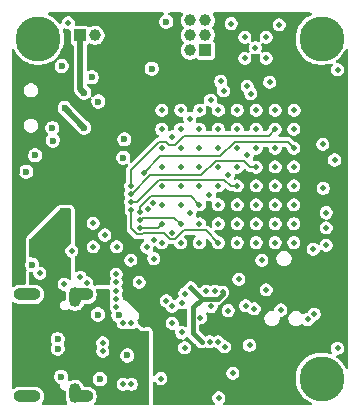
<source format=gbr>
%TF.GenerationSoftware,KiCad,Pcbnew,9.0.1*%
%TF.CreationDate,2025-04-25T01:04:06-07:00*%
%TF.ProjectId,microcouple,6d696372-6f63-46f7-9570-6c652e6b6963,rev?*%
%TF.SameCoordinates,Original*%
%TF.FileFunction,Copper,L3,Inr*%
%TF.FilePolarity,Positive*%
%FSLAX46Y46*%
G04 Gerber Fmt 4.6, Leading zero omitted, Abs format (unit mm)*
G04 Created by KiCad (PCBNEW 9.0.1) date 2025-04-25 01:04:06*
%MOMM*%
%LPD*%
G01*
G04 APERTURE LIST*
%TA.AperFunction,ComponentPad*%
%ADD10O,1.950000X1.000000*%
%TD*%
%TA.AperFunction,ComponentPad*%
%ADD11O,2.300000X1.000000*%
%TD*%
%TA.AperFunction,ComponentPad*%
%ADD12O,1.000000X1.700000*%
%TD*%
%TA.AperFunction,ComponentPad*%
%ADD13C,3.800000*%
%TD*%
%TA.AperFunction,ComponentPad*%
%ADD14R,1.000000X1.000000*%
%TD*%
%TA.AperFunction,ComponentPad*%
%ADD15C,1.000000*%
%TD*%
%TA.AperFunction,ViaPad*%
%ADD16C,0.500000*%
%TD*%
%TA.AperFunction,ViaPad*%
%ADD17C,0.600000*%
%TD*%
%TA.AperFunction,Conductor*%
%ADD18C,0.400000*%
%TD*%
%TA.AperFunction,Conductor*%
%ADD19C,0.200000*%
%TD*%
%TA.AperFunction,Conductor*%
%ADD20C,0.500000*%
%TD*%
G04 APERTURE END LIST*
D10*
%TO.N,Net-(J2-SHIELD)*%
%TO.C,J2*%
X92587500Y-68980000D03*
D11*
X87967500Y-68980000D03*
D12*
X92027500Y-69220000D03*
X92027500Y-77350000D03*
D10*
X92587500Y-77620000D03*
D11*
X87967500Y-77620000D03*
%TD*%
D13*
%TO.N,Net-(C25-Pad1)*%
%TO.C,H2*%
X112900000Y-47350000D03*
%TD*%
%TO.N,Net-(C26-Pad1)*%
%TO.C,H3*%
X112900000Y-76100000D03*
%TD*%
D14*
%TO.N,/Capacitive Touch/CS2*%
%TO.C,J4*%
X103065000Y-48298000D03*
D15*
%TO.N,GND*%
X101795000Y-48298000D03*
%TO.N,/Capacitive Touch/CS3*%
X103065000Y-47028000D03*
%TO.N,GND*%
X101795000Y-47028000D03*
%TO.N,/Capacitive Touch/CS4*%
X103065000Y-45758000D03*
%TO.N,GND*%
X101795000Y-45758000D03*
%TD*%
D14*
%TO.N,+BATT*%
%TO.C,BT1*%
X92455000Y-47050000D03*
D15*
%TO.N,GND*%
X93725000Y-47050000D03*
%TD*%
D13*
%TO.N,Net-(C24-Pad1)*%
%TO.C,H1*%
X88900000Y-47350000D03*
%TD*%
D16*
%TO.N,GND*%
X106900000Y-51970000D03*
%TO.N,+3.3V*%
X96987654Y-66737120D03*
%TO.N,GND*%
X96750000Y-66100000D03*
%TO.N,+1V1*%
X104525297Y-68783296D03*
%TO.N,GND*%
X113050000Y-60000000D03*
D17*
X96200000Y-55850000D03*
X90900000Y-49650000D03*
D16*
X106800000Y-73300000D03*
X113300000Y-64800000D03*
X89050000Y-67200000D03*
X102647069Y-70947069D03*
X108200000Y-47200000D03*
X107200000Y-70200000D03*
X108200000Y-49000000D03*
X95550000Y-64950000D03*
D17*
X98530000Y-49880000D03*
D16*
X94550000Y-63950000D03*
D17*
X90850000Y-75950000D03*
D16*
X105400000Y-75656000D03*
X106400000Y-49000000D03*
X91450000Y-46000000D03*
D17*
X93967663Y-70682202D03*
D16*
X98680104Y-64333657D03*
X103550000Y-70000000D03*
X109446000Y-70300000D03*
X104350000Y-50950000D03*
X93550000Y-64950000D03*
X114250000Y-49950000D03*
D17*
X88650000Y-57200000D03*
X96450000Y-74150000D03*
D16*
X105250000Y-46050000D03*
D17*
X94000000Y-52650000D03*
D16*
X113300000Y-62050000D03*
D17*
X87890003Y-58600000D03*
D16*
X101050000Y-69700000D03*
X108198162Y-68598162D03*
X106400000Y-47200000D03*
X99300000Y-76100000D03*
X98200000Y-61750000D03*
D17*
X95713030Y-70738696D03*
D16*
X107300000Y-48100000D03*
X98700000Y-65950000D03*
X108500000Y-51000000D03*
D17*
X93450000Y-50600000D03*
D16*
X114000000Y-57600000D03*
X101300000Y-73500000D03*
D17*
X94150000Y-76150000D03*
D16*
X104200000Y-77750000D03*
X114250000Y-73550000D03*
D17*
X90150000Y-55950000D03*
D16*
X91100000Y-68100000D03*
X101050000Y-72200000D03*
X93550000Y-62950000D03*
X105885140Y-67709000D03*
D17*
%TO.N,+BATT*%
X92800000Y-51900000D03*
%TO.N,+3.3V*%
X97861684Y-71488316D03*
D16*
X103538532Y-66311000D03*
X98400000Y-51550000D03*
X104350000Y-49300000D03*
X108050000Y-45350000D03*
X106450000Y-75900000D03*
X102100000Y-73400000D03*
X109351849Y-50750000D03*
X99515090Y-65887324D03*
D17*
X87100000Y-58600000D03*
D16*
X104800000Y-71818999D03*
X108950000Y-66600000D03*
X114250000Y-65950000D03*
%TO.N,+1V1*%
X102740651Y-73000000D03*
X101825419Y-68422095D03*
D17*
%TO.N,VBUS*%
X90000000Y-63300000D03*
X90850000Y-70892500D03*
X91250000Y-62100000D03*
X90650000Y-62700000D03*
D16*
X88450000Y-65650000D03*
D17*
X90882498Y-74900000D03*
X94150000Y-74631000D03*
X94098434Y-71936563D03*
%TO.N,/Battery Management/VIN*%
X92800000Y-54850000D03*
X91150000Y-53200000D03*
D16*
%TO.N,/~{MX_SDB}*%
X98639377Y-61217974D03*
X104682933Y-73425830D03*
%TO.N,/CT_RESET*%
X104600000Y-51750000D03*
X99761573Y-69515346D03*
D17*
%TO.N,/Battery Management/PWR_ENABLE*%
X90100000Y-54900000D03*
X96109713Y-57400000D03*
%TO.N,/Battery Management/Charge Status*%
X88400000Y-66450000D03*
X99750000Y-45900000D03*
D16*
%TO.N,/LED Matrix/LEDMTX.R7*%
X91750127Y-65289409D03*
X103500000Y-52550000D03*
%TO.N,/LED Matrix/LEDMTX.C0*%
X99361091Y-55003296D03*
X99370104Y-53381426D03*
X99361091Y-64603296D03*
X99361091Y-61403296D03*
X99361091Y-56603296D03*
X99361091Y-59803296D03*
X99361091Y-58203296D03*
X97500000Y-63350000D03*
X99361091Y-63003296D03*
%TO.N,/LED Matrix/LEDMTX.C1*%
X100961118Y-59801697D03*
X100961118Y-64601697D03*
X100961118Y-63001697D03*
X100972858Y-53369527D03*
X100961118Y-55001697D03*
X100961118Y-56601697D03*
X100961118Y-58201697D03*
X97500000Y-62659997D03*
X100961118Y-61401697D03*
%TO.N,/LED Matrix/LEDMTX.C2*%
X102561240Y-64600000D03*
X102561240Y-55000000D03*
X102561240Y-56600000D03*
X97500000Y-61969994D03*
X102561240Y-59800000D03*
X102561240Y-63000000D03*
X102561240Y-58200000D03*
X102561240Y-61400000D03*
X102572858Y-53369527D03*
%TO.N,/LED Matrix/LEDMTX.C3*%
X104161465Y-54998210D03*
X104161465Y-64598210D03*
X96788778Y-61842452D03*
X104161465Y-62998210D03*
X104161465Y-61398210D03*
X104172858Y-53369527D03*
X104161465Y-59798210D03*
X104161465Y-58198210D03*
X104161465Y-56598210D03*
%TO.N,/LED Matrix/LEDMTX.C4*%
X105761794Y-59796333D03*
X105761794Y-54996333D03*
X96743711Y-61153923D03*
X105761794Y-64596333D03*
X105761794Y-56596333D03*
X105761794Y-61396333D03*
X105761794Y-58196333D03*
X105761794Y-62996333D03*
X105772858Y-53369527D03*
%TO.N,/LED Matrix/LEDMTX.C5*%
X107372858Y-53369527D03*
X96752321Y-60463974D03*
X107362229Y-61394371D03*
X107362229Y-59794371D03*
X107362229Y-62994371D03*
X107362229Y-56594371D03*
X107362229Y-58194371D03*
X107362229Y-54994371D03*
X107362229Y-64594371D03*
%TO.N,/LED Matrix/LEDMTX.C6*%
X108972858Y-53369527D03*
X108962772Y-58192329D03*
X96749713Y-59773976D03*
X108962772Y-56592329D03*
X108962772Y-62992329D03*
X108962772Y-59792329D03*
X108962772Y-64592329D03*
X108962772Y-61392329D03*
X108962772Y-54992329D03*
%TO.N,/LED Matrix/LEDMTX.C7*%
X110563426Y-64590213D03*
X110563426Y-61390213D03*
X110563426Y-58190213D03*
X110572858Y-53369527D03*
X110563426Y-54990213D03*
X110563426Y-59790213D03*
X97862551Y-58662551D03*
X110563426Y-56590213D03*
X110563426Y-62990213D03*
%TO.N,/LED Matrix/LEDMTX.R6*%
X101760118Y-54114948D03*
X92473521Y-67539833D03*
%TO.N,/LED Matrix/LEDMTX.R5*%
X93010000Y-68000000D03*
X100196540Y-55650000D03*
%TO.N,/LED Matrix/LEDMTX.R4*%
X95500037Y-70030012D03*
X106600000Y-57200000D03*
%TO.N,/LED Matrix/LEDMTX.R3*%
X95499926Y-69340010D03*
X105000000Y-58850000D03*
%TO.N,/LED Matrix/LEDMTX.R2*%
X95500103Y-68650008D03*
X103407314Y-60539323D03*
%TO.N,/LED Matrix/LEDMTX.R1*%
X101748808Y-62109067D03*
X95499394Y-67960006D03*
%TO.N,/LED Matrix/LEDMTX.R0*%
X100250000Y-63750000D03*
X95506364Y-67270039D03*
%TO.N,/IR.TX*%
X105000000Y-70350000D03*
X113000000Y-56250000D03*
%TO.N,/SWDIO*%
X104140003Y-73000000D03*
X112290000Y-70645630D03*
%TO.N,/SWCLK*%
X111750000Y-71100000D03*
X103450000Y-73000000D03*
%TO.N,/USB.D+*%
X94381601Y-73075000D03*
D17*
X90562129Y-73570000D03*
D16*
X96100000Y-76600000D03*
%TO.N,/USB.D-*%
X96800000Y-76600000D03*
D17*
X90562129Y-72770000D03*
D16*
X94381601Y-73775000D03*
%TO.N,/I2C0.SDL*%
X112200000Y-65150000D03*
X97451000Y-67950000D03*
X98103675Y-64989998D03*
%TO.N,/I2C0.SDA*%
X107850000Y-66100000D03*
X101337514Y-68910000D03*
%TO.N,/USB.D_PROTECTED+*%
X96100000Y-71400000D03*
X103150000Y-68703452D03*
%TO.N,/USB.D_PROTECTED-*%
X103850000Y-68703452D03*
X96800000Y-71400000D03*
%TO.N,/~{CT_ALERT}*%
X109300000Y-46150000D03*
X100250000Y-71407500D03*
%TO.N,/IR.RX*%
X106469324Y-69950001D03*
X113300000Y-63350000D03*
%TO.N,/CT_WAKE*%
X106588486Y-51360588D03*
X100259998Y-69992500D03*
%TD*%
D18*
%TO.N,+1V1*%
X102740651Y-73000000D02*
X102016069Y-72275418D01*
X102016069Y-72275418D02*
X102016069Y-70087255D01*
X102016069Y-70087255D02*
X102753324Y-69350000D01*
X104525297Y-68783296D02*
X104525297Y-68920524D01*
X104525297Y-68920524D02*
X104095821Y-69350000D01*
X104095821Y-69350000D02*
X102753324Y-69350000D01*
X102753324Y-69350000D02*
X101825419Y-68422095D01*
D19*
%TO.N,/LED Matrix/LEDMTX.C6*%
X96749713Y-59773976D02*
X96749713Y-58463726D01*
X96749713Y-58463726D02*
X99141143Y-56072296D01*
X99141143Y-56072296D02*
X99722296Y-56072296D01*
X99722296Y-56072296D02*
X100000000Y-56350000D01*
X100000000Y-56350000D02*
X100461867Y-56350000D01*
X100461867Y-56350000D02*
X101280867Y-55531000D01*
X101280867Y-55531000D02*
X108424101Y-55531000D01*
X108424101Y-55531000D02*
X108962772Y-54992329D01*
%TO.N,/LED Matrix/LEDMTX.C7*%
X97862551Y-58662551D02*
X99240769Y-57284333D01*
X99240769Y-57284333D02*
X104322846Y-57284333D01*
X104322846Y-57284333D02*
X105545850Y-56061329D01*
X105545850Y-56061329D02*
X110034542Y-56061329D01*
X110034542Y-56061329D02*
X110563426Y-56590213D01*
%TO.N,/LED Matrix/LEDMTX.C5*%
X96752321Y-60463974D02*
X96812076Y-60463974D01*
X96812076Y-60463974D02*
X98389840Y-58886210D01*
X106843423Y-58194371D02*
X107362229Y-58194371D01*
X98389840Y-58886210D02*
X102722517Y-58886210D01*
X103943394Y-57665333D02*
X106314385Y-57665333D01*
X102722517Y-58886210D02*
X103943394Y-57665333D01*
X106314385Y-57665333D02*
X106843423Y-58194371D01*
%TO.N,/LED Matrix/LEDMTX.C4*%
X96743711Y-61153923D02*
X97259516Y-61153923D01*
X97259516Y-61153923D02*
X99146229Y-59267210D01*
X99146229Y-59267210D02*
X104666262Y-59267210D01*
X104666262Y-59267210D02*
X105195385Y-59796333D01*
X105195385Y-59796333D02*
X105761794Y-59796333D01*
%TO.N,/LED Matrix/LEDMTX.C2*%
X97500000Y-61969994D02*
X97500000Y-61606403D01*
X97500000Y-61606403D02*
X98419429Y-60686974D01*
X98419429Y-60686974D02*
X101848214Y-60686974D01*
X101848214Y-60686974D02*
X102561240Y-61400000D01*
%TO.N,/LED Matrix/LEDMTX.C1*%
X97500000Y-62659997D02*
X97687701Y-62472296D01*
X97687701Y-62472296D02*
X100431717Y-62472296D01*
X100431717Y-62472296D02*
X100961118Y-63001697D01*
%TO.N,/LED Matrix/LEDMTX.C0*%
X99361091Y-63003296D02*
X99014387Y-63350000D01*
X99014387Y-63350000D02*
X97500000Y-63350000D01*
%TO.N,/LED Matrix/LEDMTX.C3*%
X96788778Y-61842452D02*
X96788778Y-63389726D01*
X96788778Y-63389726D02*
X97280052Y-63881000D01*
X97280052Y-63881000D02*
X97719948Y-63881000D01*
X97719948Y-63881000D02*
X97819948Y-63781000D01*
X97819948Y-63781000D02*
X99530052Y-63781000D01*
X100030052Y-64281000D02*
X100469948Y-64281000D01*
X103094255Y-63531000D02*
X104161465Y-64598210D01*
X99530052Y-63781000D02*
X100030052Y-64281000D01*
X100469948Y-64281000D02*
X101219948Y-63531000D01*
X101219948Y-63531000D02*
X103094255Y-63531000D01*
D20*
%TO.N,+BATT*%
X92455000Y-51555000D02*
X92455000Y-47050000D01*
X92800000Y-51900000D02*
X92455000Y-51555000D01*
%TO.N,/Battery Management/VIN*%
X91150000Y-53200000D02*
X92800000Y-54850000D01*
%TD*%
%TA.AperFunction,Conductor*%
%TO.N,+3.3V*%
G36*
X99541091Y-45120185D02*
G01*
X99586846Y-45172989D01*
X99596790Y-45242147D01*
X99567765Y-45305703D01*
X99525252Y-45336357D01*
X99525254Y-45336359D01*
X99525236Y-45336368D01*
X99521502Y-45339062D01*
X99518211Y-45340424D01*
X99381290Y-45419475D01*
X99381282Y-45419481D01*
X99269481Y-45531282D01*
X99269475Y-45531290D01*
X99190426Y-45668209D01*
X99190423Y-45668216D01*
X99149500Y-45820943D01*
X99149500Y-45979057D01*
X99188566Y-46124851D01*
X99190423Y-46131783D01*
X99190426Y-46131790D01*
X99269475Y-46268709D01*
X99269479Y-46268714D01*
X99269480Y-46268716D01*
X99381284Y-46380520D01*
X99381286Y-46380521D01*
X99381290Y-46380524D01*
X99485189Y-46440509D01*
X99518216Y-46459577D01*
X99670943Y-46500500D01*
X99670945Y-46500500D01*
X99829055Y-46500500D01*
X99829057Y-46500500D01*
X99981784Y-46459577D01*
X100118716Y-46380520D01*
X100230520Y-46268716D01*
X100309577Y-46131784D01*
X100350500Y-45979057D01*
X100350500Y-45820943D01*
X100309577Y-45668216D01*
X100305978Y-45661982D01*
X100230524Y-45531290D01*
X100230518Y-45531282D01*
X100118717Y-45419481D01*
X100118709Y-45419475D01*
X99981788Y-45340424D01*
X99978498Y-45339062D01*
X99976148Y-45337168D01*
X99974746Y-45336359D01*
X99974872Y-45336140D01*
X99924093Y-45295222D01*
X99902027Y-45228928D01*
X99919305Y-45161229D01*
X99970441Y-45113617D01*
X100025948Y-45100500D01*
X101039586Y-45100500D01*
X101106625Y-45120185D01*
X101152380Y-45172989D01*
X101162324Y-45242147D01*
X101142688Y-45293391D01*
X101085609Y-45378814D01*
X101085602Y-45378827D01*
X101025264Y-45524498D01*
X101025261Y-45524510D01*
X100994500Y-45679153D01*
X100994500Y-45836846D01*
X101025261Y-45991489D01*
X101025264Y-45991501D01*
X101085602Y-46137172D01*
X101085609Y-46137185D01*
X101173210Y-46268288D01*
X101173213Y-46268292D01*
X101210240Y-46305319D01*
X101243725Y-46366642D01*
X101238741Y-46436334D01*
X101210240Y-46480681D01*
X101173213Y-46517707D01*
X101173210Y-46517711D01*
X101085609Y-46648814D01*
X101085602Y-46648827D01*
X101025264Y-46794498D01*
X101025261Y-46794510D01*
X100994500Y-46949153D01*
X100994500Y-47106846D01*
X101025261Y-47261489D01*
X101025264Y-47261501D01*
X101085602Y-47407172D01*
X101085609Y-47407185D01*
X101173210Y-47538288D01*
X101173213Y-47538292D01*
X101210240Y-47575319D01*
X101243725Y-47636642D01*
X101238741Y-47706334D01*
X101210240Y-47750681D01*
X101173213Y-47787707D01*
X101173210Y-47787711D01*
X101085609Y-47918814D01*
X101085602Y-47918827D01*
X101025264Y-48064498D01*
X101025261Y-48064510D01*
X100994500Y-48219153D01*
X100994500Y-48376846D01*
X101025261Y-48531489D01*
X101025264Y-48531501D01*
X101085602Y-48677172D01*
X101085609Y-48677185D01*
X101173210Y-48808288D01*
X101173213Y-48808292D01*
X101284707Y-48919786D01*
X101284711Y-48919789D01*
X101415814Y-49007390D01*
X101415827Y-49007397D01*
X101519179Y-49050206D01*
X101561503Y-49067737D01*
X101716143Y-49098497D01*
X101716153Y-49098499D01*
X101716156Y-49098500D01*
X101716158Y-49098500D01*
X101873844Y-49098500D01*
X101873845Y-49098499D01*
X102028497Y-49067737D01*
X102174179Y-49007394D01*
X102194616Y-48993737D01*
X102261290Y-48972860D01*
X102328671Y-48991343D01*
X102351186Y-49009158D01*
X102386941Y-49044912D01*
X102392235Y-49050206D01*
X102495009Y-49095585D01*
X102520135Y-49098500D01*
X103609864Y-49098499D01*
X103609879Y-49098497D01*
X103609882Y-49098497D01*
X103634987Y-49095586D01*
X103634988Y-49095585D01*
X103634991Y-49095585D01*
X103737765Y-49050206D01*
X103817206Y-48970765D01*
X103862585Y-48867991D01*
X103865500Y-48842865D01*
X103865499Y-47753136D01*
X103865497Y-47753117D01*
X103862586Y-47728012D01*
X103862585Y-47728010D01*
X103862585Y-47728009D01*
X103817206Y-47625235D01*
X103817205Y-47625233D01*
X103776158Y-47584186D01*
X103742674Y-47522863D01*
X103747659Y-47453171D01*
X103760735Y-47427620D01*
X103774394Y-47407179D01*
X103834737Y-47261497D01*
X103861124Y-47128842D01*
X103861386Y-47127525D01*
X105849500Y-47127525D01*
X105849500Y-47272475D01*
X105885593Y-47407173D01*
X105887017Y-47412488D01*
X105959488Y-47538011D01*
X105959490Y-47538013D01*
X105959491Y-47538015D01*
X106061985Y-47640509D01*
X106061986Y-47640510D01*
X106061988Y-47640511D01*
X106187511Y-47712982D01*
X106187512Y-47712982D01*
X106187515Y-47712984D01*
X106327525Y-47750500D01*
X106327528Y-47750500D01*
X106472472Y-47750500D01*
X106472475Y-47750500D01*
X106612485Y-47712984D01*
X106624651Y-47705960D01*
X106692550Y-47689485D01*
X106758578Y-47712335D01*
X106801770Y-47767255D01*
X106808414Y-47836808D01*
X106794043Y-47875342D01*
X106787017Y-47887511D01*
X106787016Y-47887515D01*
X106749500Y-48027525D01*
X106749500Y-48172475D01*
X106787016Y-48312485D01*
X106787017Y-48312487D01*
X106794042Y-48324655D01*
X106810514Y-48392555D01*
X106787661Y-48458582D01*
X106732739Y-48501772D01*
X106663186Y-48508413D01*
X106624655Y-48494042D01*
X106612487Y-48487017D01*
X106612486Y-48487016D01*
X106612485Y-48487016D01*
X106472475Y-48449500D01*
X106327525Y-48449500D01*
X106198993Y-48483940D01*
X106187511Y-48487017D01*
X106061988Y-48559488D01*
X106061982Y-48559493D01*
X105959493Y-48661982D01*
X105959488Y-48661988D01*
X105887017Y-48787511D01*
X105887016Y-48787515D01*
X105849500Y-48927525D01*
X105849500Y-49072475D01*
X105887016Y-49212485D01*
X105887017Y-49212488D01*
X105959488Y-49338011D01*
X105959490Y-49338013D01*
X105959491Y-49338015D01*
X106061985Y-49440509D01*
X106061986Y-49440510D01*
X106061988Y-49440511D01*
X106187511Y-49512982D01*
X106187512Y-49512982D01*
X106187515Y-49512984D01*
X106327525Y-49550500D01*
X106327528Y-49550500D01*
X106472472Y-49550500D01*
X106472475Y-49550500D01*
X106612485Y-49512984D01*
X106738015Y-49440509D01*
X106840509Y-49338015D01*
X106912984Y-49212485D01*
X106950500Y-49072475D01*
X106950500Y-48927525D01*
X106912984Y-48787515D01*
X106905957Y-48775345D01*
X106889485Y-48707446D01*
X106912337Y-48641419D01*
X106967258Y-48598228D01*
X107036811Y-48591586D01*
X107075345Y-48605957D01*
X107087515Y-48612984D01*
X107227525Y-48650500D01*
X107227528Y-48650500D01*
X107372472Y-48650500D01*
X107372475Y-48650500D01*
X107512485Y-48612984D01*
X107524651Y-48605960D01*
X107592550Y-48589485D01*
X107658578Y-48612335D01*
X107701770Y-48667255D01*
X107708414Y-48736808D01*
X107694043Y-48775342D01*
X107687017Y-48787511D01*
X107687016Y-48787515D01*
X107649500Y-48927525D01*
X107649500Y-49072475D01*
X107687016Y-49212485D01*
X107687017Y-49212488D01*
X107759488Y-49338011D01*
X107759490Y-49338013D01*
X107759491Y-49338015D01*
X107861985Y-49440509D01*
X107861986Y-49440510D01*
X107861988Y-49440511D01*
X107987511Y-49512982D01*
X107987512Y-49512982D01*
X107987515Y-49512984D01*
X108127525Y-49550500D01*
X108127528Y-49550500D01*
X108272472Y-49550500D01*
X108272475Y-49550500D01*
X108412485Y-49512984D01*
X108538015Y-49440509D01*
X108640509Y-49338015D01*
X108712984Y-49212485D01*
X108750500Y-49072475D01*
X108750500Y-48927525D01*
X108712984Y-48787515D01*
X108705958Y-48775346D01*
X108640511Y-48661988D01*
X108640506Y-48661982D01*
X108538017Y-48559493D01*
X108538011Y-48559488D01*
X108412488Y-48487017D01*
X108412489Y-48487017D01*
X108401006Y-48483940D01*
X108272475Y-48449500D01*
X108127525Y-48449500D01*
X107998993Y-48483940D01*
X107987511Y-48487017D01*
X107975342Y-48494043D01*
X107907441Y-48510513D01*
X107841415Y-48487659D01*
X107798226Y-48432737D01*
X107791587Y-48363183D01*
X107805960Y-48324651D01*
X107812982Y-48312488D01*
X107812981Y-48312488D01*
X107812984Y-48312485D01*
X107850500Y-48172475D01*
X107850500Y-48027525D01*
X107812984Y-47887515D01*
X107805957Y-47875345D01*
X107789485Y-47807446D01*
X107812337Y-47741419D01*
X107867258Y-47698228D01*
X107936811Y-47691586D01*
X107975345Y-47705957D01*
X107987515Y-47712984D01*
X108127525Y-47750500D01*
X108127528Y-47750500D01*
X108272472Y-47750500D01*
X108272475Y-47750500D01*
X108412485Y-47712984D01*
X108538015Y-47640509D01*
X108640509Y-47538015D01*
X108712984Y-47412485D01*
X108750500Y-47272475D01*
X108750500Y-47127525D01*
X108712984Y-46987515D01*
X108703540Y-46971158D01*
X108640511Y-46861988D01*
X108640506Y-46861982D01*
X108538017Y-46759493D01*
X108538011Y-46759488D01*
X108412488Y-46687017D01*
X108412489Y-46687017D01*
X108401006Y-46683940D01*
X108272475Y-46649500D01*
X108127525Y-46649500D01*
X107998993Y-46683940D01*
X107987511Y-46687017D01*
X107861988Y-46759488D01*
X107861982Y-46759493D01*
X107759493Y-46861982D01*
X107759488Y-46861988D01*
X107687017Y-46987511D01*
X107687016Y-46987515D01*
X107649500Y-47127525D01*
X107649500Y-47272475D01*
X107685596Y-47407185D01*
X107687017Y-47412487D01*
X107694042Y-47424655D01*
X107710514Y-47492555D01*
X107687661Y-47558582D01*
X107632739Y-47601772D01*
X107563186Y-47608413D01*
X107524655Y-47594042D01*
X107512487Y-47587017D01*
X107512486Y-47587016D01*
X107512485Y-47587016D01*
X107372475Y-47549500D01*
X107227525Y-47549500D01*
X107098993Y-47583940D01*
X107087511Y-47587017D01*
X107075342Y-47594043D01*
X107007441Y-47610513D01*
X106941415Y-47587659D01*
X106898226Y-47532737D01*
X106891587Y-47463183D01*
X106905960Y-47424651D01*
X106912982Y-47412488D01*
X106912981Y-47412488D01*
X106912984Y-47412485D01*
X106950500Y-47272475D01*
X106950500Y-47127525D01*
X106912984Y-46987515D01*
X106903540Y-46971158D01*
X106840511Y-46861988D01*
X106840506Y-46861982D01*
X106738017Y-46759493D01*
X106738011Y-46759488D01*
X106612488Y-46687017D01*
X106612489Y-46687017D01*
X106601006Y-46683940D01*
X106472475Y-46649500D01*
X106327525Y-46649500D01*
X106198993Y-46683940D01*
X106187511Y-46687017D01*
X106061988Y-46759488D01*
X106061982Y-46759493D01*
X105959493Y-46861982D01*
X105959488Y-46861988D01*
X105887017Y-46987511D01*
X105887016Y-46987515D01*
X105849500Y-47127525D01*
X103861386Y-47127525D01*
X103865499Y-47106849D01*
X103865500Y-47106841D01*
X103865500Y-46949155D01*
X103865499Y-46949153D01*
X103859656Y-46919780D01*
X103834737Y-46794503D01*
X103834735Y-46794498D01*
X103774397Y-46648827D01*
X103774390Y-46648814D01*
X103686789Y-46517711D01*
X103686786Y-46517707D01*
X103649760Y-46480681D01*
X103616275Y-46419358D01*
X103621259Y-46349666D01*
X103649760Y-46305319D01*
X103686786Y-46268292D01*
X103686789Y-46268289D01*
X103774394Y-46137179D01*
X103834737Y-45991497D01*
X103837516Y-45977525D01*
X104699500Y-45977525D01*
X104699500Y-46122475D01*
X104728262Y-46229815D01*
X104737017Y-46262488D01*
X104809488Y-46388011D01*
X104809490Y-46388013D01*
X104809491Y-46388015D01*
X104911985Y-46490509D01*
X104911986Y-46490510D01*
X104911988Y-46490511D01*
X105037511Y-46562982D01*
X105037512Y-46562982D01*
X105037515Y-46562984D01*
X105177525Y-46600500D01*
X105177528Y-46600500D01*
X105322472Y-46600500D01*
X105322475Y-46600500D01*
X105462485Y-46562984D01*
X105588015Y-46490509D01*
X105690509Y-46388015D01*
X105762984Y-46262485D01*
X105800500Y-46122475D01*
X105800500Y-46077525D01*
X108749500Y-46077525D01*
X108749500Y-46222475D01*
X108787016Y-46362485D01*
X108787017Y-46362488D01*
X108859488Y-46488011D01*
X108859490Y-46488013D01*
X108859491Y-46488015D01*
X108961985Y-46590509D01*
X108961986Y-46590510D01*
X108961988Y-46590511D01*
X109087511Y-46662982D01*
X109087512Y-46662982D01*
X109087515Y-46662984D01*
X109227525Y-46700500D01*
X109227528Y-46700500D01*
X109372472Y-46700500D01*
X109372475Y-46700500D01*
X109512485Y-46662984D01*
X109638015Y-46590509D01*
X109740509Y-46488015D01*
X109812984Y-46362485D01*
X109850500Y-46222475D01*
X109850500Y-46077525D01*
X109812984Y-45937515D01*
X109807217Y-45927527D01*
X109740511Y-45811988D01*
X109740506Y-45811982D01*
X109638017Y-45709493D01*
X109638011Y-45709488D01*
X109512488Y-45637017D01*
X109512489Y-45637017D01*
X109501006Y-45633940D01*
X109372475Y-45599500D01*
X109227525Y-45599500D01*
X109098993Y-45633940D01*
X109087511Y-45637017D01*
X108961988Y-45709488D01*
X108961982Y-45709493D01*
X108859493Y-45811982D01*
X108859488Y-45811988D01*
X108787017Y-45937511D01*
X108787016Y-45937515D01*
X108749500Y-46077525D01*
X105800500Y-46077525D01*
X105800500Y-45977525D01*
X105762984Y-45837515D01*
X105762595Y-45836842D01*
X105690511Y-45711988D01*
X105690506Y-45711982D01*
X105588017Y-45609493D01*
X105588011Y-45609488D01*
X105462488Y-45537017D01*
X105462489Y-45537017D01*
X105451006Y-45533940D01*
X105322475Y-45499500D01*
X105177525Y-45499500D01*
X105048993Y-45533940D01*
X105037511Y-45537017D01*
X104911988Y-45609488D01*
X104911982Y-45609493D01*
X104809493Y-45711982D01*
X104809488Y-45711988D01*
X104737017Y-45837511D01*
X104737016Y-45837515D01*
X104699500Y-45977525D01*
X103837516Y-45977525D01*
X103853733Y-45895997D01*
X103865500Y-45836844D01*
X103865500Y-45679155D01*
X103865499Y-45679153D01*
X103862083Y-45661982D01*
X103834737Y-45524503D01*
X103834735Y-45524498D01*
X103774397Y-45378827D01*
X103774390Y-45378814D01*
X103717312Y-45293391D01*
X103696434Y-45226713D01*
X103714919Y-45159333D01*
X103766897Y-45112643D01*
X103820414Y-45100500D01*
X111957197Y-45100500D01*
X112024236Y-45120185D01*
X112069991Y-45172989D01*
X112079935Y-45242147D01*
X112050910Y-45305703D01*
X112004649Y-45339061D01*
X111924663Y-45372191D01*
X111924647Y-45372199D01*
X111674851Y-45516420D01*
X111674835Y-45516431D01*
X111445997Y-45692024D01*
X111445990Y-45692030D01*
X111242030Y-45895990D01*
X111242024Y-45895997D01*
X111066431Y-46124835D01*
X111066420Y-46124851D01*
X110922199Y-46374647D01*
X110922191Y-46374663D01*
X110811814Y-46641139D01*
X110811809Y-46641155D01*
X110780101Y-46759493D01*
X110737152Y-46919780D01*
X110737149Y-46919793D01*
X110699501Y-47205761D01*
X110699500Y-47205778D01*
X110699500Y-47494221D01*
X110699501Y-47494238D01*
X110737149Y-47780206D01*
X110737150Y-47780211D01*
X110737151Y-47780217D01*
X110811809Y-48058844D01*
X110811814Y-48058860D01*
X110922191Y-48325336D01*
X110922199Y-48325352D01*
X111066420Y-48575148D01*
X111066431Y-48575164D01*
X111242024Y-48804002D01*
X111242030Y-48804009D01*
X111445990Y-49007969D01*
X111445997Y-49007975D01*
X111530055Y-49072475D01*
X111674844Y-49183575D01*
X111674851Y-49183579D01*
X111924647Y-49327800D01*
X111924663Y-49327808D01*
X112191139Y-49438185D01*
X112191145Y-49438186D01*
X112191155Y-49438191D01*
X112469783Y-49512849D01*
X112755772Y-49550500D01*
X112755779Y-49550500D01*
X113044221Y-49550500D01*
X113044228Y-49550500D01*
X113330217Y-49512849D01*
X113608845Y-49438191D01*
X113672118Y-49411982D01*
X113741585Y-49404514D01*
X113804064Y-49435788D01*
X113839717Y-49495877D01*
X113837224Y-49565702D01*
X113813204Y-49604592D01*
X113814438Y-49605539D01*
X113809488Y-49611988D01*
X113737017Y-49737511D01*
X113737016Y-49737515D01*
X113699500Y-49877525D01*
X113699500Y-50022475D01*
X113728451Y-50130520D01*
X113737017Y-50162488D01*
X113809488Y-50288011D01*
X113809490Y-50288013D01*
X113809491Y-50288015D01*
X113911985Y-50390509D01*
X113911986Y-50390510D01*
X113911988Y-50390511D01*
X114037511Y-50462982D01*
X114037512Y-50462982D01*
X114037515Y-50462984D01*
X114177525Y-50500500D01*
X114177528Y-50500500D01*
X114322472Y-50500500D01*
X114322475Y-50500500D01*
X114462485Y-50462984D01*
X114588015Y-50390509D01*
X114690509Y-50288015D01*
X114762984Y-50162485D01*
X114800500Y-50022475D01*
X114800500Y-49877525D01*
X114762984Y-49737515D01*
X114690509Y-49611985D01*
X114588015Y-49509491D01*
X114588013Y-49509490D01*
X114588011Y-49509488D01*
X114462488Y-49437017D01*
X114462489Y-49437017D01*
X114451006Y-49433940D01*
X114322475Y-49399500D01*
X114209049Y-49399500D01*
X114142010Y-49379815D01*
X114096255Y-49327011D01*
X114086311Y-49257853D01*
X114115336Y-49194297D01*
X114133563Y-49177124D01*
X114143525Y-49169480D01*
X114354004Y-49007974D01*
X114557974Y-48804004D01*
X114733575Y-48575156D01*
X114877804Y-48325345D01*
X114878090Y-48324655D01*
X114910939Y-48245351D01*
X114954780Y-48190947D01*
X115021074Y-48168882D01*
X115088773Y-48186161D01*
X115136384Y-48237298D01*
X115149500Y-48292803D01*
X115149500Y-75157196D01*
X115129815Y-75224235D01*
X115077011Y-75269990D01*
X115007853Y-75279934D01*
X114944297Y-75250909D01*
X114910939Y-75204649D01*
X114877805Y-75124658D01*
X114877800Y-75124647D01*
X114733579Y-74874851D01*
X114733575Y-74874844D01*
X114557974Y-74645996D01*
X114557969Y-74645990D01*
X114354009Y-74442030D01*
X114354002Y-74442024D01*
X114198725Y-74322876D01*
X114157522Y-74266448D01*
X114153367Y-74196702D01*
X114187579Y-74135782D01*
X114249296Y-74103029D01*
X114274211Y-74100500D01*
X114322472Y-74100500D01*
X114322475Y-74100500D01*
X114462485Y-74062984D01*
X114588015Y-73990509D01*
X114690509Y-73888015D01*
X114762984Y-73762485D01*
X114800500Y-73622475D01*
X114800500Y-73477525D01*
X114762984Y-73337515D01*
X114734116Y-73287515D01*
X114690511Y-73211988D01*
X114690506Y-73211982D01*
X114588017Y-73109493D01*
X114588011Y-73109488D01*
X114462488Y-73037017D01*
X114462489Y-73037017D01*
X114451006Y-73033940D01*
X114322475Y-72999500D01*
X114177525Y-72999500D01*
X114048993Y-73033940D01*
X114037511Y-73037017D01*
X113911988Y-73109488D01*
X113911982Y-73109493D01*
X113809493Y-73211982D01*
X113809488Y-73211988D01*
X113737017Y-73337511D01*
X113737016Y-73337515D01*
X113699500Y-73477525D01*
X113699500Y-73622475D01*
X113731128Y-73740511D01*
X113737017Y-73762488D01*
X113783847Y-73843599D01*
X113800320Y-73911499D01*
X113777468Y-73977526D01*
X113722547Y-74020716D01*
X113652993Y-74027358D01*
X113629008Y-74020160D01*
X113608860Y-74011814D01*
X113608848Y-74011810D01*
X113608845Y-74011809D01*
X113330217Y-73937151D01*
X113330211Y-73937150D01*
X113330206Y-73937149D01*
X113044238Y-73899501D01*
X113044233Y-73899500D01*
X113044228Y-73899500D01*
X112755772Y-73899500D01*
X112755766Y-73899500D01*
X112755761Y-73899501D01*
X112469793Y-73937149D01*
X112469786Y-73937150D01*
X112469783Y-73937151D01*
X112191155Y-74011809D01*
X112191139Y-74011814D01*
X111924663Y-74122191D01*
X111924647Y-74122199D01*
X111674851Y-74266420D01*
X111674835Y-74266431D01*
X111445997Y-74442024D01*
X111445990Y-74442030D01*
X111242030Y-74645990D01*
X111242024Y-74645997D01*
X111066431Y-74874835D01*
X111066420Y-74874851D01*
X110922199Y-75124647D01*
X110922191Y-75124663D01*
X110811814Y-75391139D01*
X110811809Y-75391155D01*
X110737152Y-75669780D01*
X110737149Y-75669793D01*
X110699501Y-75955761D01*
X110699500Y-75955778D01*
X110699500Y-76244221D01*
X110699501Y-76244238D01*
X110737149Y-76530206D01*
X110737150Y-76530211D01*
X110737151Y-76530217D01*
X110769381Y-76650500D01*
X110811809Y-76808844D01*
X110811814Y-76808860D01*
X110922191Y-77075336D01*
X110922199Y-77075352D01*
X111066420Y-77325148D01*
X111066431Y-77325164D01*
X111242024Y-77554002D01*
X111242030Y-77554009D01*
X111445990Y-77757969D01*
X111445997Y-77757975D01*
X111530055Y-77822475D01*
X111674844Y-77933575D01*
X111674851Y-77933579D01*
X111924647Y-78077800D01*
X111924663Y-78077808D01*
X112004649Y-78110939D01*
X112059053Y-78154780D01*
X112081118Y-78221074D01*
X112063839Y-78288773D01*
X112012702Y-78336384D01*
X111957197Y-78349500D01*
X104678386Y-78349500D01*
X104611347Y-78329815D01*
X104565592Y-78277011D01*
X104555648Y-78207853D01*
X104584673Y-78144297D01*
X104590705Y-78137819D01*
X104640509Y-78088015D01*
X104712984Y-77962485D01*
X104750500Y-77822475D01*
X104750500Y-77677525D01*
X104712984Y-77537515D01*
X104640509Y-77411985D01*
X104538015Y-77309491D01*
X104538013Y-77309490D01*
X104538011Y-77309488D01*
X104412488Y-77237017D01*
X104412489Y-77237017D01*
X104401006Y-77233940D01*
X104272475Y-77199500D01*
X104127525Y-77199500D01*
X103998993Y-77233940D01*
X103987511Y-77237017D01*
X103861988Y-77309488D01*
X103861982Y-77309493D01*
X103759493Y-77411982D01*
X103759488Y-77411988D01*
X103687017Y-77537511D01*
X103687016Y-77537515D01*
X103649500Y-77677525D01*
X103649500Y-77822475D01*
X103687016Y-77962485D01*
X103687017Y-77962488D01*
X103759488Y-78088011D01*
X103759493Y-78088017D01*
X103809295Y-78137819D01*
X103842780Y-78199142D01*
X103837796Y-78268834D01*
X103795924Y-78324767D01*
X103730460Y-78349184D01*
X103721614Y-78349500D01*
X98729500Y-78349500D01*
X98662461Y-78329815D01*
X98616706Y-78277011D01*
X98605500Y-78225500D01*
X98605500Y-76460864D01*
X98625185Y-76393825D01*
X98677989Y-76348070D01*
X98747147Y-76338126D01*
X98810703Y-76367151D01*
X98836887Y-76398864D01*
X98859491Y-76438015D01*
X98961985Y-76540509D01*
X98961986Y-76540510D01*
X98961988Y-76540511D01*
X99087511Y-76612982D01*
X99087512Y-76612982D01*
X99087515Y-76612984D01*
X99227525Y-76650500D01*
X99227528Y-76650500D01*
X99372472Y-76650500D01*
X99372475Y-76650500D01*
X99512485Y-76612984D01*
X99638015Y-76540509D01*
X99740509Y-76438015D01*
X99812984Y-76312485D01*
X99850500Y-76172475D01*
X99850500Y-76027525D01*
X99812984Y-75887515D01*
X99740512Y-75761991D01*
X99740511Y-75761988D01*
X99740506Y-75761982D01*
X99638017Y-75659493D01*
X99638011Y-75659488D01*
X99512488Y-75587017D01*
X99512489Y-75587017D01*
X99499457Y-75583525D01*
X104849500Y-75583525D01*
X104849500Y-75728475D01*
X104868970Y-75801136D01*
X104887017Y-75868488D01*
X104959488Y-75994011D01*
X104959490Y-75994013D01*
X104959491Y-75994015D01*
X105061985Y-76096509D01*
X105061986Y-76096510D01*
X105061988Y-76096511D01*
X105187511Y-76168982D01*
X105187512Y-76168982D01*
X105187515Y-76168984D01*
X105327525Y-76206500D01*
X105327528Y-76206500D01*
X105472472Y-76206500D01*
X105472475Y-76206500D01*
X105612485Y-76168984D01*
X105738015Y-76096509D01*
X105840509Y-75994015D01*
X105912984Y-75868485D01*
X105950500Y-75728475D01*
X105950500Y-75583525D01*
X105912984Y-75443515D01*
X105840509Y-75317985D01*
X105738015Y-75215491D01*
X105738013Y-75215490D01*
X105738011Y-75215488D01*
X105612488Y-75143017D01*
X105612489Y-75143017D01*
X105601006Y-75139940D01*
X105472475Y-75105500D01*
X105327525Y-75105500D01*
X105198993Y-75139940D01*
X105187511Y-75143017D01*
X105061988Y-75215488D01*
X105061982Y-75215493D01*
X104959493Y-75317982D01*
X104959488Y-75317988D01*
X104887017Y-75443511D01*
X104887016Y-75443515D01*
X104849500Y-75583525D01*
X99499457Y-75583525D01*
X99372475Y-75549500D01*
X99227525Y-75549500D01*
X99100543Y-75583525D01*
X99087511Y-75587017D01*
X98961988Y-75659488D01*
X98961982Y-75659493D01*
X98859493Y-75761982D01*
X98859486Y-75761991D01*
X98836886Y-75801136D01*
X98786319Y-75849351D01*
X98717712Y-75862573D01*
X98652847Y-75836605D01*
X98612319Y-75779690D01*
X98605500Y-75739135D01*
X98605500Y-72143431D01*
X98605500Y-72143426D01*
X98599980Y-72085612D01*
X98591098Y-72039526D01*
X98583260Y-72007991D01*
X98583259Y-72007988D01*
X98531260Y-71908498D01*
X98531256Y-71908491D01*
X98528817Y-71905390D01*
X98488065Y-71853570D01*
X98488063Y-71853568D01*
X98488060Y-71853564D01*
X98445397Y-71809320D01*
X98445395Y-71809318D01*
X98445392Y-71809315D01*
X98445389Y-71809313D01*
X98347858Y-71753727D01*
X98347851Y-71753723D01*
X98347844Y-71753720D01*
X98347843Y-71753720D01*
X98281838Y-71730874D01*
X98281829Y-71730871D01*
X98281825Y-71730870D01*
X98247214Y-71722678D01*
X98221988Y-71716707D01*
X98221987Y-71716707D01*
X98184616Y-71718697D01*
X98109873Y-71722678D01*
X98041971Y-71739151D01*
X98041970Y-71739152D01*
X98001520Y-71755345D01*
X97987533Y-71760000D01*
X97916293Y-71779090D01*
X97884197Y-71783316D01*
X97839176Y-71783316D01*
X97807083Y-71779091D01*
X97763576Y-71767433D01*
X97733680Y-71755049D01*
X97694682Y-71732534D01*
X97669006Y-71712831D01*
X97633976Y-71677801D01*
X97618147Y-71658397D01*
X97613819Y-71651836D01*
X97603591Y-71640981D01*
X97541871Y-71575474D01*
X97513892Y-71554530D01*
X97485935Y-71533602D01*
X97433256Y-71501898D01*
X97426323Y-71498975D01*
X97372198Y-71454791D01*
X97352540Y-71407117D01*
X97350500Y-71396009D01*
X97350500Y-71327525D01*
X97312984Y-71187515D01*
X97311844Y-71185541D01*
X97309618Y-71173418D01*
X97312747Y-71143420D01*
X97313466Y-71113262D01*
X97316368Y-71108717D01*
X97316869Y-71103925D01*
X97329530Y-71088111D01*
X97347659Y-71059730D01*
X97359764Y-71048602D01*
X97401636Y-70992669D01*
X97433345Y-70939986D01*
X97461795Y-70831379D01*
X97466779Y-70761687D01*
X97464971Y-70700231D01*
X97439938Y-70623405D01*
X97430190Y-70593489D01*
X97430186Y-70593479D01*
X97396701Y-70532157D01*
X97344601Y-70462561D01*
X97344596Y-70462556D01*
X97344593Y-70462551D01*
X97344589Y-70462547D01*
X97344583Y-70462540D01*
X96463119Y-69581077D01*
X96463116Y-69581074D01*
X96424303Y-69548242D01*
X96390802Y-69524386D01*
X96390798Y-69524383D01*
X96369666Y-69510614D01*
X96369663Y-69510612D01*
X96369661Y-69510611D01*
X96369659Y-69510610D01*
X96264248Y-69471966D01*
X96195371Y-69460385D01*
X96195357Y-69460383D01*
X96195349Y-69460382D01*
X96173299Y-69458929D01*
X96166270Y-69458466D01*
X96123736Y-69442871D01*
X99211073Y-69442871D01*
X99211073Y-69587821D01*
X99248589Y-69727831D01*
X99248590Y-69727834D01*
X99321061Y-69853357D01*
X99321063Y-69853359D01*
X99321064Y-69853361D01*
X99423558Y-69955855D01*
X99423559Y-69955856D01*
X99423561Y-69955857D01*
X99549084Y-70028328D01*
X99549085Y-70028328D01*
X99549088Y-70028330D01*
X99642177Y-70053273D01*
X99701835Y-70089637D01*
X99729855Y-70140952D01*
X99747012Y-70204981D01*
X99747015Y-70204988D01*
X99819486Y-70330511D01*
X99819488Y-70330513D01*
X99819489Y-70330515D01*
X99921983Y-70433009D01*
X99921984Y-70433010D01*
X99921986Y-70433011D01*
X100047509Y-70505482D01*
X100047510Y-70505482D01*
X100047513Y-70505484D01*
X100187523Y-70543000D01*
X100187526Y-70543000D01*
X100332470Y-70543000D01*
X100332473Y-70543000D01*
X100472483Y-70505484D01*
X100598013Y-70433009D01*
X100700507Y-70330515D01*
X100730054Y-70279337D01*
X100780621Y-70231122D01*
X100849228Y-70217899D01*
X100869525Y-70221561D01*
X100977525Y-70250500D01*
X100977528Y-70250500D01*
X101122472Y-70250500D01*
X101122475Y-70250500D01*
X101262485Y-70212984D01*
X101329569Y-70174252D01*
X101397468Y-70157780D01*
X101463495Y-70180632D01*
X101506686Y-70235553D01*
X101515569Y-70281640D01*
X101515569Y-71618359D01*
X101495884Y-71685398D01*
X101443080Y-71731153D01*
X101373922Y-71741097D01*
X101329569Y-71725746D01*
X101262488Y-71687017D01*
X101262489Y-71687017D01*
X101251006Y-71683940D01*
X101122475Y-71649500D01*
X100977525Y-71649500D01*
X100977523Y-71649500D01*
X100945323Y-71658128D01*
X100875473Y-71656465D01*
X100817611Y-71617301D01*
X100790108Y-71553072D01*
X100793457Y-71506258D01*
X100800500Y-71479975D01*
X100800500Y-71335025D01*
X100762984Y-71195015D01*
X100742512Y-71159557D01*
X100690511Y-71069488D01*
X100690506Y-71069482D01*
X100588017Y-70966993D01*
X100588011Y-70966988D01*
X100462488Y-70894517D01*
X100462489Y-70894517D01*
X100451006Y-70891440D01*
X100322475Y-70857000D01*
X100177525Y-70857000D01*
X100048993Y-70891440D01*
X100037511Y-70894517D01*
X99911988Y-70966988D01*
X99911982Y-70966993D01*
X99809493Y-71069482D01*
X99809488Y-71069488D01*
X99737017Y-71195011D01*
X99737016Y-71195015D01*
X99699500Y-71335025D01*
X99699500Y-71479975D01*
X99737016Y-71619985D01*
X99737017Y-71619988D01*
X99809488Y-71745511D01*
X99809490Y-71745513D01*
X99809491Y-71745515D01*
X99911985Y-71848009D01*
X99911986Y-71848010D01*
X99911988Y-71848011D01*
X100037511Y-71920482D01*
X100037512Y-71920482D01*
X100037515Y-71920484D01*
X100177525Y-71958000D01*
X100177528Y-71958000D01*
X100322473Y-71958000D01*
X100322475Y-71958000D01*
X100354674Y-71949372D01*
X100424523Y-71951033D01*
X100482386Y-71990195D01*
X100509891Y-72054423D01*
X100506543Y-72101237D01*
X100499500Y-72127520D01*
X100499500Y-72127525D01*
X100499500Y-72272475D01*
X100537016Y-72412485D01*
X100537017Y-72412488D01*
X100609488Y-72538011D01*
X100609490Y-72538013D01*
X100609491Y-72538015D01*
X100711985Y-72640509D01*
X100711986Y-72640510D01*
X100711988Y-72640511D01*
X100837511Y-72712982D01*
X100837512Y-72712982D01*
X100837515Y-72712984D01*
X100977525Y-72750500D01*
X100977528Y-72750500D01*
X101035124Y-72750500D01*
X101102163Y-72770185D01*
X101147918Y-72822989D01*
X101157862Y-72892147D01*
X101128837Y-72955703D01*
X101093523Y-72981168D01*
X101094553Y-72982952D01*
X100961988Y-73059488D01*
X100961982Y-73059493D01*
X100859493Y-73161982D01*
X100859488Y-73161988D01*
X100787017Y-73287511D01*
X100787016Y-73287515D01*
X100749500Y-73427525D01*
X100749500Y-73572475D01*
X100767142Y-73638315D01*
X100787017Y-73712488D01*
X100859488Y-73838011D01*
X100859490Y-73838013D01*
X100859491Y-73838015D01*
X100961985Y-73940509D01*
X100961986Y-73940510D01*
X100961988Y-73940511D01*
X101087511Y-74012982D01*
X101087512Y-74012982D01*
X101087515Y-74012984D01*
X101227525Y-74050500D01*
X101227528Y-74050500D01*
X101372472Y-74050500D01*
X101372475Y-74050500D01*
X101512485Y-74012984D01*
X101638015Y-73940509D01*
X101740509Y-73838015D01*
X101812984Y-73712485D01*
X101850500Y-73572475D01*
X101850500Y-73427525D01*
X101812984Y-73287515D01*
X101770159Y-73213341D01*
X101740511Y-73161988D01*
X101740506Y-73161982D01*
X101638017Y-73059493D01*
X101638011Y-73059488D01*
X101512488Y-72987017D01*
X101512489Y-72987017D01*
X101490660Y-72981168D01*
X101372475Y-72949500D01*
X101314876Y-72949500D01*
X101247837Y-72929815D01*
X101202082Y-72877011D01*
X101192138Y-72807853D01*
X101221163Y-72744297D01*
X101256476Y-72718831D01*
X101255447Y-72717048D01*
X101350812Y-72661988D01*
X101388015Y-72640509D01*
X101443002Y-72585521D01*
X101504321Y-72552039D01*
X101574013Y-72557023D01*
X101618361Y-72585524D01*
X102197740Y-73164903D01*
X102224616Y-73205121D01*
X102227666Y-73212482D01*
X102227667Y-73212485D01*
X102300142Y-73338015D01*
X102402636Y-73440509D01*
X102402637Y-73440510D01*
X102402639Y-73440511D01*
X102528162Y-73512982D01*
X102528163Y-73512982D01*
X102528166Y-73512984D01*
X102668176Y-73550500D01*
X102668179Y-73550500D01*
X102813123Y-73550500D01*
X102813126Y-73550500D01*
X102953136Y-73512984D01*
X102953138Y-73512982D01*
X102953140Y-73512982D01*
X102953141Y-73512981D01*
X102954000Y-73512485D01*
X103033324Y-73466686D01*
X103101224Y-73450213D01*
X103157323Y-73466685D01*
X103237515Y-73512984D01*
X103377525Y-73550500D01*
X103377528Y-73550500D01*
X103522472Y-73550500D01*
X103522475Y-73550500D01*
X103662485Y-73512984D01*
X103662487Y-73512982D01*
X103662489Y-73512982D01*
X103662490Y-73512981D01*
X103733000Y-73472272D01*
X103800900Y-73455798D01*
X103857000Y-73472270D01*
X103927518Y-73512984D01*
X104067528Y-73550500D01*
X104067531Y-73550500D01*
X104075379Y-73552603D01*
X104075023Y-73553931D01*
X104131053Y-73578716D01*
X104165721Y-73631274D01*
X104166841Y-73630811D01*
X104169245Y-73636615D01*
X104169525Y-73637040D01*
X104169761Y-73637861D01*
X104169950Y-73638318D01*
X104242421Y-73763841D01*
X104242423Y-73763843D01*
X104242424Y-73763845D01*
X104344918Y-73866339D01*
X104344919Y-73866340D01*
X104344921Y-73866341D01*
X104470444Y-73938812D01*
X104470445Y-73938812D01*
X104470448Y-73938814D01*
X104610458Y-73976330D01*
X104610461Y-73976330D01*
X104755405Y-73976330D01*
X104755408Y-73976330D01*
X104895418Y-73938814D01*
X105020948Y-73866339D01*
X105123442Y-73763845D01*
X105195917Y-73638315D01*
X105233433Y-73498305D01*
X105233433Y-73353355D01*
X105199717Y-73227525D01*
X106249500Y-73227525D01*
X106249500Y-73372475D01*
X106287016Y-73512485D01*
X106287017Y-73512488D01*
X106359488Y-73638011D01*
X106359490Y-73638013D01*
X106359491Y-73638015D01*
X106461985Y-73740509D01*
X106461986Y-73740510D01*
X106461988Y-73740511D01*
X106587511Y-73812982D01*
X106587512Y-73812982D01*
X106587515Y-73812984D01*
X106727525Y-73850500D01*
X106727528Y-73850500D01*
X106872472Y-73850500D01*
X106872475Y-73850500D01*
X107012485Y-73812984D01*
X107138015Y-73740509D01*
X107240509Y-73638015D01*
X107312984Y-73512485D01*
X107350500Y-73372475D01*
X107350500Y-73227525D01*
X107312984Y-73087515D01*
X107296805Y-73059493D01*
X107240511Y-72961988D01*
X107240506Y-72961982D01*
X107138017Y-72859493D01*
X107138011Y-72859488D01*
X107012488Y-72787017D01*
X107012489Y-72787017D01*
X107001006Y-72783940D01*
X106872475Y-72749500D01*
X106727525Y-72749500D01*
X106598993Y-72783940D01*
X106587511Y-72787017D01*
X106461988Y-72859488D01*
X106461982Y-72859493D01*
X106359493Y-72961982D01*
X106359488Y-72961988D01*
X106287017Y-73087511D01*
X106287016Y-73087515D01*
X106249500Y-73227525D01*
X105199717Y-73227525D01*
X105195917Y-73213345D01*
X105195420Y-73212485D01*
X105123444Y-73087818D01*
X105123439Y-73087812D01*
X105020950Y-72985323D01*
X105020944Y-72985318D01*
X104895421Y-72912847D01*
X104895422Y-72912847D01*
X104881546Y-72909129D01*
X104755408Y-72875330D01*
X104755406Y-72875330D01*
X104747557Y-72873227D01*
X104747912Y-72871902D01*
X104691871Y-72847104D01*
X104657216Y-72794554D01*
X104656095Y-72795019D01*
X104653683Y-72789197D01*
X104653406Y-72788776D01*
X104653172Y-72787962D01*
X104652985Y-72787511D01*
X104580514Y-72661988D01*
X104580509Y-72661982D01*
X104478020Y-72559493D01*
X104478014Y-72559488D01*
X104352491Y-72487017D01*
X104352492Y-72487017D01*
X104328368Y-72480553D01*
X104212478Y-72449500D01*
X104067528Y-72449500D01*
X103951638Y-72480553D01*
X103927514Y-72487017D01*
X103857001Y-72527728D01*
X103789100Y-72544201D01*
X103733001Y-72527728D01*
X103662488Y-72487017D01*
X103662489Y-72487017D01*
X103638365Y-72480553D01*
X103522475Y-72449500D01*
X103377525Y-72449500D01*
X103237515Y-72487016D01*
X103237514Y-72487016D01*
X103237512Y-72487017D01*
X103157323Y-72533314D01*
X103146737Y-72535881D01*
X103137981Y-72542358D01*
X103113382Y-72543973D01*
X103089423Y-72549786D01*
X103077297Y-72546343D01*
X103068262Y-72546937D01*
X103038481Y-72535324D01*
X103035265Y-72534411D01*
X103034323Y-72533889D01*
X102953136Y-72487016D01*
X102946389Y-72485208D01*
X102933176Y-72477893D01*
X102926347Y-72470984D01*
X102905554Y-72457089D01*
X102552888Y-72104423D01*
X102519403Y-72043100D01*
X102516569Y-72016742D01*
X102516569Y-71621569D01*
X102536254Y-71554530D01*
X102589058Y-71508775D01*
X102640569Y-71497569D01*
X102719541Y-71497569D01*
X102719544Y-71497569D01*
X102859554Y-71460053D01*
X102985084Y-71387578D01*
X103087578Y-71285084D01*
X103160053Y-71159554D01*
X103197569Y-71019544D01*
X103197569Y-70956389D01*
X108053200Y-70956389D01*
X108053200Y-71083610D01*
X108078015Y-71208365D01*
X108078018Y-71208375D01*
X108126697Y-71325898D01*
X108126702Y-71325907D01*
X108197373Y-71431673D01*
X108197376Y-71431677D01*
X108287322Y-71521623D01*
X108287326Y-71521626D01*
X108393092Y-71592297D01*
X108393098Y-71592300D01*
X108393099Y-71592301D01*
X108510627Y-71640983D01*
X108598176Y-71658397D01*
X108635389Y-71665799D01*
X108635393Y-71665800D01*
X108635394Y-71665800D01*
X108762607Y-71665800D01*
X108762608Y-71665799D01*
X108887373Y-71640983D01*
X109004901Y-71592301D01*
X109110674Y-71521626D01*
X109200626Y-71431674D01*
X109271301Y-71325901D01*
X109319983Y-71208373D01*
X109344800Y-71083606D01*
X109344800Y-70974500D01*
X109350118Y-70956389D01*
X110085200Y-70956389D01*
X110085200Y-71083610D01*
X110110015Y-71208365D01*
X110110018Y-71208375D01*
X110158697Y-71325898D01*
X110158702Y-71325907D01*
X110229373Y-71431673D01*
X110229376Y-71431677D01*
X110319322Y-71521623D01*
X110319326Y-71521626D01*
X110425092Y-71592297D01*
X110425098Y-71592300D01*
X110425099Y-71592301D01*
X110542627Y-71640983D01*
X110630176Y-71658397D01*
X110667389Y-71665799D01*
X110667393Y-71665800D01*
X110667394Y-71665800D01*
X110794607Y-71665800D01*
X110794608Y-71665799D01*
X110919373Y-71640983D01*
X111036901Y-71592301D01*
X111142674Y-71521626D01*
X111180206Y-71484094D01*
X111241528Y-71450608D01*
X111311220Y-71455592D01*
X111355569Y-71484093D01*
X111411985Y-71540509D01*
X111411986Y-71540510D01*
X111411988Y-71540511D01*
X111537511Y-71612982D01*
X111537512Y-71612982D01*
X111537515Y-71612984D01*
X111677525Y-71650500D01*
X111677528Y-71650500D01*
X111822472Y-71650500D01*
X111822475Y-71650500D01*
X111962485Y-71612984D01*
X112088015Y-71540509D01*
X112190509Y-71438015D01*
X112262984Y-71312485D01*
X112270348Y-71284999D01*
X112306713Y-71225341D01*
X112358030Y-71197320D01*
X112362471Y-71196130D01*
X112362475Y-71196130D01*
X112502485Y-71158614D01*
X112628015Y-71086139D01*
X112730509Y-70983645D01*
X112802984Y-70858115D01*
X112840500Y-70718105D01*
X112840500Y-70573155D01*
X112802984Y-70433145D01*
X112802905Y-70433009D01*
X112730511Y-70307618D01*
X112730506Y-70307612D01*
X112628017Y-70205123D01*
X112628011Y-70205118D01*
X112502488Y-70132647D01*
X112502489Y-70132647D01*
X112483373Y-70127525D01*
X112362475Y-70095130D01*
X112217525Y-70095130D01*
X112096627Y-70127525D01*
X112077511Y-70132647D01*
X111951988Y-70205118D01*
X111951982Y-70205123D01*
X111849493Y-70307612D01*
X111849488Y-70307618D01*
X111777017Y-70433141D01*
X111777016Y-70433143D01*
X111769650Y-70460632D01*
X111733283Y-70520291D01*
X111681970Y-70548309D01*
X111537511Y-70587017D01*
X111407805Y-70661904D01*
X111339905Y-70678377D01*
X111273878Y-70655525D01*
X111242701Y-70623405D01*
X111232625Y-70608324D01*
X111142677Y-70518376D01*
X111142673Y-70518373D01*
X111036907Y-70447702D01*
X111036898Y-70447697D01*
X110919375Y-70399018D01*
X110919376Y-70399018D01*
X110919373Y-70399017D01*
X110919369Y-70399016D01*
X110919365Y-70399015D01*
X110794610Y-70374200D01*
X110794606Y-70374200D01*
X110667394Y-70374200D01*
X110667389Y-70374200D01*
X110542634Y-70399015D01*
X110542624Y-70399018D01*
X110425101Y-70447697D01*
X110425092Y-70447702D01*
X110319326Y-70518373D01*
X110319322Y-70518376D01*
X110229376Y-70608322D01*
X110229373Y-70608326D01*
X110158702Y-70714092D01*
X110158697Y-70714101D01*
X110110018Y-70831624D01*
X110110015Y-70831634D01*
X110085200Y-70956389D01*
X109350118Y-70956389D01*
X109364485Y-70907461D01*
X109417289Y-70861706D01*
X109449829Y-70851960D01*
X109459260Y-70850500D01*
X109518475Y-70850500D01*
X109658485Y-70812984D01*
X109784015Y-70740509D01*
X109886509Y-70638015D01*
X109958984Y-70512485D01*
X109996500Y-70372475D01*
X109996500Y-70227525D01*
X109958984Y-70087515D01*
X109946473Y-70065846D01*
X109886511Y-69961988D01*
X109886506Y-69961982D01*
X109784017Y-69859493D01*
X109784011Y-69859488D01*
X109658488Y-69787017D01*
X109658489Y-69787017D01*
X109632081Y-69779941D01*
X109518475Y-69749500D01*
X109373525Y-69749500D01*
X109259919Y-69779941D01*
X109233511Y-69787017D01*
X109107988Y-69859488D01*
X109107982Y-69859493D01*
X109005493Y-69961982D01*
X109005488Y-69961988D01*
X108933017Y-70087511D01*
X108933016Y-70087515D01*
X108895500Y-70227525D01*
X108895500Y-70227527D01*
X108895500Y-70250475D01*
X108875815Y-70317514D01*
X108823011Y-70363269D01*
X108768698Y-70372328D01*
X108768698Y-70374200D01*
X108635389Y-70374200D01*
X108510634Y-70399015D01*
X108510624Y-70399018D01*
X108393101Y-70447697D01*
X108393092Y-70447702D01*
X108287326Y-70518373D01*
X108287322Y-70518376D01*
X108197376Y-70608322D01*
X108197373Y-70608326D01*
X108126702Y-70714092D01*
X108126697Y-70714101D01*
X108078018Y-70831624D01*
X108078015Y-70831634D01*
X108053200Y-70956389D01*
X103197569Y-70956389D01*
X103197569Y-70874594D01*
X103160053Y-70734584D01*
X103110796Y-70649269D01*
X103094324Y-70581372D01*
X103117176Y-70515345D01*
X103172097Y-70472154D01*
X103241650Y-70465512D01*
X103280183Y-70479883D01*
X103337515Y-70512984D01*
X103477525Y-70550500D01*
X103477528Y-70550500D01*
X103622472Y-70550500D01*
X103622475Y-70550500D01*
X103762485Y-70512984D01*
X103888015Y-70440509D01*
X103990509Y-70338015D01*
X104025433Y-70277525D01*
X104449500Y-70277525D01*
X104449500Y-70422475D01*
X104480460Y-70538017D01*
X104487017Y-70562488D01*
X104559488Y-70688011D01*
X104559490Y-70688013D01*
X104559491Y-70688015D01*
X104661985Y-70790509D01*
X104661986Y-70790510D01*
X104661988Y-70790511D01*
X104787511Y-70862982D01*
X104787512Y-70862982D01*
X104787515Y-70862984D01*
X104927525Y-70900500D01*
X104927528Y-70900500D01*
X105072472Y-70900500D01*
X105072475Y-70900500D01*
X105212485Y-70862984D01*
X105338015Y-70790509D01*
X105440509Y-70688015D01*
X105512984Y-70562485D01*
X105550500Y-70422475D01*
X105550500Y-70277525D01*
X105512984Y-70137515D01*
X105510173Y-70132647D01*
X105440511Y-70011988D01*
X105440506Y-70011982D01*
X105338017Y-69909493D01*
X105338011Y-69909488D01*
X105282651Y-69877526D01*
X105918824Y-69877526D01*
X105918824Y-70022476D01*
X105950570Y-70140952D01*
X105956341Y-70162489D01*
X106028812Y-70288012D01*
X106028814Y-70288014D01*
X106028815Y-70288016D01*
X106131309Y-70390510D01*
X106131310Y-70390511D01*
X106131312Y-70390512D01*
X106256835Y-70462983D01*
X106256836Y-70462983D01*
X106256839Y-70462985D01*
X106396849Y-70500501D01*
X106396852Y-70500501D01*
X106541797Y-70500501D01*
X106541799Y-70500501D01*
X106619663Y-70479637D01*
X106689510Y-70481298D01*
X106747373Y-70520460D01*
X106759140Y-70537408D01*
X106759486Y-70538008D01*
X106759489Y-70538012D01*
X106759491Y-70538015D01*
X106861985Y-70640509D01*
X106861986Y-70640510D01*
X106861988Y-70640511D01*
X106987511Y-70712982D01*
X106987512Y-70712982D01*
X106987515Y-70712984D01*
X107127525Y-70750500D01*
X107127528Y-70750500D01*
X107272472Y-70750500D01*
X107272475Y-70750500D01*
X107412485Y-70712984D01*
X107538015Y-70640509D01*
X107640509Y-70538015D01*
X107712984Y-70412485D01*
X107750500Y-70272475D01*
X107750500Y-70127525D01*
X107712984Y-69987515D01*
X107698244Y-69961985D01*
X107640511Y-69861988D01*
X107640506Y-69861982D01*
X107538017Y-69759493D01*
X107538011Y-69759488D01*
X107412488Y-69687017D01*
X107412489Y-69687017D01*
X107401006Y-69683940D01*
X107272475Y-69649500D01*
X107127525Y-69649500D01*
X107049660Y-69670363D01*
X106979812Y-69668701D01*
X106921949Y-69629539D01*
X106910183Y-69612592D01*
X106909833Y-69611986D01*
X106807339Y-69509492D01*
X106807337Y-69509491D01*
X106807335Y-69509489D01*
X106681812Y-69437018D01*
X106681813Y-69437018D01*
X106650456Y-69428616D01*
X106541799Y-69399501D01*
X106396849Y-69399501D01*
X106288192Y-69428616D01*
X106256835Y-69437018D01*
X106131312Y-69509489D01*
X106131306Y-69509494D01*
X106028817Y-69611983D01*
X106028812Y-69611989D01*
X105956341Y-69737512D01*
X105956340Y-69737516D01*
X105918824Y-69877526D01*
X105282651Y-69877526D01*
X105212488Y-69837017D01*
X105212489Y-69837017D01*
X105201006Y-69833940D01*
X105072475Y-69799500D01*
X104927525Y-69799500D01*
X104798993Y-69833940D01*
X104787511Y-69837017D01*
X104661988Y-69909488D01*
X104661982Y-69909493D01*
X104559493Y-70011982D01*
X104559488Y-70011988D01*
X104487017Y-70137511D01*
X104487016Y-70137515D01*
X104449500Y-70277525D01*
X104025433Y-70277525D01*
X104062984Y-70212485D01*
X104100500Y-70072475D01*
X104100500Y-69962050D01*
X104120185Y-69895011D01*
X104172989Y-69849256D01*
X104192399Y-69842277D01*
X104289007Y-69816392D01*
X104403135Y-69750500D01*
X104925797Y-69227838D01*
X104991689Y-69113710D01*
X105006079Y-69060000D01*
X105018462Y-69030106D01*
X105038281Y-68995781D01*
X105075797Y-68855771D01*
X105075797Y-68710821D01*
X105038281Y-68570811D01*
X105012229Y-68525687D01*
X107647662Y-68525687D01*
X107647662Y-68670637D01*
X107685178Y-68810647D01*
X107685179Y-68810650D01*
X107757650Y-68936173D01*
X107757652Y-68936175D01*
X107757653Y-68936177D01*
X107860147Y-69038671D01*
X107860148Y-69038672D01*
X107860150Y-69038673D01*
X107985673Y-69111144D01*
X107985674Y-69111144D01*
X107985677Y-69111146D01*
X108125687Y-69148662D01*
X108125690Y-69148662D01*
X108270634Y-69148662D01*
X108270637Y-69148662D01*
X108410647Y-69111146D01*
X108536177Y-69038671D01*
X108638671Y-68936177D01*
X108711146Y-68810647D01*
X108748662Y-68670637D01*
X108748662Y-68525687D01*
X108711146Y-68385677D01*
X108705524Y-68375940D01*
X108638673Y-68260150D01*
X108638668Y-68260144D01*
X108536179Y-68157655D01*
X108536173Y-68157650D01*
X108410650Y-68085179D01*
X108410651Y-68085179D01*
X108399168Y-68082102D01*
X108270637Y-68047662D01*
X108125687Y-68047662D01*
X107997155Y-68082102D01*
X107985673Y-68085179D01*
X107860150Y-68157650D01*
X107860144Y-68157655D01*
X107757655Y-68260144D01*
X107757650Y-68260150D01*
X107685179Y-68385673D01*
X107685178Y-68385677D01*
X107647662Y-68525687D01*
X105012229Y-68525687D01*
X104965806Y-68445281D01*
X104863312Y-68342787D01*
X104863310Y-68342786D01*
X104863308Y-68342784D01*
X104737785Y-68270313D01*
X104737786Y-68270313D01*
X104710288Y-68262945D01*
X104597772Y-68232796D01*
X104452822Y-68232796D01*
X104376223Y-68253321D01*
X104312810Y-68270312D01*
X104305302Y-68273423D01*
X104304066Y-68270440D01*
X104250835Y-68283327D01*
X104194795Y-68266857D01*
X104062488Y-68190469D01*
X104062489Y-68190469D01*
X104021552Y-68179500D01*
X103922475Y-68152952D01*
X103777525Y-68152952D01*
X103678448Y-68179500D01*
X103637511Y-68190469D01*
X103562000Y-68234066D01*
X103494100Y-68250539D01*
X103438000Y-68234066D01*
X103362488Y-68190469D01*
X103362489Y-68190469D01*
X103321552Y-68179500D01*
X103222475Y-68152952D01*
X103077525Y-68152952D01*
X102978448Y-68179500D01*
X102937511Y-68190469D01*
X102811988Y-68262940D01*
X102811982Y-68262945D01*
X102709493Y-68365434D01*
X102709486Y-68365443D01*
X102705034Y-68373155D01*
X102686941Y-68390404D01*
X102671960Y-68410417D01*
X102662089Y-68414098D01*
X102654465Y-68421368D01*
X102629918Y-68426097D01*
X102606496Y-68434834D01*
X102596201Y-68432594D01*
X102585857Y-68434588D01*
X102562649Y-68425295D01*
X102538223Y-68419982D01*
X102525395Y-68410379D01*
X102520994Y-68408617D01*
X102509969Y-68398831D01*
X102368327Y-68257189D01*
X102341445Y-68216955D01*
X102338403Y-68209611D01*
X102338403Y-68209610D01*
X102265928Y-68084080D01*
X102163434Y-67981586D01*
X102163432Y-67981585D01*
X102163430Y-67981583D01*
X102037907Y-67909112D01*
X102037908Y-67909112D01*
X102026425Y-67906035D01*
X101897894Y-67871595D01*
X101752944Y-67871595D01*
X101624412Y-67906035D01*
X101612930Y-67909112D01*
X101487407Y-67981583D01*
X101487401Y-67981588D01*
X101384912Y-68084077D01*
X101384907Y-68084083D01*
X101312436Y-68209606D01*
X101312434Y-68209611D01*
X101291359Y-68288261D01*
X101254994Y-68347921D01*
X101203680Y-68375940D01*
X101125030Y-68397015D01*
X101125025Y-68397017D01*
X100999502Y-68469488D01*
X100999496Y-68469493D01*
X100897007Y-68571982D01*
X100897002Y-68571988D01*
X100824531Y-68697511D01*
X100824530Y-68697515D01*
X100787014Y-68837525D01*
X100787014Y-68982475D01*
X100816618Y-69092956D01*
X100814955Y-69162806D01*
X100775793Y-69220669D01*
X100758844Y-69232437D01*
X100711985Y-69259491D01*
X100711982Y-69259493D01*
X100609493Y-69361982D01*
X100609489Y-69361988D01*
X100579942Y-69413163D01*
X100559789Y-69432378D01*
X100542059Y-69453852D01*
X100534850Y-69456156D01*
X100529374Y-69461378D01*
X100502032Y-69466646D01*
X100475507Y-69475126D01*
X100464722Y-69473836D01*
X100460767Y-69474599D01*
X100440462Y-69470936D01*
X100424452Y-69466646D01*
X100379394Y-69454572D01*
X100319735Y-69418208D01*
X100291714Y-69366892D01*
X100290399Y-69361985D01*
X100274557Y-69302861D01*
X100274556Y-69302860D01*
X100274556Y-69302858D01*
X100274555Y-69302857D01*
X100202084Y-69177334D01*
X100202079Y-69177328D01*
X100099590Y-69074839D01*
X100099584Y-69074834D01*
X99974061Y-69002363D01*
X99974062Y-69002363D01*
X99962579Y-68999286D01*
X99834048Y-68964846D01*
X99689098Y-68964846D01*
X99560566Y-68999286D01*
X99549084Y-69002363D01*
X99423561Y-69074834D01*
X99423555Y-69074839D01*
X99321066Y-69177328D01*
X99321061Y-69177334D01*
X99248590Y-69302857D01*
X99248589Y-69302861D01*
X99211073Y-69442871D01*
X96123736Y-69442871D01*
X96100671Y-69434414D01*
X96058488Y-69378715D01*
X96050426Y-69334734D01*
X96050426Y-69267537D01*
X96050426Y-69267535D01*
X96012910Y-69127525D01*
X95972285Y-69057161D01*
X95955813Y-68989262D01*
X95972285Y-68933163D01*
X96013087Y-68862493D01*
X96050603Y-68722483D01*
X96050603Y-68577533D01*
X96013087Y-68437523D01*
X95972019Y-68366392D01*
X95955547Y-68298494D01*
X95972019Y-68242393D01*
X96012378Y-68172491D01*
X96049894Y-68032481D01*
X96049894Y-67887531D01*
X96047213Y-67877525D01*
X96900500Y-67877525D01*
X96900500Y-68022475D01*
X96936721Y-68157653D01*
X96938017Y-68162488D01*
X97010488Y-68288011D01*
X97010490Y-68288013D01*
X97010491Y-68288015D01*
X97112985Y-68390509D01*
X97112986Y-68390510D01*
X97112988Y-68390511D01*
X97238511Y-68462982D01*
X97238512Y-68462982D01*
X97238515Y-68462984D01*
X97378525Y-68500500D01*
X97378528Y-68500500D01*
X97523472Y-68500500D01*
X97523475Y-68500500D01*
X97663485Y-68462984D01*
X97789015Y-68390509D01*
X97891509Y-68288015D01*
X97963984Y-68162485D01*
X98001500Y-68022475D01*
X98001500Y-67877525D01*
X97963984Y-67737515D01*
X97905677Y-67636525D01*
X105334640Y-67636525D01*
X105334640Y-67781475D01*
X105368841Y-67909112D01*
X105372157Y-67921488D01*
X105444628Y-68047011D01*
X105444630Y-68047013D01*
X105444631Y-68047015D01*
X105547125Y-68149509D01*
X105547126Y-68149510D01*
X105547128Y-68149511D01*
X105672651Y-68221982D01*
X105672652Y-68221982D01*
X105672655Y-68221984D01*
X105812665Y-68259500D01*
X105812668Y-68259500D01*
X105957612Y-68259500D01*
X105957615Y-68259500D01*
X106097625Y-68221984D01*
X106223155Y-68149509D01*
X106325649Y-68047015D01*
X106398124Y-67921485D01*
X106435640Y-67781475D01*
X106435640Y-67636525D01*
X106398124Y-67496515D01*
X106392640Y-67487017D01*
X106325651Y-67370988D01*
X106325646Y-67370982D01*
X106223157Y-67268493D01*
X106223151Y-67268488D01*
X106097628Y-67196017D01*
X106097629Y-67196017D01*
X106086146Y-67192940D01*
X105957615Y-67158500D01*
X105812665Y-67158500D01*
X105684133Y-67192940D01*
X105672651Y-67196017D01*
X105547128Y-67268488D01*
X105547122Y-67268493D01*
X105444633Y-67370982D01*
X105444628Y-67370988D01*
X105372157Y-67496511D01*
X105367723Y-67513055D01*
X105334640Y-67636525D01*
X97905677Y-67636525D01*
X97891509Y-67611985D01*
X97789015Y-67509491D01*
X97789013Y-67509490D01*
X97789011Y-67509488D01*
X97663488Y-67437017D01*
X97663489Y-67437017D01*
X97652006Y-67433940D01*
X97523475Y-67399500D01*
X97378525Y-67399500D01*
X97249993Y-67433940D01*
X97238511Y-67437017D01*
X97112988Y-67509488D01*
X97112982Y-67509493D01*
X97010493Y-67611982D01*
X97010488Y-67611988D01*
X96938017Y-67737511D01*
X96938016Y-67737515D01*
X96900500Y-67877525D01*
X96047213Y-67877525D01*
X96012378Y-67747521D01*
X95975159Y-67683056D01*
X95958687Y-67615159D01*
X95975159Y-67559059D01*
X96019348Y-67482524D01*
X96056864Y-67342514D01*
X96056864Y-67197564D01*
X96019348Y-67057554D01*
X96001620Y-67026849D01*
X95946875Y-66932027D01*
X95946870Y-66932021D01*
X95844381Y-66829532D01*
X95844375Y-66829527D01*
X95718852Y-66757056D01*
X95718853Y-66757056D01*
X95707370Y-66753979D01*
X95578839Y-66719539D01*
X95433889Y-66719539D01*
X95305357Y-66753979D01*
X95293875Y-66757056D01*
X95168352Y-66829527D01*
X95168346Y-66829532D01*
X95065857Y-66932021D01*
X95065852Y-66932027D01*
X94993381Y-67057550D01*
X94993380Y-67057554D01*
X94955864Y-67197564D01*
X94955864Y-67342514D01*
X94993380Y-67482524D01*
X95008951Y-67509493D01*
X95030597Y-67546985D01*
X95047070Y-67614886D01*
X95030597Y-67670986D01*
X94986411Y-67747517D01*
X94986410Y-67747521D01*
X94948894Y-67887531D01*
X94948894Y-67887533D01*
X94948894Y-68032480D01*
X94950496Y-68038459D01*
X94948831Y-68108308D01*
X94909667Y-68166170D01*
X94845438Y-68193672D01*
X94830032Y-68194041D01*
X94830032Y-68194500D01*
X93915711Y-68194500D01*
X93877638Y-68196881D01*
X93877634Y-68196881D01*
X93846980Y-68200732D01*
X93834604Y-68202543D01*
X93834600Y-68202544D01*
X93729162Y-68241115D01*
X93726528Y-68242366D01*
X93725145Y-68242585D01*
X93723777Y-68243086D01*
X93723679Y-68242818D01*
X93657522Y-68253321D01*
X93593548Y-68225231D01*
X93554916Y-68167012D01*
X93553595Y-68098243D01*
X93560500Y-68072475D01*
X93560500Y-67927525D01*
X93522984Y-67787515D01*
X93515888Y-67775225D01*
X93450511Y-67661988D01*
X93450506Y-67661982D01*
X93348017Y-67559493D01*
X93348011Y-67559488D01*
X93222488Y-67487017D01*
X93222489Y-67487017D01*
X93205728Y-67482526D01*
X93083492Y-67449772D01*
X93023835Y-67413409D01*
X92995815Y-67362094D01*
X92986505Y-67327348D01*
X92914030Y-67201818D01*
X92811536Y-67099324D01*
X92811534Y-67099323D01*
X92811532Y-67099321D01*
X92686009Y-67026850D01*
X92686010Y-67026850D01*
X92674527Y-67023773D01*
X92545996Y-66989333D01*
X92401046Y-66989333D01*
X92272514Y-67023773D01*
X92261032Y-67026850D01*
X92191500Y-67066995D01*
X92123600Y-67083468D01*
X92057573Y-67060615D01*
X92014382Y-67005694D01*
X92005500Y-66959608D01*
X92005500Y-66027525D01*
X96199500Y-66027525D01*
X96199500Y-66172475D01*
X96230460Y-66288017D01*
X96237017Y-66312488D01*
X96309488Y-66438011D01*
X96309490Y-66438013D01*
X96309491Y-66438015D01*
X96411985Y-66540509D01*
X96411986Y-66540510D01*
X96411988Y-66540511D01*
X96537511Y-66612982D01*
X96537512Y-66612982D01*
X96537515Y-66612984D01*
X96677525Y-66650500D01*
X96677528Y-66650500D01*
X96822472Y-66650500D01*
X96822475Y-66650500D01*
X96962485Y-66612984D01*
X97088015Y-66540509D01*
X97190509Y-66438015D01*
X97262984Y-66312485D01*
X97300500Y-66172475D01*
X97300500Y-66027525D01*
X97262984Y-65887515D01*
X97257217Y-65877527D01*
X97190511Y-65761988D01*
X97190506Y-65761982D01*
X97088017Y-65659493D01*
X97088011Y-65659488D01*
X96962488Y-65587017D01*
X96962489Y-65587017D01*
X96951006Y-65583940D01*
X96822475Y-65549500D01*
X96677525Y-65549500D01*
X96548993Y-65583940D01*
X96537511Y-65587017D01*
X96411988Y-65659488D01*
X96411982Y-65659493D01*
X96309493Y-65761982D01*
X96309488Y-65761988D01*
X96237017Y-65887511D01*
X96237016Y-65887515D01*
X96199500Y-66027525D01*
X92005500Y-66027525D01*
X92005500Y-66022891D01*
X92005500Y-65941045D01*
X92004441Y-65915624D01*
X92002724Y-65895061D01*
X91997139Y-65874706D01*
X91996399Y-65861575D01*
X92001468Y-65839847D01*
X92001866Y-65817543D01*
X92009253Y-65806484D01*
X92012276Y-65793533D01*
X92028285Y-65777997D01*
X92040680Y-65759446D01*
X92058197Y-65747206D01*
X92088142Y-65729918D01*
X92190636Y-65627424D01*
X92263111Y-65501894D01*
X92300627Y-65361884D01*
X92300627Y-65216934D01*
X92263111Y-65076924D01*
X92243066Y-65042206D01*
X92225907Y-65012485D01*
X92190636Y-64951394D01*
X92116767Y-64877525D01*
X92999500Y-64877525D01*
X92999500Y-65022475D01*
X93034688Y-65153796D01*
X93037017Y-65162488D01*
X93109488Y-65288011D01*
X93109490Y-65288013D01*
X93109491Y-65288015D01*
X93211985Y-65390509D01*
X93211986Y-65390510D01*
X93211988Y-65390511D01*
X93337511Y-65462982D01*
X93337512Y-65462982D01*
X93337515Y-65462984D01*
X93477525Y-65500500D01*
X93477528Y-65500500D01*
X93622472Y-65500500D01*
X93622475Y-65500500D01*
X93762485Y-65462984D01*
X93888015Y-65390509D01*
X93990509Y-65288015D01*
X94062984Y-65162485D01*
X94100500Y-65022475D01*
X94100500Y-64877525D01*
X94999500Y-64877525D01*
X94999500Y-65022475D01*
X95034688Y-65153796D01*
X95037017Y-65162488D01*
X95109488Y-65288011D01*
X95109490Y-65288013D01*
X95109491Y-65288015D01*
X95211985Y-65390509D01*
X95211986Y-65390510D01*
X95211988Y-65390511D01*
X95337511Y-65462982D01*
X95337512Y-65462982D01*
X95337515Y-65462984D01*
X95477525Y-65500500D01*
X95477528Y-65500500D01*
X95622472Y-65500500D01*
X95622475Y-65500500D01*
X95762485Y-65462984D01*
X95888015Y-65390509D01*
X95990509Y-65288015D01*
X96062984Y-65162485D01*
X96100500Y-65022475D01*
X96100500Y-64877525D01*
X96062984Y-64737515D01*
X96057217Y-64727527D01*
X95990511Y-64611988D01*
X95990506Y-64611982D01*
X95888017Y-64509493D01*
X95888011Y-64509488D01*
X95762488Y-64437017D01*
X95762489Y-64437017D01*
X95751006Y-64433940D01*
X95622475Y-64399500D01*
X95477525Y-64399500D01*
X95348993Y-64433940D01*
X95337511Y-64437017D01*
X95211988Y-64509488D01*
X95211982Y-64509493D01*
X95109493Y-64611982D01*
X95109488Y-64611988D01*
X95037017Y-64737511D01*
X95037016Y-64737515D01*
X94999500Y-64877525D01*
X94100500Y-64877525D01*
X94062984Y-64737515D01*
X94057217Y-64727527D01*
X93990511Y-64611988D01*
X93990506Y-64611982D01*
X93888017Y-64509493D01*
X93888011Y-64509488D01*
X93762488Y-64437017D01*
X93762489Y-64437017D01*
X93751006Y-64433940D01*
X93622475Y-64399500D01*
X93477525Y-64399500D01*
X93348993Y-64433940D01*
X93337511Y-64437017D01*
X93211988Y-64509488D01*
X93211982Y-64509493D01*
X93109493Y-64611982D01*
X93109488Y-64611988D01*
X93037017Y-64737511D01*
X93037016Y-64737515D01*
X92999500Y-64877525D01*
X92116767Y-64877525D01*
X92088142Y-64848900D01*
X92045724Y-64824409D01*
X92036408Y-64816183D01*
X92024149Y-64796709D01*
X92008270Y-64780055D01*
X92005889Y-64767701D01*
X91999186Y-64757053D01*
X91999402Y-64734040D01*
X91995048Y-64711448D01*
X91995742Y-64705632D01*
X92005500Y-64637772D01*
X92005500Y-63877525D01*
X93999500Y-63877525D01*
X93999500Y-64022475D01*
X94037016Y-64162485D01*
X94037017Y-64162488D01*
X94109488Y-64288011D01*
X94109490Y-64288013D01*
X94109491Y-64288015D01*
X94211985Y-64390509D01*
X94211986Y-64390510D01*
X94211988Y-64390511D01*
X94337511Y-64462982D01*
X94337512Y-64462982D01*
X94337515Y-64462984D01*
X94477525Y-64500500D01*
X94477528Y-64500500D01*
X94622472Y-64500500D01*
X94622475Y-64500500D01*
X94762485Y-64462984D01*
X94888015Y-64390509D01*
X94990509Y-64288015D01*
X95062984Y-64162485D01*
X95100500Y-64022475D01*
X95100500Y-63877525D01*
X95062984Y-63737515D01*
X95056126Y-63725637D01*
X94990511Y-63611988D01*
X94990506Y-63611982D01*
X94888017Y-63509493D01*
X94888011Y-63509488D01*
X94762488Y-63437017D01*
X94762489Y-63437017D01*
X94739003Y-63430724D01*
X94622475Y-63399500D01*
X94477525Y-63399500D01*
X94360997Y-63430724D01*
X94337511Y-63437017D01*
X94211988Y-63509488D01*
X94211982Y-63509493D01*
X94109493Y-63611982D01*
X94109488Y-63611988D01*
X94037017Y-63737511D01*
X94037016Y-63737515D01*
X93999500Y-63877525D01*
X92005500Y-63877525D01*
X92005500Y-62877525D01*
X92999500Y-62877525D01*
X92999500Y-63022475D01*
X93032514Y-63145683D01*
X93037017Y-63162488D01*
X93109488Y-63288011D01*
X93109490Y-63288013D01*
X93109491Y-63288015D01*
X93211985Y-63390509D01*
X93211986Y-63390510D01*
X93211988Y-63390511D01*
X93337511Y-63462982D01*
X93337512Y-63462982D01*
X93337515Y-63462984D01*
X93477525Y-63500500D01*
X93477528Y-63500500D01*
X93622472Y-63500500D01*
X93622475Y-63500500D01*
X93762485Y-63462984D01*
X93888015Y-63390509D01*
X93990509Y-63288015D01*
X94062984Y-63162485D01*
X94100500Y-63022475D01*
X94100500Y-62877525D01*
X94062984Y-62737515D01*
X94051246Y-62717185D01*
X93990511Y-62611988D01*
X93990506Y-62611982D01*
X93888017Y-62509493D01*
X93888011Y-62509488D01*
X93762488Y-62437017D01*
X93762489Y-62437017D01*
X93741944Y-62431512D01*
X93622475Y-62399500D01*
X93477525Y-62399500D01*
X93358056Y-62431512D01*
X93337511Y-62437017D01*
X93211988Y-62509488D01*
X93211982Y-62509493D01*
X93109493Y-62611982D01*
X93109488Y-62611988D01*
X93037017Y-62737511D01*
X93037016Y-62737515D01*
X92999500Y-62877525D01*
X92005500Y-62877525D01*
X92005500Y-61824000D01*
X91998518Y-61759059D01*
X91987312Y-61707548D01*
X91976354Y-61669342D01*
X91919675Y-61572429D01*
X91873920Y-61519625D01*
X91873918Y-61519623D01*
X91873908Y-61519612D01*
X91829192Y-61477451D01*
X91829189Y-61477449D01*
X91829187Y-61477447D01*
X91729111Y-61426561D01*
X91729110Y-61426560D01*
X91729109Y-61426560D01*
X91662078Y-61406877D01*
X91662072Y-61406876D01*
X91576000Y-61394500D01*
X90801362Y-61394500D01*
X90801361Y-61394500D01*
X90768718Y-61396250D01*
X90768709Y-61396250D01*
X90768703Y-61396251D01*
X90768698Y-61396251D01*
X90768665Y-61396254D01*
X90742374Y-61399081D01*
X90735339Y-61399920D01*
X90735337Y-61399920D01*
X90628598Y-61434700D01*
X90628588Y-61434704D01*
X90567266Y-61468189D01*
X90497670Y-61520289D01*
X90497649Y-61520307D01*
X87970311Y-64047646D01*
X87970295Y-64047663D01*
X87948440Y-64071993D01*
X87931775Y-64092674D01*
X87927448Y-64098172D01*
X87927447Y-64098174D01*
X87876560Y-64198252D01*
X87856877Y-64265283D01*
X87856876Y-64265290D01*
X87853170Y-64291068D01*
X87844500Y-64351364D01*
X87844500Y-65733705D01*
X87845041Y-65751888D01*
X87845917Y-65766587D01*
X87845917Y-65766590D01*
X87845918Y-65766593D01*
X87857958Y-65817543D01*
X87870042Y-65868682D01*
X87897540Y-65932900D01*
X87897546Y-65932913D01*
X87916265Y-65966742D01*
X87931499Y-66034930D01*
X87915155Y-66088775D01*
X87840423Y-66218215D01*
X87840423Y-66218216D01*
X87799500Y-66370943D01*
X87799500Y-66529057D01*
X87832041Y-66650500D01*
X87840423Y-66681783D01*
X87840423Y-66681784D01*
X87915607Y-66812008D01*
X87932079Y-66879908D01*
X87918751Y-66930209D01*
X87876560Y-67013185D01*
X87856877Y-67080216D01*
X87844500Y-67166297D01*
X87844500Y-68055500D01*
X87824815Y-68122539D01*
X87772011Y-68168294D01*
X87720500Y-68179500D01*
X87238655Y-68179500D01*
X87084010Y-68210261D01*
X87083998Y-68210264D01*
X86938327Y-68270602D01*
X86938309Y-68270612D01*
X86843390Y-68334035D01*
X86776713Y-68354913D01*
X86709333Y-68336428D01*
X86662643Y-68284449D01*
X86650500Y-68230933D01*
X86650500Y-58520943D01*
X87289503Y-58520943D01*
X87289503Y-58679057D01*
X87315888Y-58777525D01*
X87330426Y-58831783D01*
X87330429Y-58831790D01*
X87409478Y-58968709D01*
X87409482Y-58968714D01*
X87409483Y-58968716D01*
X87521287Y-59080520D01*
X87521289Y-59080521D01*
X87521293Y-59080524D01*
X87646389Y-59152747D01*
X87658219Y-59159577D01*
X87810946Y-59200500D01*
X87810948Y-59200500D01*
X87969058Y-59200500D01*
X87969060Y-59200500D01*
X88121787Y-59159577D01*
X88258719Y-59080520D01*
X88370523Y-58968716D01*
X88449580Y-58831784D01*
X88490503Y-58679057D01*
X88490503Y-58520943D01*
X88449580Y-58368216D01*
X88440183Y-58351939D01*
X88370527Y-58231290D01*
X88370521Y-58231282D01*
X88258720Y-58119481D01*
X88258712Y-58119475D01*
X88121793Y-58040426D01*
X88121789Y-58040424D01*
X88121787Y-58040423D01*
X87969060Y-57999500D01*
X87810946Y-57999500D01*
X87658219Y-58040423D01*
X87658212Y-58040426D01*
X87521293Y-58119475D01*
X87521285Y-58119481D01*
X87409484Y-58231282D01*
X87409478Y-58231290D01*
X87330429Y-58368209D01*
X87330426Y-58368216D01*
X87289503Y-58520943D01*
X86650500Y-58520943D01*
X86650500Y-57120943D01*
X88049500Y-57120943D01*
X88049500Y-57279057D01*
X88060724Y-57320943D01*
X88090423Y-57431783D01*
X88090426Y-57431790D01*
X88169475Y-57568709D01*
X88169479Y-57568714D01*
X88169480Y-57568716D01*
X88281284Y-57680520D01*
X88281286Y-57680521D01*
X88281290Y-57680524D01*
X88378948Y-57736906D01*
X88418216Y-57759577D01*
X88570943Y-57800500D01*
X88570945Y-57800500D01*
X88729055Y-57800500D01*
X88729057Y-57800500D01*
X88881784Y-57759577D01*
X89018716Y-57680520D01*
X89130520Y-57568716D01*
X89209577Y-57431784D01*
X89239277Y-57320943D01*
X95509213Y-57320943D01*
X95509213Y-57479057D01*
X95533238Y-57568717D01*
X95550136Y-57631783D01*
X95550139Y-57631790D01*
X95629188Y-57768709D01*
X95629192Y-57768714D01*
X95629193Y-57768716D01*
X95740997Y-57880520D01*
X95740999Y-57880521D01*
X95741003Y-57880524D01*
X95873883Y-57957241D01*
X95877929Y-57959577D01*
X96030656Y-58000500D01*
X96030658Y-58000500D01*
X96188768Y-58000500D01*
X96188770Y-58000500D01*
X96341497Y-57959577D01*
X96344387Y-57957908D01*
X96347134Y-57957241D01*
X96349007Y-57956466D01*
X96349127Y-57956757D01*
X96412283Y-57941433D01*
X96478311Y-57964281D01*
X96521505Y-58019200D01*
X96528150Y-58088753D01*
X96496138Y-58150858D01*
X96494072Y-58152974D01*
X96429233Y-58217813D01*
X96382071Y-58299500D01*
X96376506Y-58309138D01*
X96358274Y-58377182D01*
X96358274Y-58377183D01*
X96358273Y-58377182D01*
X96349213Y-58410997D01*
X96349213Y-59344590D01*
X96329528Y-59411629D01*
X96312894Y-59432271D01*
X96309206Y-59435958D01*
X96309201Y-59435964D01*
X96236730Y-59561487D01*
X96236729Y-59561491D01*
X96199213Y-59701501D01*
X96199213Y-59846451D01*
X96236729Y-59986461D01*
X96278744Y-60059233D01*
X96295217Y-60127132D01*
X96278744Y-60183233D01*
X96239338Y-60251485D01*
X96239337Y-60251489D01*
X96201821Y-60391499D01*
X96201821Y-60536449D01*
X96239337Y-60676459D01*
X96269339Y-60728423D01*
X96275729Y-60739491D01*
X96292202Y-60807392D01*
X96275729Y-60863492D01*
X96230728Y-60941434D01*
X96230727Y-60941438D01*
X96193211Y-61081448D01*
X96193211Y-61226398D01*
X96221192Y-61330823D01*
X96230728Y-61366411D01*
X96293547Y-61475216D01*
X96310020Y-61543116D01*
X96293548Y-61599214D01*
X96275796Y-61629962D01*
X96275794Y-61629965D01*
X96257036Y-61699972D01*
X96238278Y-61769977D01*
X96238278Y-61914927D01*
X96275037Y-62052111D01*
X96275795Y-62054940D01*
X96348266Y-62180463D01*
X96348271Y-62180469D01*
X96351959Y-62184157D01*
X96385444Y-62245480D01*
X96388278Y-62271838D01*
X96388278Y-63442452D01*
X96415571Y-63544315D01*
X96417025Y-63546833D01*
X96468298Y-63635639D01*
X96959571Y-64126912D01*
X96959572Y-64126913D01*
X97034139Y-64201480D01*
X97125465Y-64254207D01*
X97227325Y-64281500D01*
X97227327Y-64281500D01*
X97767056Y-64281500D01*
X97834095Y-64301185D01*
X97879850Y-64353989D01*
X97889794Y-64423147D01*
X97860769Y-64486703D01*
X97829056Y-64512887D01*
X97765663Y-64549487D01*
X97765657Y-64549491D01*
X97663168Y-64651980D01*
X97663163Y-64651986D01*
X97590692Y-64777509D01*
X97590691Y-64777513D01*
X97553175Y-64917523D01*
X97553175Y-65062473D01*
X97586588Y-65187170D01*
X97590692Y-65202486D01*
X97663163Y-65328009D01*
X97663165Y-65328011D01*
X97663166Y-65328013D01*
X97765660Y-65430507D01*
X97765661Y-65430508D01*
X97765663Y-65430509D01*
X97891186Y-65502980D01*
X97891187Y-65502980D01*
X97891190Y-65502982D01*
X98031200Y-65540498D01*
X98031203Y-65540498D01*
X98085989Y-65540498D01*
X98153028Y-65560183D01*
X98198783Y-65612987D01*
X98208727Y-65682145D01*
X98193376Y-65726498D01*
X98187017Y-65737511D01*
X98187016Y-65737515D01*
X98149500Y-65877525D01*
X98149500Y-66022475D01*
X98177876Y-66128373D01*
X98187017Y-66162488D01*
X98259488Y-66288011D01*
X98259490Y-66288013D01*
X98259491Y-66288015D01*
X98361985Y-66390509D01*
X98361986Y-66390510D01*
X98361988Y-66390511D01*
X98487511Y-66462982D01*
X98487512Y-66462982D01*
X98487515Y-66462984D01*
X98627525Y-66500500D01*
X98627528Y-66500500D01*
X98772472Y-66500500D01*
X98772475Y-66500500D01*
X98912485Y-66462984D01*
X99038015Y-66390509D01*
X99140509Y-66288015D01*
X99212984Y-66162485D01*
X99249147Y-66027525D01*
X107299500Y-66027525D01*
X107299500Y-66172475D01*
X107330460Y-66288017D01*
X107337017Y-66312488D01*
X107409488Y-66438011D01*
X107409490Y-66438013D01*
X107409491Y-66438015D01*
X107511985Y-66540509D01*
X107511986Y-66540510D01*
X107511988Y-66540511D01*
X107637511Y-66612982D01*
X107637512Y-66612982D01*
X107637515Y-66612984D01*
X107777525Y-66650500D01*
X107777528Y-66650500D01*
X107922472Y-66650500D01*
X107922475Y-66650500D01*
X108062485Y-66612984D01*
X108188015Y-66540509D01*
X108290509Y-66438015D01*
X108362984Y-66312485D01*
X108400500Y-66172475D01*
X108400500Y-66027525D01*
X108362984Y-65887515D01*
X108357217Y-65877527D01*
X108356560Y-65876389D01*
X109069200Y-65876389D01*
X109069200Y-66003610D01*
X109094015Y-66128365D01*
X109094018Y-66128375D01*
X109142697Y-66245898D01*
X109142702Y-66245907D01*
X109213373Y-66351673D01*
X109213376Y-66351677D01*
X109303322Y-66441623D01*
X109303326Y-66441626D01*
X109409092Y-66512297D01*
X109409098Y-66512300D01*
X109409099Y-66512301D01*
X109526627Y-66560983D01*
X109651389Y-66585799D01*
X109651393Y-66585800D01*
X109651394Y-66585800D01*
X109778607Y-66585800D01*
X109778608Y-66585799D01*
X109903373Y-66560983D01*
X110020901Y-66512301D01*
X110126674Y-66441626D01*
X110216626Y-66351674D01*
X110287301Y-66245901D01*
X110335983Y-66128373D01*
X110360800Y-66003606D01*
X110360800Y-65876394D01*
X110335983Y-65751627D01*
X110287301Y-65634099D01*
X110287300Y-65634098D01*
X110287297Y-65634092D01*
X110216626Y-65528326D01*
X110216623Y-65528322D01*
X110126677Y-65438376D01*
X110126673Y-65438373D01*
X110020907Y-65367702D01*
X110020898Y-65367697D01*
X109903375Y-65319018D01*
X109903376Y-65319018D01*
X109903373Y-65319017D01*
X109903369Y-65319016D01*
X109903365Y-65319015D01*
X109778610Y-65294200D01*
X109778606Y-65294200D01*
X109651394Y-65294200D01*
X109651389Y-65294200D01*
X109526634Y-65319015D01*
X109526624Y-65319018D01*
X109409101Y-65367697D01*
X109409092Y-65367702D01*
X109303326Y-65438373D01*
X109303322Y-65438376D01*
X109213376Y-65528322D01*
X109213373Y-65528326D01*
X109142702Y-65634092D01*
X109142697Y-65634101D01*
X109094018Y-65751624D01*
X109094015Y-65751634D01*
X109069200Y-65876389D01*
X108356560Y-65876389D01*
X108290511Y-65761988D01*
X108290506Y-65761982D01*
X108188017Y-65659493D01*
X108188011Y-65659488D01*
X108062488Y-65587017D01*
X108062489Y-65587017D01*
X108051006Y-65583940D01*
X107922475Y-65549500D01*
X107777525Y-65549500D01*
X107648993Y-65583940D01*
X107637511Y-65587017D01*
X107511988Y-65659488D01*
X107511982Y-65659493D01*
X107409493Y-65761982D01*
X107409488Y-65761988D01*
X107337017Y-65887511D01*
X107337016Y-65887515D01*
X107299500Y-66027525D01*
X99249147Y-66027525D01*
X99250500Y-66022475D01*
X99250500Y-65877525D01*
X99212984Y-65737515D01*
X99210784Y-65733705D01*
X99140511Y-65611988D01*
X99140506Y-65611982D01*
X99038017Y-65509493D01*
X99038011Y-65509488D01*
X98912488Y-65437017D01*
X98912489Y-65437017D01*
X98888182Y-65430504D01*
X98772475Y-65399500D01*
X98717686Y-65399500D01*
X98650647Y-65379815D01*
X98604892Y-65327011D01*
X98594948Y-65257853D01*
X98610299Y-65213500D01*
X98616657Y-65202486D01*
X98616656Y-65202486D01*
X98616659Y-65202483D01*
X98654175Y-65062473D01*
X98654175Y-65005672D01*
X98662020Y-64978954D01*
X98666638Y-64951492D01*
X98671728Y-64945892D01*
X98673860Y-64938633D01*
X98694903Y-64920398D01*
X98713636Y-64899792D01*
X98723618Y-64895517D01*
X98726664Y-64892878D01*
X98746080Y-64885898D01*
X98752577Y-64884157D01*
X98752579Y-64884157D01*
X98777590Y-64877455D01*
X98847438Y-64879116D01*
X98905301Y-64918278D01*
X98917068Y-64935225D01*
X98917647Y-64936227D01*
X98920582Y-64941311D01*
X99023076Y-65043805D01*
X99023077Y-65043806D01*
X99023079Y-65043807D01*
X99148602Y-65116278D01*
X99148603Y-65116278D01*
X99148606Y-65116280D01*
X99288616Y-65153796D01*
X99288619Y-65153796D01*
X99433563Y-65153796D01*
X99433566Y-65153796D01*
X99573576Y-65116280D01*
X99699106Y-65043805D01*
X99801600Y-64941311D01*
X99874075Y-64815781D01*
X99885429Y-64773404D01*
X99921795Y-64713746D01*
X99984642Y-64683217D01*
X100005204Y-64681500D01*
X100082779Y-64681500D01*
X100317434Y-64681500D01*
X100384473Y-64701185D01*
X100430228Y-64753989D01*
X100437206Y-64773400D01*
X100447680Y-64812488D01*
X100448135Y-64814185D01*
X100520606Y-64939708D01*
X100520608Y-64939710D01*
X100520609Y-64939712D01*
X100623103Y-65042206D01*
X100623104Y-65042207D01*
X100623106Y-65042208D01*
X100748629Y-65114679D01*
X100748630Y-65114679D01*
X100748633Y-65114681D01*
X100888643Y-65152197D01*
X100888646Y-65152197D01*
X101033590Y-65152197D01*
X101033593Y-65152197D01*
X101173603Y-65114681D01*
X101299133Y-65042206D01*
X101401627Y-64939712D01*
X101474102Y-64814182D01*
X101511618Y-64674172D01*
X101511618Y-64529222D01*
X101474102Y-64389212D01*
X101473122Y-64387515D01*
X101401629Y-64263685D01*
X101401624Y-64263679D01*
X101315323Y-64177378D01*
X101310984Y-64169431D01*
X101303735Y-64164005D01*
X101294501Y-64139246D01*
X101281838Y-64116055D01*
X101282483Y-64107022D01*
X101279320Y-64098539D01*
X101284936Y-64072722D01*
X101286822Y-64046363D01*
X101292642Y-64037306D01*
X101294174Y-64030267D01*
X101315317Y-64002023D01*
X101349525Y-63967815D01*
X101410848Y-63934333D01*
X101437203Y-63931500D01*
X102155343Y-63931500D01*
X102222382Y-63951185D01*
X102268137Y-64003989D01*
X102278081Y-64073147D01*
X102249056Y-64136703D01*
X102228811Y-64153418D01*
X102229674Y-64154543D01*
X102223222Y-64159493D01*
X102120733Y-64261982D01*
X102120728Y-64261988D01*
X102048257Y-64387511D01*
X102047454Y-64390509D01*
X102010740Y-64527525D01*
X102010740Y-64672475D01*
X102047777Y-64810698D01*
X102048257Y-64812488D01*
X102120728Y-64938011D01*
X102120730Y-64938013D01*
X102120731Y-64938015D01*
X102223225Y-65040509D01*
X102223226Y-65040510D01*
X102223228Y-65040511D01*
X102348751Y-65112982D01*
X102348752Y-65112982D01*
X102348755Y-65112984D01*
X102488765Y-65150500D01*
X102488768Y-65150500D01*
X102633712Y-65150500D01*
X102633715Y-65150500D01*
X102773725Y-65112984D01*
X102899255Y-65040509D01*
X103001749Y-64938015D01*
X103074224Y-64812485D01*
X103111740Y-64672475D01*
X103111740Y-64527525D01*
X103080474Y-64410840D01*
X103082137Y-64340993D01*
X103121299Y-64283130D01*
X103185527Y-64255626D01*
X103254430Y-64267212D01*
X103287930Y-64291068D01*
X103574646Y-64577784D01*
X103608131Y-64639107D01*
X103610965Y-64665465D01*
X103610965Y-64670685D01*
X103647453Y-64806859D01*
X103648482Y-64810698D01*
X103720953Y-64936221D01*
X103720955Y-64936223D01*
X103720956Y-64936225D01*
X103823450Y-65038719D01*
X103823451Y-65038720D01*
X103823453Y-65038721D01*
X103948976Y-65111192D01*
X103948977Y-65111192D01*
X103948980Y-65111194D01*
X104088990Y-65148710D01*
X104088993Y-65148710D01*
X104233937Y-65148710D01*
X104233940Y-65148710D01*
X104373950Y-65111194D01*
X104499480Y-65038719D01*
X104601974Y-64936225D01*
X104674449Y-64810695D01*
X104711965Y-64670685D01*
X104711965Y-64525735D01*
X104711462Y-64523858D01*
X105211294Y-64523858D01*
X105211294Y-64668808D01*
X105247170Y-64802698D01*
X105248811Y-64808821D01*
X105321282Y-64934344D01*
X105321284Y-64934346D01*
X105321285Y-64934348D01*
X105423779Y-65036842D01*
X105423780Y-65036843D01*
X105423782Y-65036844D01*
X105549305Y-65109315D01*
X105549306Y-65109315D01*
X105549309Y-65109317D01*
X105689319Y-65146833D01*
X105689322Y-65146833D01*
X105834266Y-65146833D01*
X105834269Y-65146833D01*
X105974279Y-65109317D01*
X106099809Y-65036842D01*
X106202303Y-64934348D01*
X106274778Y-64808818D01*
X106312294Y-64668808D01*
X106312294Y-64523858D01*
X106311768Y-64521896D01*
X106811729Y-64521896D01*
X106811729Y-64666846D01*
X106842064Y-64780055D01*
X106849246Y-64806859D01*
X106921717Y-64932382D01*
X106921719Y-64932384D01*
X106921720Y-64932386D01*
X107024214Y-65034880D01*
X107024215Y-65034881D01*
X107024217Y-65034882D01*
X107149740Y-65107353D01*
X107149741Y-65107353D01*
X107149744Y-65107355D01*
X107289754Y-65144871D01*
X107289757Y-65144871D01*
X107434701Y-65144871D01*
X107434704Y-65144871D01*
X107574714Y-65107355D01*
X107700244Y-65034880D01*
X107802738Y-64932386D01*
X107875213Y-64806856D01*
X107912729Y-64666846D01*
X107912729Y-64521896D01*
X107912182Y-64519854D01*
X108412272Y-64519854D01*
X108412272Y-64664804D01*
X108442472Y-64777509D01*
X108449789Y-64804817D01*
X108522260Y-64930340D01*
X108522262Y-64930342D01*
X108522263Y-64930344D01*
X108624757Y-65032838D01*
X108624758Y-65032839D01*
X108624760Y-65032840D01*
X108750283Y-65105311D01*
X108750284Y-65105311D01*
X108750287Y-65105313D01*
X108890297Y-65142829D01*
X108890300Y-65142829D01*
X109035244Y-65142829D01*
X109035247Y-65142829D01*
X109175257Y-65105313D01*
X109300787Y-65032838D01*
X109403281Y-64930344D01*
X109475756Y-64804814D01*
X109513272Y-64664804D01*
X109513272Y-64519854D01*
X109512705Y-64517738D01*
X110012926Y-64517738D01*
X110012926Y-64662688D01*
X110043693Y-64777509D01*
X110050443Y-64802701D01*
X110122914Y-64928224D01*
X110122916Y-64928226D01*
X110122917Y-64928228D01*
X110225411Y-65030722D01*
X110225412Y-65030723D01*
X110225414Y-65030724D01*
X110350937Y-65103195D01*
X110350938Y-65103195D01*
X110350941Y-65103197D01*
X110490951Y-65140713D01*
X110490954Y-65140713D01*
X110635898Y-65140713D01*
X110635901Y-65140713D01*
X110775911Y-65103197D01*
X110820376Y-65077525D01*
X111649500Y-65077525D01*
X111649500Y-65222475D01*
X111675368Y-65319015D01*
X111687017Y-65362488D01*
X111759488Y-65488011D01*
X111759490Y-65488013D01*
X111759491Y-65488015D01*
X111861985Y-65590509D01*
X111861986Y-65590510D01*
X111861988Y-65590511D01*
X111987511Y-65662982D01*
X111987512Y-65662982D01*
X111987515Y-65662984D01*
X112127525Y-65700500D01*
X112127528Y-65700500D01*
X112272472Y-65700500D01*
X112272475Y-65700500D01*
X112412485Y-65662984D01*
X112538015Y-65590509D01*
X112640509Y-65488015D01*
X112712984Y-65362485D01*
X112735794Y-65277355D01*
X112772156Y-65217700D01*
X112835003Y-65187170D01*
X112904379Y-65195464D01*
X112943248Y-65221772D01*
X112961985Y-65240509D01*
X112961986Y-65240510D01*
X112961988Y-65240511D01*
X113087511Y-65312982D01*
X113087512Y-65312982D01*
X113087515Y-65312984D01*
X113227525Y-65350500D01*
X113227528Y-65350500D01*
X113372472Y-65350500D01*
X113372475Y-65350500D01*
X113512485Y-65312984D01*
X113638015Y-65240509D01*
X113740509Y-65138015D01*
X113812984Y-65012485D01*
X113850500Y-64872475D01*
X113850500Y-64727525D01*
X113812984Y-64587515D01*
X113791028Y-64549487D01*
X113740511Y-64461988D01*
X113740506Y-64461982D01*
X113638017Y-64359493D01*
X113638011Y-64359488D01*
X113512488Y-64287017D01*
X113512489Y-64287017D01*
X113491899Y-64281500D01*
X113372475Y-64249500D01*
X113227525Y-64249500D01*
X113108101Y-64281500D01*
X113087511Y-64287017D01*
X112961988Y-64359488D01*
X112961982Y-64359493D01*
X112859493Y-64461982D01*
X112859488Y-64461988D01*
X112787017Y-64587511D01*
X112787016Y-64587515D01*
X112764731Y-64670685D01*
X112764207Y-64672640D01*
X112727841Y-64732300D01*
X112664994Y-64762829D01*
X112595619Y-64754534D01*
X112556751Y-64728227D01*
X112538017Y-64709493D01*
X112538011Y-64709488D01*
X112412488Y-64637017D01*
X112412489Y-64637017D01*
X112401006Y-64633940D01*
X112272475Y-64599500D01*
X112127525Y-64599500D01*
X111998993Y-64633940D01*
X111987511Y-64637017D01*
X111861988Y-64709488D01*
X111861982Y-64709493D01*
X111759493Y-64811982D01*
X111759488Y-64811988D01*
X111687017Y-64937511D01*
X111687016Y-64937515D01*
X111649500Y-65077525D01*
X110820376Y-65077525D01*
X110901441Y-65030722D01*
X111003935Y-64928228D01*
X111076410Y-64802698D01*
X111113926Y-64662688D01*
X111113926Y-64517738D01*
X111076410Y-64377728D01*
X111062704Y-64353989D01*
X111003937Y-64252201D01*
X111003932Y-64252195D01*
X110901443Y-64149706D01*
X110901437Y-64149701D01*
X110775914Y-64077230D01*
X110775915Y-64077230D01*
X110756366Y-64071992D01*
X110635901Y-64039713D01*
X110490951Y-64039713D01*
X110370486Y-64071992D01*
X110350937Y-64077230D01*
X110225414Y-64149701D01*
X110225408Y-64149706D01*
X110122919Y-64252195D01*
X110122914Y-64252201D01*
X110050443Y-64377724D01*
X110050442Y-64377728D01*
X110012926Y-64517738D01*
X109512705Y-64517738D01*
X109475756Y-64379844D01*
X109474534Y-64377728D01*
X109403283Y-64254317D01*
X109403278Y-64254311D01*
X109300789Y-64151822D01*
X109300783Y-64151817D01*
X109175260Y-64079346D01*
X109175261Y-64079346D01*
X109147819Y-64071993D01*
X109035247Y-64041829D01*
X108890297Y-64041829D01*
X108777725Y-64071993D01*
X108750283Y-64079346D01*
X108624760Y-64151817D01*
X108624754Y-64151822D01*
X108522265Y-64254311D01*
X108522260Y-64254317D01*
X108449789Y-64379840D01*
X108447279Y-64389208D01*
X108412272Y-64519854D01*
X107912182Y-64519854D01*
X107875213Y-64381886D01*
X107872812Y-64377728D01*
X107802740Y-64256359D01*
X107802735Y-64256353D01*
X107700246Y-64153864D01*
X107700240Y-64153859D01*
X107574717Y-64081388D01*
X107574718Y-64081388D01*
X107542376Y-64072722D01*
X107434704Y-64043871D01*
X107289754Y-64043871D01*
X107182082Y-64072722D01*
X107149740Y-64081388D01*
X107024217Y-64153859D01*
X107024211Y-64153864D01*
X106921722Y-64256353D01*
X106921717Y-64256359D01*
X106849246Y-64381882D01*
X106849245Y-64381886D01*
X106811729Y-64521896D01*
X106311768Y-64521896D01*
X106274778Y-64383848D01*
X106273645Y-64381886D01*
X106202305Y-64258321D01*
X106202300Y-64258315D01*
X106099811Y-64155826D01*
X106099805Y-64155821D01*
X105974282Y-64083350D01*
X105974283Y-64083350D01*
X105951439Y-64077229D01*
X105834269Y-64045833D01*
X105689319Y-64045833D01*
X105572149Y-64077229D01*
X105549305Y-64083350D01*
X105423782Y-64155821D01*
X105423776Y-64155826D01*
X105321287Y-64258315D01*
X105321282Y-64258321D01*
X105248811Y-64383844D01*
X105248810Y-64383848D01*
X105211294Y-64523858D01*
X104711462Y-64523858D01*
X104674449Y-64385725D01*
X104673365Y-64383848D01*
X104601976Y-64260198D01*
X104601971Y-64260192D01*
X104499482Y-64157703D01*
X104499476Y-64157698D01*
X104373953Y-64085227D01*
X104373954Y-64085227D01*
X104362471Y-64082150D01*
X104233940Y-64047710D01*
X104233937Y-64047710D01*
X104228720Y-64047710D01*
X104161681Y-64028025D01*
X104141039Y-64011391D01*
X103855285Y-63725637D01*
X103821800Y-63664314D01*
X103826784Y-63594622D01*
X103868656Y-63538689D01*
X103934120Y-63514272D01*
X103975053Y-63518180D01*
X104088990Y-63548710D01*
X104088993Y-63548710D01*
X104233937Y-63548710D01*
X104233940Y-63548710D01*
X104373950Y-63511194D01*
X104499480Y-63438719D01*
X104601974Y-63336225D01*
X104674449Y-63210695D01*
X104711965Y-63070685D01*
X104711965Y-62925735D01*
X104711462Y-62923858D01*
X105211294Y-62923858D01*
X105211294Y-63068808D01*
X105243311Y-63188294D01*
X105248811Y-63208821D01*
X105321282Y-63334344D01*
X105321284Y-63334346D01*
X105321285Y-63334348D01*
X105423779Y-63436842D01*
X105423780Y-63436843D01*
X105423782Y-63436844D01*
X105549305Y-63509315D01*
X105549306Y-63509315D01*
X105549309Y-63509317D01*
X105689319Y-63546833D01*
X105689322Y-63546833D01*
X105834266Y-63546833D01*
X105834269Y-63546833D01*
X105974279Y-63509317D01*
X106099809Y-63436842D01*
X106202303Y-63334348D01*
X106274778Y-63208818D01*
X106312294Y-63068808D01*
X106312294Y-62923858D01*
X106311768Y-62921896D01*
X106811729Y-62921896D01*
X106811729Y-63066846D01*
X106844575Y-63189426D01*
X106849246Y-63206859D01*
X106921717Y-63332382D01*
X106921719Y-63332384D01*
X106921720Y-63332386D01*
X107024214Y-63434880D01*
X107024215Y-63434881D01*
X107024217Y-63434882D01*
X107149740Y-63507353D01*
X107149741Y-63507353D01*
X107149744Y-63507355D01*
X107289754Y-63544871D01*
X107289757Y-63544871D01*
X107434701Y-63544871D01*
X107434704Y-63544871D01*
X107574714Y-63507355D01*
X107700244Y-63434880D01*
X107802738Y-63332386D01*
X107875213Y-63206856D01*
X107912729Y-63066846D01*
X107912729Y-62921896D01*
X107912182Y-62919854D01*
X108412272Y-62919854D01*
X108412272Y-63064804D01*
X108445665Y-63189426D01*
X108449789Y-63204817D01*
X108522260Y-63330340D01*
X108522262Y-63330342D01*
X108522263Y-63330344D01*
X108624757Y-63432838D01*
X108624758Y-63432839D01*
X108624760Y-63432840D01*
X108750283Y-63505311D01*
X108750284Y-63505311D01*
X108750287Y-63505313D01*
X108890297Y-63542829D01*
X108890300Y-63542829D01*
X109035244Y-63542829D01*
X109035247Y-63542829D01*
X109175257Y-63505313D01*
X109300787Y-63432838D01*
X109403281Y-63330344D01*
X109475756Y-63204814D01*
X109513272Y-63064804D01*
X109513272Y-62919854D01*
X109512705Y-62917738D01*
X110012926Y-62917738D01*
X110012926Y-63062688D01*
X110046886Y-63189426D01*
X110050443Y-63202701D01*
X110122914Y-63328224D01*
X110122916Y-63328226D01*
X110122917Y-63328228D01*
X110225411Y-63430722D01*
X110225412Y-63430723D01*
X110225414Y-63430724D01*
X110350937Y-63503195D01*
X110350938Y-63503195D01*
X110350941Y-63503197D01*
X110490951Y-63540713D01*
X110490954Y-63540713D01*
X110635898Y-63540713D01*
X110635901Y-63540713D01*
X110775911Y-63503197D01*
X110901441Y-63430722D01*
X111003935Y-63328228D01*
X111076410Y-63202698D01*
X111113926Y-63062688D01*
X111113926Y-62917738D01*
X111076410Y-62777728D01*
X111064876Y-62757751D01*
X111003937Y-62652201D01*
X111003932Y-62652195D01*
X110901443Y-62549706D01*
X110901437Y-62549701D01*
X110775914Y-62477230D01*
X110775915Y-62477230D01*
X110764432Y-62474153D01*
X110635901Y-62439713D01*
X110490951Y-62439713D01*
X110362419Y-62474153D01*
X110350937Y-62477230D01*
X110225414Y-62549701D01*
X110225408Y-62549706D01*
X110122919Y-62652195D01*
X110122914Y-62652201D01*
X110050443Y-62777724D01*
X110050442Y-62777728D01*
X110012926Y-62917738D01*
X109512705Y-62917738D01*
X109475756Y-62779844D01*
X109474534Y-62777728D01*
X109403283Y-62654317D01*
X109403278Y-62654311D01*
X109300789Y-62551822D01*
X109300783Y-62551817D01*
X109175260Y-62479346D01*
X109175261Y-62479346D01*
X109163778Y-62476269D01*
X109035247Y-62441829D01*
X108890297Y-62441829D01*
X108761765Y-62476269D01*
X108750283Y-62479346D01*
X108624760Y-62551817D01*
X108624754Y-62551822D01*
X108522265Y-62654311D01*
X108522260Y-62654317D01*
X108449789Y-62779840D01*
X108447278Y-62789212D01*
X108412272Y-62919854D01*
X107912182Y-62919854D01*
X107875213Y-62781886D01*
X107872812Y-62777728D01*
X107802740Y-62656359D01*
X107802735Y-62656353D01*
X107700246Y-62553864D01*
X107700240Y-62553859D01*
X107574717Y-62481388D01*
X107574718Y-62481388D01*
X107559196Y-62477229D01*
X107434704Y-62443871D01*
X107289754Y-62443871D01*
X107165262Y-62477229D01*
X107149740Y-62481388D01*
X107024217Y-62553859D01*
X107024211Y-62553864D01*
X106921722Y-62656353D01*
X106921717Y-62656359D01*
X106849246Y-62781882D01*
X106849245Y-62781886D01*
X106811729Y-62921896D01*
X106311768Y-62921896D01*
X106274778Y-62783848D01*
X106273645Y-62781886D01*
X106202305Y-62658321D01*
X106202300Y-62658315D01*
X106099811Y-62555826D01*
X106099805Y-62555821D01*
X105974282Y-62483350D01*
X105974283Y-62483350D01*
X105951439Y-62477229D01*
X105834269Y-62445833D01*
X105689319Y-62445833D01*
X105572149Y-62477229D01*
X105549305Y-62483350D01*
X105423782Y-62555821D01*
X105423776Y-62555826D01*
X105321287Y-62658315D01*
X105321282Y-62658321D01*
X105248811Y-62783844D01*
X105248810Y-62783848D01*
X105211294Y-62923858D01*
X104711462Y-62923858D01*
X104674449Y-62785725D01*
X104673365Y-62783848D01*
X104601976Y-62660198D01*
X104601971Y-62660192D01*
X104499482Y-62557703D01*
X104499476Y-62557698D01*
X104373953Y-62485227D01*
X104373954Y-62485227D01*
X104362471Y-62482150D01*
X104233940Y-62447710D01*
X104088990Y-62447710D01*
X103960458Y-62482150D01*
X103948976Y-62485227D01*
X103823453Y-62557698D01*
X103823447Y-62557703D01*
X103720958Y-62660192D01*
X103720953Y-62660198D01*
X103648482Y-62785721D01*
X103648481Y-62785725D01*
X103610965Y-62925735D01*
X103610965Y-63070685D01*
X103635564Y-63162488D01*
X103641493Y-63184614D01*
X103639830Y-63254464D01*
X103600668Y-63312327D01*
X103536439Y-63339831D01*
X103467537Y-63328245D01*
X103434037Y-63304389D01*
X103340170Y-63210522D01*
X103340168Y-63210520D01*
X103248843Y-63157793D01*
X103203645Y-63145682D01*
X103143986Y-63109318D01*
X103113457Y-63046471D01*
X103111740Y-63025908D01*
X103111740Y-62927527D01*
X103111740Y-62927525D01*
X103074224Y-62787515D01*
X103073188Y-62785721D01*
X103001751Y-62661988D01*
X103001746Y-62661982D01*
X102899257Y-62559493D01*
X102899251Y-62559488D01*
X102773728Y-62487017D01*
X102773729Y-62487017D01*
X102752721Y-62481388D01*
X102633715Y-62449500D01*
X102488765Y-62449500D01*
X102414755Y-62469331D01*
X102344905Y-62467668D01*
X102287043Y-62428505D01*
X102259539Y-62364277D01*
X102262886Y-62317466D01*
X102299308Y-62181542D01*
X102299308Y-62061334D01*
X102318993Y-61994295D01*
X102338347Y-61977525D01*
X112749500Y-61977525D01*
X112749500Y-62122475D01*
X112787016Y-62262485D01*
X112787017Y-62262488D01*
X112859488Y-62388011D01*
X112859490Y-62388013D01*
X112859491Y-62388015D01*
X112961985Y-62490509D01*
X112961986Y-62490510D01*
X112961988Y-62490511D01*
X113087511Y-62562982D01*
X113087512Y-62562982D01*
X113087515Y-62562984D01*
X113151861Y-62580225D01*
X113211520Y-62616591D01*
X113242049Y-62679438D01*
X113233754Y-62748813D01*
X113189268Y-62802691D01*
X113151862Y-62819774D01*
X113097516Y-62834336D01*
X113087511Y-62837017D01*
X112961988Y-62909488D01*
X112961982Y-62909493D01*
X112859493Y-63011982D01*
X112859488Y-63011988D01*
X112787017Y-63137511D01*
X112787016Y-63137515D01*
X112749500Y-63277525D01*
X112749500Y-63422475D01*
X112782822Y-63546833D01*
X112787017Y-63562488D01*
X112859488Y-63688011D01*
X112859490Y-63688013D01*
X112859491Y-63688015D01*
X112961985Y-63790509D01*
X112961986Y-63790510D01*
X112961988Y-63790511D01*
X113087511Y-63862982D01*
X113087512Y-63862982D01*
X113087515Y-63862984D01*
X113227525Y-63900500D01*
X113227528Y-63900500D01*
X113372472Y-63900500D01*
X113372475Y-63900500D01*
X113512485Y-63862984D01*
X113638015Y-63790509D01*
X113740509Y-63688015D01*
X113812984Y-63562485D01*
X113850500Y-63422475D01*
X113850500Y-63277525D01*
X113812984Y-63137515D01*
X113796704Y-63109318D01*
X113740511Y-63011988D01*
X113740506Y-63011982D01*
X113638017Y-62909493D01*
X113638011Y-62909488D01*
X113512488Y-62837017D01*
X113512489Y-62837017D01*
X113506157Y-62835320D01*
X113448137Y-62819773D01*
X113388479Y-62783410D01*
X113357950Y-62720563D01*
X113366245Y-62651187D01*
X113410730Y-62597309D01*
X113448135Y-62580226D01*
X113512485Y-62562984D01*
X113638015Y-62490509D01*
X113740509Y-62388015D01*
X113812984Y-62262485D01*
X113850500Y-62122475D01*
X113850500Y-61977525D01*
X113812984Y-61837515D01*
X113812595Y-61836842D01*
X113740511Y-61711988D01*
X113740506Y-61711982D01*
X113638017Y-61609493D01*
X113638011Y-61609488D01*
X113512488Y-61537017D01*
X113512489Y-61537017D01*
X113501006Y-61533940D01*
X113372475Y-61499500D01*
X113227525Y-61499500D01*
X113098993Y-61533940D01*
X113087511Y-61537017D01*
X112961988Y-61609488D01*
X112961982Y-61609493D01*
X112859493Y-61711982D01*
X112859488Y-61711988D01*
X112787017Y-61837511D01*
X112786214Y-61840509D01*
X112749500Y-61977525D01*
X102338347Y-61977525D01*
X102371797Y-61948540D01*
X102440955Y-61938596D01*
X102455390Y-61941557D01*
X102488765Y-61950500D01*
X102488767Y-61950500D01*
X102633712Y-61950500D01*
X102633715Y-61950500D01*
X102773725Y-61912984D01*
X102899255Y-61840509D01*
X103001749Y-61738015D01*
X103074224Y-61612485D01*
X103111740Y-61472475D01*
X103111740Y-61327525D01*
X103081451Y-61214486D01*
X103083114Y-61144639D01*
X103122276Y-61086776D01*
X103186504Y-61059272D01*
X103233316Y-61062619D01*
X103334839Y-61089823D01*
X103334842Y-61089823D01*
X103479784Y-61089823D01*
X103479789Y-61089823D01*
X103481751Y-61089297D01*
X103483471Y-61089337D01*
X103487845Y-61088762D01*
X103487934Y-61089443D01*
X103551596Y-61090953D01*
X103609462Y-61130110D01*
X103636973Y-61194336D01*
X103633626Y-61241162D01*
X103613108Y-61317738D01*
X103610965Y-61325735D01*
X103610965Y-61470685D01*
X103648159Y-61609493D01*
X103648482Y-61610698D01*
X103720953Y-61736221D01*
X103720955Y-61736223D01*
X103720956Y-61736225D01*
X103823450Y-61838719D01*
X103823451Y-61838720D01*
X103823453Y-61838721D01*
X103948976Y-61911192D01*
X103948977Y-61911192D01*
X103948980Y-61911194D01*
X104088990Y-61948710D01*
X104088993Y-61948710D01*
X104233937Y-61948710D01*
X104233940Y-61948710D01*
X104373950Y-61911194D01*
X104499480Y-61838719D01*
X104601974Y-61736225D01*
X104674449Y-61610695D01*
X104711965Y-61470685D01*
X104711965Y-61325735D01*
X104711462Y-61323858D01*
X105211294Y-61323858D01*
X105211294Y-61468808D01*
X105239060Y-61572431D01*
X105248811Y-61608821D01*
X105321282Y-61734344D01*
X105321284Y-61734346D01*
X105321285Y-61734348D01*
X105423779Y-61836842D01*
X105423780Y-61836843D01*
X105423782Y-61836844D01*
X105549305Y-61909315D01*
X105549306Y-61909315D01*
X105549309Y-61909317D01*
X105689319Y-61946833D01*
X105689322Y-61946833D01*
X105834266Y-61946833D01*
X105834269Y-61946833D01*
X105974279Y-61909317D01*
X106099809Y-61836842D01*
X106202303Y-61734348D01*
X106274778Y-61608818D01*
X106312294Y-61468808D01*
X106312294Y-61323858D01*
X106311768Y-61321896D01*
X106811729Y-61321896D01*
X106811729Y-61466846D01*
X106848131Y-61602698D01*
X106849246Y-61606859D01*
X106921717Y-61732382D01*
X106921719Y-61732384D01*
X106921720Y-61732386D01*
X107024214Y-61834880D01*
X107024215Y-61834881D01*
X107024217Y-61834882D01*
X107149740Y-61907353D01*
X107149741Y-61907353D01*
X107149744Y-61907355D01*
X107289754Y-61944871D01*
X107289757Y-61944871D01*
X107434701Y-61944871D01*
X107434704Y-61944871D01*
X107574714Y-61907355D01*
X107700244Y-61834880D01*
X107802738Y-61732386D01*
X107875213Y-61606856D01*
X107912729Y-61466846D01*
X107912729Y-61321896D01*
X107912182Y-61319854D01*
X108412272Y-61319854D01*
X108412272Y-61464804D01*
X108449221Y-61602698D01*
X108449789Y-61604817D01*
X108522260Y-61730340D01*
X108522262Y-61730342D01*
X108522263Y-61730344D01*
X108624757Y-61832838D01*
X108624758Y-61832839D01*
X108624760Y-61832840D01*
X108750283Y-61905311D01*
X108750284Y-61905311D01*
X108750287Y-61905313D01*
X108890297Y-61942829D01*
X108890300Y-61942829D01*
X109035244Y-61942829D01*
X109035247Y-61942829D01*
X109175257Y-61905313D01*
X109300787Y-61832838D01*
X109403281Y-61730344D01*
X109475756Y-61604814D01*
X109513272Y-61464804D01*
X109513272Y-61319854D01*
X109512705Y-61317738D01*
X110012926Y-61317738D01*
X110012926Y-61462688D01*
X110050442Y-61602698D01*
X110050443Y-61602701D01*
X110122914Y-61728224D01*
X110122916Y-61728226D01*
X110122917Y-61728228D01*
X110225411Y-61830722D01*
X110225412Y-61830723D01*
X110225414Y-61830724D01*
X110350937Y-61903195D01*
X110350938Y-61903195D01*
X110350941Y-61903197D01*
X110490951Y-61940713D01*
X110490954Y-61940713D01*
X110635898Y-61940713D01*
X110635901Y-61940713D01*
X110775911Y-61903197D01*
X110901441Y-61830722D01*
X111003935Y-61728228D01*
X111076410Y-61602698D01*
X111113926Y-61462688D01*
X111113926Y-61317738D01*
X111076410Y-61177728D01*
X111066153Y-61159963D01*
X111003937Y-61052201D01*
X111003932Y-61052195D01*
X110901443Y-60949706D01*
X110901437Y-60949701D01*
X110775914Y-60877230D01*
X110775915Y-60877230D01*
X110764432Y-60874153D01*
X110635901Y-60839713D01*
X110490951Y-60839713D01*
X110362419Y-60874153D01*
X110350937Y-60877230D01*
X110225414Y-60949701D01*
X110225408Y-60949706D01*
X110122919Y-61052195D01*
X110122914Y-61052201D01*
X110050443Y-61177724D01*
X110050442Y-61177728D01*
X110012926Y-61317738D01*
X109512705Y-61317738D01*
X109475756Y-61179844D01*
X109474534Y-61177728D01*
X109403283Y-61054317D01*
X109403278Y-61054311D01*
X109300789Y-60951822D01*
X109300783Y-60951817D01*
X109175260Y-60879346D01*
X109175261Y-60879346D01*
X109163778Y-60876269D01*
X109035247Y-60841829D01*
X108890297Y-60841829D01*
X108761765Y-60876269D01*
X108750283Y-60879346D01*
X108624760Y-60951817D01*
X108624754Y-60951822D01*
X108522265Y-61054311D01*
X108522260Y-61054317D01*
X108449789Y-61179840D01*
X108447278Y-61189212D01*
X108412272Y-61319854D01*
X107912182Y-61319854D01*
X107875213Y-61181886D01*
X107872812Y-61177728D01*
X107802740Y-61056359D01*
X107802735Y-61056353D01*
X107700246Y-60953864D01*
X107700240Y-60953859D01*
X107574717Y-60881388D01*
X107574718Y-60881388D01*
X107559196Y-60877229D01*
X107434704Y-60843871D01*
X107289754Y-60843871D01*
X107165262Y-60877229D01*
X107149740Y-60881388D01*
X107024217Y-60953859D01*
X107024211Y-60953864D01*
X106921722Y-61056353D01*
X106921717Y-61056359D01*
X106849246Y-61181882D01*
X106846045Y-61193827D01*
X106811729Y-61321896D01*
X106311768Y-61321896D01*
X106274778Y-61183848D01*
X106273645Y-61181886D01*
X106202305Y-61058321D01*
X106202300Y-61058315D01*
X106099811Y-60955826D01*
X106099805Y-60955821D01*
X105974282Y-60883350D01*
X105974283Y-60883350D01*
X105959336Y-60879345D01*
X105834269Y-60845833D01*
X105689319Y-60845833D01*
X105564252Y-60879345D01*
X105549305Y-60883350D01*
X105423782Y-60955821D01*
X105423776Y-60955826D01*
X105321287Y-61058315D01*
X105321282Y-61058321D01*
X105248811Y-61183844D01*
X105248810Y-61183848D01*
X105211294Y-61323858D01*
X104711462Y-61323858D01*
X104674449Y-61185725D01*
X104673365Y-61183848D01*
X104601976Y-61060198D01*
X104601971Y-61060192D01*
X104499482Y-60957703D01*
X104499476Y-60957698D01*
X104373953Y-60885227D01*
X104373954Y-60885227D01*
X104362471Y-60882150D01*
X104233940Y-60847710D01*
X104088990Y-60847710D01*
X104087015Y-60848238D01*
X104085287Y-60848197D01*
X104080934Y-60848771D01*
X104080844Y-60848091D01*
X104017168Y-60846574D01*
X103959306Y-60807410D01*
X103931804Y-60743181D01*
X103935151Y-60696374D01*
X103957814Y-60611798D01*
X103957814Y-60472710D01*
X103977499Y-60405671D01*
X104030303Y-60359916D01*
X104081814Y-60348710D01*
X104233937Y-60348710D01*
X104233940Y-60348710D01*
X104373950Y-60311194D01*
X104499480Y-60238719D01*
X104601974Y-60136225D01*
X104655473Y-60043563D01*
X104706040Y-59995347D01*
X104774648Y-59982125D01*
X104839512Y-60008093D01*
X104850541Y-60017882D01*
X104949472Y-60116813D01*
X105028559Y-60162474D01*
X105038775Y-60168373D01*
X105040797Y-60169540D01*
X105142658Y-60196833D01*
X105332408Y-60196833D01*
X105399447Y-60216518D01*
X105420089Y-60233152D01*
X105423779Y-60236842D01*
X105423780Y-60236843D01*
X105423782Y-60236844D01*
X105549305Y-60309315D01*
X105549306Y-60309315D01*
X105549309Y-60309317D01*
X105689319Y-60346833D01*
X105689322Y-60346833D01*
X105834266Y-60346833D01*
X105834269Y-60346833D01*
X105974279Y-60309317D01*
X106099809Y-60236842D01*
X106202303Y-60134348D01*
X106274778Y-60008818D01*
X106312294Y-59868808D01*
X106312294Y-59723858D01*
X106311768Y-59721896D01*
X106811729Y-59721896D01*
X106811729Y-59866846D01*
X106848132Y-60002701D01*
X106849246Y-60006859D01*
X106921717Y-60132382D01*
X106921719Y-60132384D01*
X106921720Y-60132386D01*
X107024214Y-60234880D01*
X107024215Y-60234881D01*
X107024217Y-60234882D01*
X107149740Y-60307353D01*
X107149741Y-60307353D01*
X107149744Y-60307355D01*
X107289754Y-60344871D01*
X107289757Y-60344871D01*
X107434701Y-60344871D01*
X107434704Y-60344871D01*
X107574714Y-60307355D01*
X107700244Y-60234880D01*
X107802738Y-60132386D01*
X107875213Y-60006856D01*
X107912729Y-59866846D01*
X107912729Y-59721896D01*
X107912182Y-59719854D01*
X108412272Y-59719854D01*
X108412272Y-59864804D01*
X108449221Y-60002698D01*
X108449789Y-60004817D01*
X108522260Y-60130340D01*
X108522262Y-60130342D01*
X108522263Y-60130344D01*
X108624757Y-60232838D01*
X108624758Y-60232839D01*
X108624760Y-60232840D01*
X108750283Y-60305311D01*
X108750284Y-60305311D01*
X108750287Y-60305313D01*
X108890297Y-60342829D01*
X108890300Y-60342829D01*
X109035244Y-60342829D01*
X109035247Y-60342829D01*
X109175257Y-60305313D01*
X109300787Y-60232838D01*
X109403281Y-60130344D01*
X109475756Y-60004814D01*
X109513272Y-59864804D01*
X109513272Y-59719854D01*
X109512705Y-59717738D01*
X110012926Y-59717738D01*
X110012926Y-59862688D01*
X110050442Y-60002698D01*
X110050443Y-60002701D01*
X110122914Y-60128224D01*
X110122916Y-60128226D01*
X110122917Y-60128228D01*
X110225411Y-60230722D01*
X110225412Y-60230723D01*
X110225414Y-60230724D01*
X110350937Y-60303195D01*
X110350938Y-60303195D01*
X110350941Y-60303197D01*
X110490951Y-60340713D01*
X110490954Y-60340713D01*
X110635898Y-60340713D01*
X110635901Y-60340713D01*
X110775911Y-60303197D01*
X110901441Y-60230722D01*
X111003935Y-60128228D01*
X111076410Y-60002698D01*
X111096553Y-59927525D01*
X112499500Y-59927525D01*
X112499500Y-60072475D01*
X112532822Y-60196832D01*
X112537017Y-60212488D01*
X112609488Y-60338011D01*
X112609490Y-60338013D01*
X112609491Y-60338015D01*
X112711985Y-60440509D01*
X112711986Y-60440510D01*
X112711988Y-60440511D01*
X112837511Y-60512982D01*
X112837512Y-60512982D01*
X112837515Y-60512984D01*
X112977525Y-60550500D01*
X112977528Y-60550500D01*
X113122472Y-60550500D01*
X113122475Y-60550500D01*
X113262485Y-60512984D01*
X113388015Y-60440509D01*
X113490509Y-60338015D01*
X113562984Y-60212485D01*
X113600500Y-60072475D01*
X113600500Y-59927525D01*
X113562984Y-59787515D01*
X113541736Y-59750713D01*
X113490511Y-59661988D01*
X113490506Y-59661982D01*
X113388017Y-59559493D01*
X113388011Y-59559488D01*
X113262488Y-59487017D01*
X113262489Y-59487017D01*
X113251006Y-59483940D01*
X113122475Y-59449500D01*
X112977525Y-59449500D01*
X112848993Y-59483940D01*
X112837511Y-59487017D01*
X112711988Y-59559488D01*
X112711982Y-59559493D01*
X112609493Y-59661982D01*
X112609488Y-59661988D01*
X112537017Y-59787511D01*
X112537016Y-59787515D01*
X112499500Y-59927525D01*
X111096553Y-59927525D01*
X111113926Y-59862688D01*
X111113926Y-59717738D01*
X111076410Y-59577728D01*
X111067033Y-59561487D01*
X111003937Y-59452201D01*
X111003932Y-59452195D01*
X110901443Y-59349706D01*
X110901437Y-59349701D01*
X110775914Y-59277230D01*
X110775915Y-59277230D01*
X110764432Y-59274153D01*
X110635901Y-59239713D01*
X110490951Y-59239713D01*
X110362419Y-59274153D01*
X110350937Y-59277230D01*
X110225414Y-59349701D01*
X110225408Y-59349706D01*
X110122919Y-59452195D01*
X110122914Y-59452201D01*
X110050443Y-59577724D01*
X110050442Y-59577728D01*
X110012926Y-59717738D01*
X109512705Y-59717738D01*
X109475756Y-59579844D01*
X109474534Y-59577728D01*
X109403283Y-59454317D01*
X109403278Y-59454311D01*
X109300789Y-59351822D01*
X109300783Y-59351817D01*
X109175260Y-59279346D01*
X109175261Y-59279346D01*
X109163778Y-59276269D01*
X109035247Y-59241829D01*
X108890297Y-59241829D01*
X108761765Y-59276269D01*
X108750283Y-59279346D01*
X108624760Y-59351817D01*
X108624754Y-59351822D01*
X108522265Y-59454311D01*
X108522260Y-59454317D01*
X108449789Y-59579840D01*
X108449788Y-59579844D01*
X108412272Y-59719854D01*
X107912182Y-59719854D01*
X107875213Y-59581886D01*
X107872812Y-59577728D01*
X107802740Y-59456359D01*
X107802735Y-59456353D01*
X107700246Y-59353864D01*
X107700240Y-59353859D01*
X107574717Y-59281388D01*
X107574718Y-59281388D01*
X107559196Y-59277229D01*
X107434704Y-59243871D01*
X107289754Y-59243871D01*
X107165262Y-59277229D01*
X107149740Y-59281388D01*
X107024217Y-59353859D01*
X107024211Y-59353864D01*
X106921722Y-59456353D01*
X106921717Y-59456359D01*
X106849246Y-59581882D01*
X106849245Y-59581886D01*
X106811729Y-59721896D01*
X106311768Y-59721896D01*
X106274778Y-59583848D01*
X106273645Y-59581886D01*
X106202305Y-59458321D01*
X106202300Y-59458315D01*
X106099811Y-59355826D01*
X106099805Y-59355821D01*
X105974282Y-59283350D01*
X105974283Y-59283350D01*
X105951439Y-59277229D01*
X105834269Y-59245833D01*
X105689319Y-59245833D01*
X105689314Y-59245833D01*
X105644642Y-59257803D01*
X105574793Y-59256139D01*
X105516931Y-59216976D01*
X105489428Y-59152747D01*
X105501015Y-59083845D01*
X105505151Y-59076051D01*
X105512984Y-59062485D01*
X105550500Y-58922475D01*
X105550500Y-58869951D01*
X105570185Y-58802912D01*
X105622989Y-58757157D01*
X105681192Y-58748438D01*
X105681192Y-58746833D01*
X105834266Y-58746833D01*
X105834269Y-58746833D01*
X105974279Y-58709317D01*
X106099809Y-58636842D01*
X106202303Y-58534348D01*
X106273296Y-58411385D01*
X106291390Y-58394131D01*
X106306373Y-58374118D01*
X106316239Y-58370437D01*
X106323863Y-58363169D01*
X106348413Y-58358437D01*
X106371837Y-58349701D01*
X106382129Y-58351939D01*
X106392470Y-58349947D01*
X106415678Y-58359238D01*
X106440110Y-58364553D01*
X106452934Y-58374153D01*
X106457335Y-58375915D01*
X106468364Y-58385704D01*
X106518602Y-58435942D01*
X106518612Y-58435953D01*
X106597511Y-58514852D01*
X106608065Y-58520945D01*
X106679497Y-58562186D01*
X106688836Y-58567578D01*
X106790696Y-58594872D01*
X106790698Y-58594872D01*
X106903746Y-58594872D01*
X106903762Y-58594871D01*
X106932843Y-58594871D01*
X106999882Y-58614556D01*
X107020524Y-58631190D01*
X107024214Y-58634880D01*
X107024215Y-58634881D01*
X107024217Y-58634882D01*
X107149740Y-58707353D01*
X107149741Y-58707353D01*
X107149744Y-58707355D01*
X107289754Y-58744871D01*
X107289757Y-58744871D01*
X107434701Y-58744871D01*
X107434704Y-58744871D01*
X107574714Y-58707355D01*
X107700244Y-58634880D01*
X107802738Y-58532386D01*
X107875213Y-58406856D01*
X107912729Y-58266846D01*
X107912729Y-58121896D01*
X107912182Y-58119854D01*
X108412272Y-58119854D01*
X108412272Y-58264804D01*
X108448355Y-58399466D01*
X108449789Y-58404817D01*
X108522260Y-58530340D01*
X108522262Y-58530342D01*
X108522263Y-58530344D01*
X108624757Y-58632838D01*
X108624758Y-58632839D01*
X108624760Y-58632840D01*
X108750283Y-58705311D01*
X108750284Y-58705311D01*
X108750287Y-58705313D01*
X108890297Y-58742829D01*
X108890300Y-58742829D01*
X109035244Y-58742829D01*
X109035247Y-58742829D01*
X109175257Y-58705313D01*
X109300787Y-58632838D01*
X109403281Y-58530344D01*
X109475756Y-58404814D01*
X109513272Y-58264804D01*
X109513272Y-58119854D01*
X109512705Y-58117738D01*
X110012926Y-58117738D01*
X110012926Y-58262688D01*
X110049576Y-58399466D01*
X110050443Y-58402701D01*
X110122914Y-58528224D01*
X110122916Y-58528226D01*
X110122917Y-58528228D01*
X110225411Y-58630722D01*
X110225412Y-58630723D01*
X110225414Y-58630724D01*
X110350937Y-58703195D01*
X110350938Y-58703195D01*
X110350941Y-58703197D01*
X110490951Y-58740713D01*
X110490954Y-58740713D01*
X110635898Y-58740713D01*
X110635901Y-58740713D01*
X110775911Y-58703197D01*
X110901441Y-58630722D01*
X111003935Y-58528228D01*
X111076410Y-58402698D01*
X111113926Y-58262688D01*
X111113926Y-58117738D01*
X111076410Y-57977728D01*
X111074957Y-57975212D01*
X111003937Y-57852201D01*
X111003932Y-57852195D01*
X110901443Y-57749706D01*
X110901437Y-57749701D01*
X110775914Y-57677230D01*
X110775915Y-57677230D01*
X110750966Y-57670545D01*
X110635901Y-57639713D01*
X110490951Y-57639713D01*
X110375886Y-57670545D01*
X110350937Y-57677230D01*
X110225414Y-57749701D01*
X110225408Y-57749706D01*
X110122919Y-57852195D01*
X110122914Y-57852201D01*
X110050443Y-57977724D01*
X110050442Y-57977728D01*
X110012926Y-58117738D01*
X109512705Y-58117738D01*
X109475756Y-57979844D01*
X109474534Y-57977728D01*
X109403283Y-57854317D01*
X109403278Y-57854311D01*
X109300789Y-57751822D01*
X109300783Y-57751817D01*
X109175260Y-57679346D01*
X109175261Y-57679346D01*
X109142415Y-57670545D01*
X109035247Y-57641829D01*
X108890297Y-57641829D01*
X108783129Y-57670545D01*
X108750283Y-57679346D01*
X108624760Y-57751817D01*
X108624754Y-57751822D01*
X108522265Y-57854311D01*
X108522260Y-57854317D01*
X108449789Y-57979840D01*
X108447279Y-57989208D01*
X108412272Y-58119854D01*
X107912182Y-58119854D01*
X107875213Y-57981886D01*
X107872812Y-57977728D01*
X107802740Y-57856359D01*
X107802735Y-57856353D01*
X107700246Y-57753864D01*
X107700240Y-57753859D01*
X107574717Y-57681388D01*
X107574718Y-57681388D01*
X107541443Y-57672472D01*
X107434704Y-57643871D01*
X107289754Y-57643871D01*
X107211754Y-57664771D01*
X107141904Y-57663108D01*
X107084042Y-57623945D01*
X107056538Y-57559717D01*
X107061952Y-57527525D01*
X113449500Y-57527525D01*
X113449500Y-57672475D01*
X113483805Y-57800500D01*
X113487017Y-57812488D01*
X113559488Y-57938011D01*
X113559490Y-57938013D01*
X113559491Y-57938015D01*
X113661985Y-58040509D01*
X113661986Y-58040510D01*
X113661988Y-58040511D01*
X113787511Y-58112982D01*
X113787512Y-58112982D01*
X113787515Y-58112984D01*
X113927525Y-58150500D01*
X113927528Y-58150500D01*
X114072472Y-58150500D01*
X114072475Y-58150500D01*
X114212485Y-58112984D01*
X114338015Y-58040509D01*
X114440509Y-57938015D01*
X114512984Y-57812485D01*
X114550500Y-57672475D01*
X114550500Y-57527525D01*
X114512984Y-57387515D01*
X114451327Y-57280723D01*
X114440511Y-57261988D01*
X114440506Y-57261982D01*
X114338017Y-57159493D01*
X114338011Y-57159488D01*
X114212488Y-57087017D01*
X114212489Y-57087017D01*
X114201006Y-57083940D01*
X114072475Y-57049500D01*
X113927525Y-57049500D01*
X113798993Y-57083940D01*
X113787511Y-57087017D01*
X113661988Y-57159488D01*
X113661982Y-57159493D01*
X113559493Y-57261982D01*
X113559488Y-57261988D01*
X113487017Y-57387511D01*
X113487016Y-57387515D01*
X113449500Y-57527525D01*
X107061952Y-57527525D01*
X107068125Y-57490814D01*
X107072263Y-57483014D01*
X107112984Y-57412485D01*
X107150500Y-57272475D01*
X107150500Y-57267932D01*
X107170185Y-57200893D01*
X107222989Y-57155138D01*
X107281627Y-57146352D01*
X107281627Y-57144871D01*
X107434701Y-57144871D01*
X107434704Y-57144871D01*
X107574714Y-57107355D01*
X107700244Y-57034880D01*
X107802738Y-56932386D01*
X107875213Y-56806856D01*
X107912729Y-56666846D01*
X107912729Y-56585829D01*
X107932414Y-56518790D01*
X107985218Y-56473035D01*
X108036729Y-56461829D01*
X108288272Y-56461829D01*
X108355311Y-56481514D01*
X108401066Y-56534318D01*
X108412272Y-56585829D01*
X108412272Y-56664804D01*
X108448364Y-56799500D01*
X108449789Y-56804817D01*
X108522260Y-56930340D01*
X108522262Y-56930342D01*
X108522263Y-56930344D01*
X108624757Y-57032838D01*
X108624758Y-57032839D01*
X108624760Y-57032840D01*
X108750283Y-57105311D01*
X108750284Y-57105311D01*
X108750287Y-57105313D01*
X108890297Y-57142829D01*
X108890300Y-57142829D01*
X109035244Y-57142829D01*
X109035247Y-57142829D01*
X109175257Y-57105313D01*
X109300787Y-57032838D01*
X109403281Y-56930344D01*
X109475756Y-56804814D01*
X109513272Y-56664804D01*
X109513272Y-56585829D01*
X109515822Y-56577143D01*
X109514534Y-56568182D01*
X109525512Y-56544141D01*
X109532957Y-56518790D01*
X109539797Y-56512862D01*
X109543559Y-56504626D01*
X109565793Y-56490336D01*
X109585761Y-56473035D01*
X109596275Y-56470747D01*
X109602337Y-56466852D01*
X109637272Y-56461829D01*
X109817287Y-56461829D01*
X109884326Y-56481514D01*
X109904968Y-56498148D01*
X109976607Y-56569787D01*
X110010092Y-56631110D01*
X110012926Y-56657468D01*
X110012926Y-56662688D01*
X110049585Y-56799500D01*
X110050443Y-56802701D01*
X110122914Y-56928224D01*
X110122916Y-56928226D01*
X110122917Y-56928228D01*
X110225411Y-57030722D01*
X110225412Y-57030723D01*
X110225414Y-57030724D01*
X110350937Y-57103195D01*
X110350938Y-57103195D01*
X110350941Y-57103197D01*
X110490951Y-57140713D01*
X110490954Y-57140713D01*
X110635898Y-57140713D01*
X110635901Y-57140713D01*
X110775911Y-57103197D01*
X110901441Y-57030722D01*
X111003935Y-56928228D01*
X111076410Y-56802698D01*
X111113926Y-56662688D01*
X111113926Y-56517738D01*
X111076410Y-56377728D01*
X111073930Y-56373433D01*
X111003937Y-56252201D01*
X111003932Y-56252195D01*
X110929262Y-56177525D01*
X112449500Y-56177525D01*
X112449500Y-56322475D01*
X112483805Y-56450500D01*
X112487017Y-56462488D01*
X112559488Y-56588011D01*
X112559490Y-56588013D01*
X112559491Y-56588015D01*
X112661985Y-56690509D01*
X112661986Y-56690510D01*
X112661988Y-56690511D01*
X112787511Y-56762982D01*
X112787512Y-56762982D01*
X112787515Y-56762984D01*
X112927525Y-56800500D01*
X112927528Y-56800500D01*
X113072472Y-56800500D01*
X113072475Y-56800500D01*
X113212485Y-56762984D01*
X113338015Y-56690509D01*
X113440509Y-56588015D01*
X113512984Y-56462485D01*
X113550500Y-56322475D01*
X113550500Y-56177525D01*
X113512984Y-56037515D01*
X113479112Y-55978848D01*
X113440511Y-55911988D01*
X113440506Y-55911982D01*
X113338017Y-55809493D01*
X113338011Y-55809488D01*
X113212488Y-55737017D01*
X113212489Y-55737017D01*
X113201006Y-55733940D01*
X113072475Y-55699500D01*
X112927525Y-55699500D01*
X112798993Y-55733940D01*
X112787511Y-55737017D01*
X112661988Y-55809488D01*
X112661982Y-55809493D01*
X112559493Y-55911982D01*
X112559488Y-55911988D01*
X112487017Y-56037511D01*
X112487016Y-56037515D01*
X112449500Y-56177525D01*
X110929262Y-56177525D01*
X110901443Y-56149706D01*
X110901437Y-56149701D01*
X110775914Y-56077230D01*
X110775915Y-56077230D01*
X110740606Y-56067769D01*
X110635901Y-56039713D01*
X110635898Y-56039713D01*
X110630681Y-56039713D01*
X110563642Y-56020028D01*
X110543000Y-56003394D01*
X110280457Y-55740851D01*
X110280455Y-55740849D01*
X110280452Y-55740847D01*
X110280448Y-55740844D01*
X110269823Y-55734710D01*
X110269814Y-55734705D01*
X110189130Y-55688122D01*
X110087269Y-55660829D01*
X110087268Y-55660829D01*
X109368669Y-55660829D01*
X109301630Y-55641144D01*
X109255875Y-55588340D01*
X109245931Y-55519182D01*
X109274956Y-55455626D01*
X109295200Y-55438910D01*
X109294338Y-55437786D01*
X109300779Y-55432842D01*
X109300787Y-55432838D01*
X109403281Y-55330344D01*
X109475756Y-55204814D01*
X109513272Y-55064804D01*
X109513272Y-54919854D01*
X109512705Y-54917738D01*
X110012926Y-54917738D01*
X110012926Y-55062688D01*
X110049108Y-55197718D01*
X110050443Y-55202701D01*
X110122914Y-55328224D01*
X110122916Y-55328226D01*
X110122917Y-55328228D01*
X110225411Y-55430722D01*
X110350941Y-55503197D01*
X110490951Y-55540713D01*
X110490954Y-55540713D01*
X110635898Y-55540713D01*
X110635901Y-55540713D01*
X110775911Y-55503197D01*
X110901441Y-55430722D01*
X111003935Y-55328228D01*
X111076410Y-55202698D01*
X111113926Y-55062688D01*
X111113926Y-54917738D01*
X111076410Y-54777728D01*
X111014383Y-54670295D01*
X111003937Y-54652201D01*
X111003932Y-54652195D01*
X110901443Y-54549706D01*
X110901437Y-54549701D01*
X110775914Y-54477230D01*
X110775915Y-54477230D01*
X110742248Y-54468209D01*
X110635901Y-54439713D01*
X110490951Y-54439713D01*
X110384604Y-54468209D01*
X110350937Y-54477230D01*
X110225414Y-54549701D01*
X110225408Y-54549706D01*
X110122919Y-54652195D01*
X110122914Y-54652201D01*
X110050443Y-54777724D01*
X110050442Y-54777728D01*
X110012926Y-54917738D01*
X109512705Y-54917738D01*
X109475756Y-54779844D01*
X109475300Y-54779055D01*
X109403283Y-54654317D01*
X109403278Y-54654311D01*
X109300789Y-54551822D01*
X109300783Y-54551817D01*
X109175260Y-54479346D01*
X109175261Y-54479346D01*
X109133697Y-54468209D01*
X109035247Y-54441829D01*
X108890297Y-54441829D01*
X108791847Y-54468209D01*
X108750283Y-54479346D01*
X108624760Y-54551817D01*
X108624754Y-54551822D01*
X108522265Y-54654311D01*
X108522260Y-54654317D01*
X108449789Y-54779840D01*
X108447402Y-54788747D01*
X108412272Y-54919854D01*
X108412272Y-54919856D01*
X108412272Y-54925074D01*
X108403627Y-54954514D01*
X108397104Y-54984501D01*
X108393349Y-54989516D01*
X108392587Y-54992113D01*
X108375953Y-55012755D01*
X108294527Y-55094181D01*
X108233204Y-55127666D01*
X108206846Y-55130500D01*
X108036729Y-55130500D01*
X107969690Y-55110815D01*
X107923935Y-55058011D01*
X107912729Y-55006500D01*
X107912729Y-54921898D01*
X107912729Y-54921896D01*
X107875213Y-54781886D01*
X107872812Y-54777728D01*
X107802740Y-54656359D01*
X107802735Y-54656353D01*
X107700246Y-54553864D01*
X107700240Y-54553859D01*
X107574717Y-54481388D01*
X107574718Y-54481388D01*
X107559196Y-54477229D01*
X107434704Y-54443871D01*
X107289754Y-54443871D01*
X107165262Y-54477229D01*
X107149740Y-54481388D01*
X107024217Y-54553859D01*
X107024211Y-54553864D01*
X106921722Y-54656353D01*
X106921717Y-54656359D01*
X106849246Y-54781882D01*
X106844812Y-54798426D01*
X106811729Y-54921896D01*
X106811729Y-54921898D01*
X106811729Y-55006500D01*
X106792044Y-55073539D01*
X106739240Y-55119294D01*
X106687729Y-55130500D01*
X106436294Y-55130500D01*
X106369255Y-55110815D01*
X106323500Y-55058011D01*
X106312294Y-55006500D01*
X106312294Y-54923860D01*
X106312294Y-54923858D01*
X106274778Y-54783848D01*
X106273645Y-54781886D01*
X106202305Y-54658321D01*
X106202300Y-54658315D01*
X106099811Y-54555826D01*
X106099805Y-54555821D01*
X105974282Y-54483350D01*
X105974283Y-54483350D01*
X105951439Y-54477229D01*
X105834269Y-54445833D01*
X105689319Y-54445833D01*
X105572149Y-54477229D01*
X105549305Y-54483350D01*
X105423782Y-54555821D01*
X105423776Y-54555826D01*
X105321287Y-54658315D01*
X105321282Y-54658321D01*
X105248811Y-54783844D01*
X105248810Y-54783848D01*
X105211294Y-54923858D01*
X105211294Y-54923860D01*
X105211294Y-55006500D01*
X105191609Y-55073539D01*
X105138805Y-55119294D01*
X105087294Y-55130500D01*
X104835965Y-55130500D01*
X104768926Y-55110815D01*
X104723171Y-55058011D01*
X104711965Y-55006500D01*
X104711965Y-54925737D01*
X104711965Y-54925735D01*
X104674449Y-54785725D01*
X104673365Y-54783848D01*
X104601976Y-54660198D01*
X104601971Y-54660192D01*
X104499482Y-54557703D01*
X104499476Y-54557698D01*
X104373953Y-54485227D01*
X104373954Y-54485227D01*
X104362471Y-54482150D01*
X104233940Y-54447710D01*
X104088990Y-54447710D01*
X103960458Y-54482150D01*
X103948976Y-54485227D01*
X103823453Y-54557698D01*
X103823447Y-54557703D01*
X103720958Y-54660192D01*
X103720953Y-54660198D01*
X103648482Y-54785721D01*
X103648481Y-54785725D01*
X103610965Y-54925735D01*
X103610965Y-54925737D01*
X103610965Y-55006500D01*
X103591280Y-55073539D01*
X103538476Y-55119294D01*
X103486965Y-55130500D01*
X103235740Y-55130500D01*
X103168701Y-55110815D01*
X103122946Y-55058011D01*
X103111740Y-55006500D01*
X103111740Y-54927527D01*
X103111740Y-54927525D01*
X103074224Y-54787515D01*
X103073188Y-54785721D01*
X103001751Y-54661988D01*
X103001746Y-54661982D01*
X102899257Y-54559493D01*
X102899251Y-54559488D01*
X102773728Y-54487017D01*
X102773729Y-54487017D01*
X102752721Y-54481388D01*
X102633715Y-54449500D01*
X102488765Y-54449500D01*
X102488763Y-54449500D01*
X102428636Y-54465611D01*
X102358787Y-54463948D01*
X102300924Y-54424785D01*
X102273421Y-54360556D01*
X102276768Y-54313750D01*
X102310618Y-54187423D01*
X102310618Y-54042473D01*
X102310618Y-54034346D01*
X102313140Y-54034346D01*
X102321955Y-53977802D01*
X102368333Y-53925545D01*
X102435602Y-53906657D01*
X102466221Y-53910873D01*
X102500383Y-53920027D01*
X102500385Y-53920027D01*
X102645330Y-53920027D01*
X102645333Y-53920027D01*
X102785343Y-53882511D01*
X102910873Y-53810036D01*
X103013367Y-53707542D01*
X103085842Y-53582012D01*
X103123358Y-53442002D01*
X103123358Y-53297052D01*
X103096598Y-53197183D01*
X103098261Y-53127337D01*
X103137423Y-53069475D01*
X103201651Y-53041970D01*
X103270554Y-53053556D01*
X103278374Y-53057706D01*
X103287515Y-53062984D01*
X103427525Y-53100500D01*
X103427528Y-53100500D01*
X103513424Y-53100500D01*
X103580463Y-53120185D01*
X103626218Y-53172989D01*
X103636162Y-53242147D01*
X103633199Y-53256593D01*
X103622358Y-53297052D01*
X103622358Y-53442002D01*
X103656312Y-53568717D01*
X103659875Y-53582015D01*
X103732346Y-53707538D01*
X103732348Y-53707540D01*
X103732349Y-53707542D01*
X103834843Y-53810036D01*
X103834844Y-53810037D01*
X103834846Y-53810038D01*
X103960369Y-53882509D01*
X103960370Y-53882509D01*
X103960373Y-53882511D01*
X104100383Y-53920027D01*
X104100386Y-53920027D01*
X104245330Y-53920027D01*
X104245333Y-53920027D01*
X104385343Y-53882511D01*
X104510873Y-53810036D01*
X104613367Y-53707542D01*
X104685842Y-53582012D01*
X104723358Y-53442002D01*
X104723358Y-53297052D01*
X105222358Y-53297052D01*
X105222358Y-53442002D01*
X105256312Y-53568717D01*
X105259875Y-53582015D01*
X105332346Y-53707538D01*
X105332348Y-53707540D01*
X105332349Y-53707542D01*
X105434843Y-53810036D01*
X105434844Y-53810037D01*
X105434846Y-53810038D01*
X105560369Y-53882509D01*
X105560370Y-53882509D01*
X105560373Y-53882511D01*
X105700383Y-53920027D01*
X105700386Y-53920027D01*
X105845330Y-53920027D01*
X105845333Y-53920027D01*
X105985343Y-53882511D01*
X106110873Y-53810036D01*
X106213367Y-53707542D01*
X106285842Y-53582012D01*
X106323358Y-53442002D01*
X106323358Y-53297052D01*
X106822358Y-53297052D01*
X106822358Y-53442002D01*
X106856312Y-53568717D01*
X106859875Y-53582015D01*
X106932346Y-53707538D01*
X106932348Y-53707540D01*
X106932349Y-53707542D01*
X107034843Y-53810036D01*
X107034844Y-53810037D01*
X107034846Y-53810038D01*
X107160369Y-53882509D01*
X107160370Y-53882509D01*
X107160373Y-53882511D01*
X107300383Y-53920027D01*
X107300386Y-53920027D01*
X107445330Y-53920027D01*
X107445333Y-53920027D01*
X107585343Y-53882511D01*
X107710873Y-53810036D01*
X107813367Y-53707542D01*
X107885842Y-53582012D01*
X107923358Y-53442002D01*
X107923358Y-53297052D01*
X108422358Y-53297052D01*
X108422358Y-53442002D01*
X108456312Y-53568717D01*
X108459875Y-53582015D01*
X108532346Y-53707538D01*
X108532348Y-53707540D01*
X108532349Y-53707542D01*
X108634843Y-53810036D01*
X108634844Y-53810037D01*
X108634846Y-53810038D01*
X108760369Y-53882509D01*
X108760370Y-53882509D01*
X108760373Y-53882511D01*
X108900383Y-53920027D01*
X108900386Y-53920027D01*
X109045330Y-53920027D01*
X109045333Y-53920027D01*
X109185343Y-53882511D01*
X109310873Y-53810036D01*
X109413367Y-53707542D01*
X109485842Y-53582012D01*
X109523358Y-53442002D01*
X109523358Y-53297052D01*
X110022358Y-53297052D01*
X110022358Y-53442002D01*
X110056312Y-53568717D01*
X110059875Y-53582015D01*
X110132346Y-53707538D01*
X110132348Y-53707540D01*
X110132349Y-53707542D01*
X110234843Y-53810036D01*
X110234844Y-53810037D01*
X110234846Y-53810038D01*
X110360369Y-53882509D01*
X110360370Y-53882509D01*
X110360373Y-53882511D01*
X110500383Y-53920027D01*
X110500386Y-53920027D01*
X110645330Y-53920027D01*
X110645333Y-53920027D01*
X110785343Y-53882511D01*
X110910873Y-53810036D01*
X111013367Y-53707542D01*
X111085842Y-53582012D01*
X111123358Y-53442002D01*
X111123358Y-53297052D01*
X111085842Y-53157042D01*
X111070529Y-53130520D01*
X111013369Y-53031515D01*
X111013364Y-53031509D01*
X110910875Y-52929020D01*
X110910869Y-52929015D01*
X110785346Y-52856544D01*
X110785347Y-52856544D01*
X110773864Y-52853467D01*
X110645333Y-52819027D01*
X110500383Y-52819027D01*
X110371851Y-52853467D01*
X110360369Y-52856544D01*
X110234846Y-52929015D01*
X110234840Y-52929020D01*
X110132351Y-53031509D01*
X110132346Y-53031515D01*
X110059875Y-53157038D01*
X110059874Y-53157042D01*
X110022358Y-53297052D01*
X109523358Y-53297052D01*
X109485842Y-53157042D01*
X109470529Y-53130520D01*
X109413369Y-53031515D01*
X109413364Y-53031509D01*
X109310875Y-52929020D01*
X109310869Y-52929015D01*
X109185346Y-52856544D01*
X109185347Y-52856544D01*
X109173864Y-52853467D01*
X109045333Y-52819027D01*
X108900383Y-52819027D01*
X108771851Y-52853467D01*
X108760369Y-52856544D01*
X108634846Y-52929015D01*
X108634840Y-52929020D01*
X108532351Y-53031509D01*
X108532346Y-53031515D01*
X108459875Y-53157038D01*
X108459874Y-53157042D01*
X108422358Y-53297052D01*
X107923358Y-53297052D01*
X107885842Y-53157042D01*
X107870529Y-53130520D01*
X107813369Y-53031515D01*
X107813364Y-53031509D01*
X107710875Y-52929020D01*
X107710869Y-52929015D01*
X107585346Y-52856544D01*
X107585347Y-52856544D01*
X107573864Y-52853467D01*
X107445333Y-52819027D01*
X107300383Y-52819027D01*
X107171851Y-52853467D01*
X107160369Y-52856544D01*
X107034846Y-52929015D01*
X107034840Y-52929020D01*
X106932351Y-53031509D01*
X106932346Y-53031515D01*
X106859875Y-53157038D01*
X106859874Y-53157042D01*
X106822358Y-53297052D01*
X106323358Y-53297052D01*
X106285842Y-53157042D01*
X106270529Y-53130520D01*
X106213369Y-53031515D01*
X106213364Y-53031509D01*
X106110875Y-52929020D01*
X106110869Y-52929015D01*
X105985346Y-52856544D01*
X105985347Y-52856544D01*
X105973864Y-52853467D01*
X105845333Y-52819027D01*
X105700383Y-52819027D01*
X105571851Y-52853467D01*
X105560369Y-52856544D01*
X105434846Y-52929015D01*
X105434840Y-52929020D01*
X105332351Y-53031509D01*
X105332346Y-53031515D01*
X105259875Y-53157038D01*
X105259874Y-53157042D01*
X105222358Y-53297052D01*
X104723358Y-53297052D01*
X104685842Y-53157042D01*
X104670529Y-53130520D01*
X104613369Y-53031515D01*
X104613364Y-53031509D01*
X104510875Y-52929020D01*
X104510869Y-52929015D01*
X104385346Y-52856544D01*
X104385347Y-52856544D01*
X104373864Y-52853467D01*
X104245333Y-52819027D01*
X104159434Y-52819027D01*
X104092395Y-52799342D01*
X104046640Y-52746538D01*
X104036696Y-52677380D01*
X104039659Y-52662934D01*
X104040314Y-52660485D01*
X104050500Y-52622475D01*
X104050500Y-52477525D01*
X104012984Y-52337515D01*
X104012203Y-52336163D01*
X103940511Y-52211988D01*
X103940506Y-52211982D01*
X103838017Y-52109493D01*
X103838011Y-52109488D01*
X103712488Y-52037017D01*
X103712489Y-52037017D01*
X103701006Y-52033940D01*
X103572475Y-51999500D01*
X103427525Y-51999500D01*
X103298993Y-52033940D01*
X103287511Y-52037017D01*
X103161988Y-52109488D01*
X103161982Y-52109493D01*
X103059493Y-52211982D01*
X103059488Y-52211988D01*
X102987017Y-52337511D01*
X102987016Y-52337515D01*
X102949500Y-52477525D01*
X102949500Y-52477527D01*
X102949500Y-52622474D01*
X102976259Y-52722340D01*
X102974596Y-52792189D01*
X102935433Y-52850052D01*
X102871205Y-52877556D01*
X102802303Y-52865970D01*
X102794484Y-52861820D01*
X102785346Y-52856544D01*
X102785347Y-52856544D01*
X102773864Y-52853467D01*
X102645333Y-52819027D01*
X102500383Y-52819027D01*
X102371851Y-52853467D01*
X102360369Y-52856544D01*
X102234846Y-52929015D01*
X102234840Y-52929020D01*
X102132351Y-53031509D01*
X102132346Y-53031515D01*
X102059875Y-53157038D01*
X102059874Y-53157042D01*
X102022358Y-53297052D01*
X102022358Y-53297054D01*
X102022358Y-53450129D01*
X102019840Y-53450129D01*
X102011007Y-53506697D01*
X101964617Y-53558944D01*
X101897345Y-53577817D01*
X101866754Y-53573601D01*
X101832593Y-53564448D01*
X101687643Y-53564448D01*
X101679448Y-53566644D01*
X101609599Y-53564979D01*
X101551737Y-53525815D01*
X101524235Y-53461586D01*
X101523358Y-53446868D01*
X101523358Y-53297054D01*
X101523358Y-53297052D01*
X101485842Y-53157042D01*
X101470529Y-53130520D01*
X101413369Y-53031515D01*
X101413364Y-53031509D01*
X101310875Y-52929020D01*
X101310869Y-52929015D01*
X101185346Y-52856544D01*
X101185347Y-52856544D01*
X101173864Y-52853467D01*
X101045333Y-52819027D01*
X100900383Y-52819027D01*
X100771851Y-52853467D01*
X100760369Y-52856544D01*
X100634846Y-52929015D01*
X100634840Y-52929020D01*
X100532351Y-53031509D01*
X100532346Y-53031515D01*
X100459875Y-53157038D01*
X100459874Y-53157042D01*
X100422358Y-53297052D01*
X100422358Y-53442002D01*
X100456312Y-53568717D01*
X100459875Y-53582015D01*
X100532346Y-53707538D01*
X100532348Y-53707540D01*
X100532349Y-53707542D01*
X100634843Y-53810036D01*
X100634844Y-53810037D01*
X100634846Y-53810038D01*
X100760369Y-53882509D01*
X100760370Y-53882509D01*
X100760373Y-53882511D01*
X100900383Y-53920027D01*
X100900386Y-53920027D01*
X101045330Y-53920027D01*
X101045333Y-53920027D01*
X101053524Y-53917832D01*
X101123370Y-53919493D01*
X101181234Y-53958653D01*
X101208741Y-54022881D01*
X101209618Y-54037606D01*
X101209618Y-54187422D01*
X101243791Y-54314959D01*
X101242128Y-54384809D01*
X101202965Y-54442671D01*
X101138737Y-54470175D01*
X101091925Y-54466827D01*
X101033593Y-54451197D01*
X100888643Y-54451197D01*
X100768648Y-54483350D01*
X100748629Y-54488714D01*
X100623106Y-54561185D01*
X100623100Y-54561190D01*
X100520611Y-54663679D01*
X100520606Y-54663685D01*
X100448135Y-54789208D01*
X100444792Y-54801686D01*
X100410618Y-54929222D01*
X100410618Y-54929224D01*
X100410618Y-54976747D01*
X100390933Y-55043786D01*
X100338129Y-55089541D01*
X100277142Y-55098682D01*
X100277142Y-55099500D01*
X100271688Y-55099500D01*
X100270440Y-55099687D01*
X100269019Y-55099500D01*
X100269015Y-55099500D01*
X100124065Y-55099500D01*
X100124063Y-55099500D01*
X100067683Y-55114607D01*
X99997834Y-55112944D01*
X99939971Y-55073781D01*
X99912468Y-55009552D01*
X99911591Y-54994832D01*
X99911591Y-54930823D01*
X99911591Y-54930821D01*
X99874075Y-54790811D01*
X99872883Y-54788747D01*
X99801602Y-54665284D01*
X99801597Y-54665278D01*
X99699108Y-54562789D01*
X99699102Y-54562784D01*
X99573579Y-54490313D01*
X99573580Y-54490313D01*
X99554595Y-54485226D01*
X99433566Y-54452796D01*
X99288616Y-54452796D01*
X99167587Y-54485226D01*
X99148602Y-54490313D01*
X99023079Y-54562784D01*
X99023073Y-54562789D01*
X98920584Y-54665278D01*
X98920579Y-54665284D01*
X98848108Y-54790807D01*
X98848107Y-54790811D01*
X98810591Y-54930821D01*
X98810591Y-55075771D01*
X98845169Y-55204817D01*
X98848108Y-55215784D01*
X98920579Y-55341307D01*
X98920581Y-55341309D01*
X98920582Y-55341311D01*
X99023076Y-55443805D01*
X99054248Y-55461802D01*
X99065171Y-55473258D01*
X99079131Y-55480718D01*
X99088786Y-55498025D01*
X99102463Y-55512370D01*
X99105458Y-55527912D01*
X99113170Y-55541736D01*
X99111934Y-55561518D01*
X99115685Y-55580977D01*
X99109802Y-55595670D01*
X99108816Y-55611470D01*
X99097083Y-55627442D01*
X99089717Y-55645842D01*
X99076304Y-55655728D01*
X99067452Y-55667780D01*
X99044967Y-55678828D01*
X99036630Y-55684974D01*
X99030585Y-55687290D01*
X98986555Y-55699089D01*
X98968854Y-55709309D01*
X98960382Y-55714200D01*
X98960375Y-55714203D01*
X98895233Y-55751814D01*
X98895227Y-55751818D01*
X98820661Y-55826385D01*
X96862687Y-57784358D01*
X96801364Y-57817843D01*
X96731672Y-57812859D01*
X96675739Y-57770987D01*
X96651322Y-57705523D01*
X96666174Y-57637250D01*
X96667579Y-57634746D01*
X96669290Y-57631784D01*
X96710213Y-57479057D01*
X96710213Y-57320943D01*
X96669290Y-57168216D01*
X96664251Y-57159488D01*
X96590237Y-57031290D01*
X96590231Y-57031282D01*
X96478430Y-56919481D01*
X96478422Y-56919475D01*
X96341503Y-56840426D01*
X96341499Y-56840424D01*
X96341497Y-56840423D01*
X96188770Y-56799500D01*
X96030656Y-56799500D01*
X95877929Y-56840423D01*
X95877922Y-56840426D01*
X95741003Y-56919475D01*
X95740995Y-56919481D01*
X95629194Y-57031282D01*
X95629188Y-57031290D01*
X95550139Y-57168209D01*
X95550136Y-57168216D01*
X95509213Y-57320943D01*
X89239277Y-57320943D01*
X89250500Y-57279057D01*
X89250500Y-57120943D01*
X89209577Y-56968216D01*
X89194044Y-56941311D01*
X89130524Y-56831290D01*
X89130518Y-56831282D01*
X89018717Y-56719481D01*
X89018709Y-56719475D01*
X88881790Y-56640426D01*
X88881786Y-56640424D01*
X88881784Y-56640423D01*
X88729057Y-56599500D01*
X88570943Y-56599500D01*
X88418216Y-56640423D01*
X88418209Y-56640426D01*
X88281290Y-56719475D01*
X88281282Y-56719481D01*
X88169481Y-56831282D01*
X88169475Y-56831290D01*
X88090426Y-56968209D01*
X88090423Y-56968216D01*
X88049500Y-57120943D01*
X86650500Y-57120943D01*
X86650500Y-54620943D01*
X87699500Y-54620943D01*
X87699500Y-54779057D01*
X87739693Y-54929057D01*
X87740423Y-54931783D01*
X87740426Y-54931790D01*
X87819475Y-55068709D01*
X87819479Y-55068714D01*
X87819480Y-55068716D01*
X87931284Y-55180520D01*
X87931286Y-55180521D01*
X87931290Y-55180524D01*
X88050762Y-55249500D01*
X88068216Y-55259577D01*
X88220943Y-55300500D01*
X88220945Y-55300500D01*
X88379055Y-55300500D01*
X88379057Y-55300500D01*
X88531784Y-55259577D01*
X88668716Y-55180520D01*
X88780520Y-55068716D01*
X88859577Y-54931784D01*
X88889277Y-54820943D01*
X89499500Y-54820943D01*
X89499500Y-54979057D01*
X89537077Y-55119294D01*
X89540423Y-55131783D01*
X89540426Y-55131790D01*
X89619475Y-55268709D01*
X89619481Y-55268717D01*
X89713083Y-55362319D01*
X89746568Y-55423642D01*
X89741584Y-55493334D01*
X89713083Y-55537681D01*
X89669481Y-55581282D01*
X89669475Y-55581290D01*
X89590426Y-55718209D01*
X89590423Y-55718216D01*
X89549500Y-55870943D01*
X89549500Y-56029057D01*
X89589283Y-56177527D01*
X89590423Y-56181783D01*
X89590426Y-56181790D01*
X89669475Y-56318709D01*
X89669479Y-56318714D01*
X89669480Y-56318716D01*
X89781284Y-56430520D01*
X89781286Y-56430521D01*
X89781290Y-56430524D01*
X89918209Y-56509573D01*
X89918216Y-56509577D01*
X90070943Y-56550500D01*
X90070945Y-56550500D01*
X90229055Y-56550500D01*
X90229057Y-56550500D01*
X90381784Y-56509577D01*
X90518716Y-56430520D01*
X90630520Y-56318716D01*
X90709577Y-56181784D01*
X90750500Y-56029057D01*
X90750500Y-55870943D01*
X90723705Y-55770943D01*
X95599500Y-55770943D01*
X95599500Y-55929057D01*
X95639203Y-56077229D01*
X95640423Y-56081783D01*
X95640426Y-56081790D01*
X95719475Y-56218709D01*
X95719479Y-56218714D01*
X95719480Y-56218716D01*
X95831284Y-56330520D01*
X95831286Y-56330521D01*
X95831290Y-56330524D01*
X95932942Y-56389212D01*
X95968216Y-56409577D01*
X96120943Y-56450500D01*
X96120945Y-56450500D01*
X96279055Y-56450500D01*
X96279057Y-56450500D01*
X96431784Y-56409577D01*
X96568716Y-56330520D01*
X96680520Y-56218716D01*
X96759577Y-56081784D01*
X96800500Y-55929057D01*
X96800500Y-55770943D01*
X96759577Y-55618216D01*
X96738258Y-55581290D01*
X96680524Y-55481290D01*
X96680518Y-55481282D01*
X96568717Y-55369481D01*
X96568709Y-55369475D01*
X96431790Y-55290426D01*
X96431786Y-55290424D01*
X96431784Y-55290423D01*
X96279057Y-55249500D01*
X96120943Y-55249500D01*
X95968216Y-55290423D01*
X95968209Y-55290426D01*
X95831290Y-55369475D01*
X95831282Y-55369481D01*
X95719481Y-55481282D01*
X95719475Y-55481290D01*
X95640426Y-55618209D01*
X95640423Y-55618216D01*
X95599500Y-55770943D01*
X90723705Y-55770943D01*
X90709577Y-55718216D01*
X90704435Y-55709309D01*
X90630524Y-55581290D01*
X90630518Y-55581282D01*
X90536917Y-55487681D01*
X90503432Y-55426358D01*
X90508416Y-55356666D01*
X90536917Y-55312319D01*
X90548737Y-55300499D01*
X90580520Y-55268716D01*
X90659577Y-55131784D01*
X90700500Y-54979057D01*
X90700500Y-54820943D01*
X90659577Y-54668216D01*
X90657884Y-54665284D01*
X90580524Y-54531290D01*
X90580518Y-54531282D01*
X90468717Y-54419481D01*
X90468709Y-54419475D01*
X90331790Y-54340426D01*
X90331786Y-54340424D01*
X90331784Y-54340423D01*
X90179057Y-54299500D01*
X90020943Y-54299500D01*
X89868216Y-54340423D01*
X89868209Y-54340426D01*
X89731290Y-54419475D01*
X89731282Y-54419481D01*
X89619481Y-54531282D01*
X89619475Y-54531290D01*
X89540426Y-54668209D01*
X89540423Y-54668216D01*
X89499500Y-54820943D01*
X88889277Y-54820943D01*
X88900500Y-54779057D01*
X88900500Y-54620943D01*
X88859577Y-54468216D01*
X88849751Y-54451197D01*
X88780524Y-54331290D01*
X88780518Y-54331282D01*
X88668717Y-54219481D01*
X88668709Y-54219475D01*
X88531790Y-54140426D01*
X88531786Y-54140424D01*
X88531784Y-54140423D01*
X88379057Y-54099500D01*
X88220943Y-54099500D01*
X88068216Y-54140423D01*
X88068209Y-54140426D01*
X87931290Y-54219475D01*
X87931282Y-54219481D01*
X87819481Y-54331282D01*
X87819475Y-54331290D01*
X87740426Y-54468209D01*
X87740423Y-54468216D01*
X87699500Y-54620943D01*
X86650500Y-54620943D01*
X86650500Y-53120943D01*
X90549500Y-53120943D01*
X90549500Y-53279057D01*
X90554323Y-53297054D01*
X90590423Y-53431783D01*
X90590426Y-53431790D01*
X90669475Y-53568709D01*
X90669479Y-53568714D01*
X90669480Y-53568716D01*
X90781284Y-53680520D01*
X90781286Y-53680521D01*
X90781290Y-53680524D01*
X90925254Y-53763641D01*
X90924895Y-53764262D01*
X90957570Y-53786095D01*
X92213905Y-55042430D01*
X92235737Y-55075105D01*
X92236359Y-55074746D01*
X92319477Y-55218712D01*
X92319479Y-55218715D01*
X92319480Y-55218716D01*
X92431284Y-55330520D01*
X92431286Y-55330521D01*
X92431290Y-55330524D01*
X92498765Y-55369480D01*
X92568216Y-55409577D01*
X92720943Y-55450500D01*
X92720945Y-55450500D01*
X92879055Y-55450500D01*
X92879057Y-55450500D01*
X93031784Y-55409577D01*
X93168716Y-55330520D01*
X93280520Y-55218716D01*
X93359577Y-55081784D01*
X93400500Y-54929057D01*
X93400500Y-54770943D01*
X93359577Y-54618216D01*
X93327577Y-54562789D01*
X93280524Y-54481290D01*
X93280518Y-54481282D01*
X93168717Y-54369481D01*
X93168712Y-54369477D01*
X93024746Y-54286359D01*
X93025105Y-54285737D01*
X92992430Y-54263905D01*
X92037476Y-53308951D01*
X98819604Y-53308951D01*
X98819604Y-53453901D01*
X98857120Y-53593911D01*
X98857121Y-53593914D01*
X98929592Y-53719437D01*
X98929594Y-53719439D01*
X98929595Y-53719441D01*
X99032089Y-53821935D01*
X99032090Y-53821936D01*
X99032092Y-53821937D01*
X99157615Y-53894408D01*
X99157616Y-53894408D01*
X99157619Y-53894410D01*
X99297629Y-53931926D01*
X99297632Y-53931926D01*
X99442576Y-53931926D01*
X99442579Y-53931926D01*
X99582589Y-53894410D01*
X99708119Y-53821935D01*
X99810613Y-53719441D01*
X99883088Y-53593911D01*
X99920604Y-53453901D01*
X99920604Y-53308951D01*
X99883088Y-53168941D01*
X99860904Y-53130518D01*
X99810615Y-53043414D01*
X99810610Y-53043408D01*
X99708121Y-52940919D01*
X99708115Y-52940914D01*
X99582592Y-52868443D01*
X99582593Y-52868443D01*
X99571110Y-52865366D01*
X99442579Y-52830926D01*
X99297629Y-52830926D01*
X99169097Y-52865366D01*
X99157615Y-52868443D01*
X99032092Y-52940914D01*
X99032086Y-52940919D01*
X98929597Y-53043408D01*
X98929592Y-53043414D01*
X98857121Y-53168937D01*
X98857120Y-53168941D01*
X98819604Y-53308951D01*
X92037476Y-53308951D01*
X91736095Y-53007570D01*
X91714262Y-52974895D01*
X91713641Y-52975254D01*
X91630524Y-52831290D01*
X91630518Y-52831282D01*
X91518717Y-52719481D01*
X91518709Y-52719475D01*
X91381790Y-52640426D01*
X91381786Y-52640424D01*
X91381784Y-52640423D01*
X91229057Y-52599500D01*
X91070943Y-52599500D01*
X90918216Y-52640423D01*
X90918209Y-52640426D01*
X90781290Y-52719475D01*
X90781282Y-52719481D01*
X90669481Y-52831282D01*
X90669475Y-52831290D01*
X90590426Y-52968209D01*
X90590423Y-52968216D01*
X90549500Y-53120943D01*
X86650500Y-53120943D01*
X86650500Y-51620943D01*
X87699500Y-51620943D01*
X87699500Y-51779057D01*
X87731244Y-51897525D01*
X87740423Y-51931783D01*
X87740426Y-51931790D01*
X87819475Y-52068709D01*
X87819479Y-52068714D01*
X87819480Y-52068716D01*
X87931284Y-52180520D01*
X87931286Y-52180521D01*
X87931290Y-52180524D01*
X88012149Y-52227207D01*
X88068216Y-52259577D01*
X88220943Y-52300500D01*
X88220945Y-52300500D01*
X88379055Y-52300500D01*
X88379057Y-52300500D01*
X88531784Y-52259577D01*
X88668716Y-52180520D01*
X88780520Y-52068716D01*
X88859577Y-51931784D01*
X88900500Y-51779057D01*
X88900500Y-51620943D01*
X88859577Y-51468216D01*
X88827114Y-51411988D01*
X88780524Y-51331290D01*
X88780518Y-51331282D01*
X88668717Y-51219481D01*
X88668709Y-51219475D01*
X88531790Y-51140426D01*
X88531786Y-51140424D01*
X88531784Y-51140423D01*
X88379057Y-51099500D01*
X88220943Y-51099500D01*
X88068216Y-51140423D01*
X88068209Y-51140426D01*
X87931290Y-51219475D01*
X87931282Y-51219481D01*
X87819481Y-51331282D01*
X87819475Y-51331290D01*
X87740426Y-51468209D01*
X87740423Y-51468216D01*
X87699500Y-51620943D01*
X86650500Y-51620943D01*
X86650500Y-49570943D01*
X90299500Y-49570943D01*
X90299500Y-49729057D01*
X90339283Y-49877527D01*
X90340423Y-49881783D01*
X90340426Y-49881790D01*
X90419475Y-50018709D01*
X90419479Y-50018714D01*
X90419480Y-50018716D01*
X90531284Y-50130520D01*
X90531286Y-50130521D01*
X90531290Y-50130524D01*
X90643425Y-50195264D01*
X90668216Y-50209577D01*
X90820943Y-50250500D01*
X90820945Y-50250500D01*
X90979055Y-50250500D01*
X90979057Y-50250500D01*
X91131784Y-50209577D01*
X91268716Y-50130520D01*
X91380520Y-50018716D01*
X91459577Y-49881784D01*
X91500500Y-49729057D01*
X91500500Y-49570943D01*
X91459577Y-49418216D01*
X91451666Y-49404514D01*
X91380524Y-49281290D01*
X91380518Y-49281282D01*
X91268717Y-49169481D01*
X91268709Y-49169475D01*
X91131790Y-49090426D01*
X91131786Y-49090424D01*
X91131784Y-49090423D01*
X90979057Y-49049500D01*
X90820943Y-49049500D01*
X90668216Y-49090423D01*
X90668215Y-49090423D01*
X90556036Y-49155188D01*
X90556030Y-49155192D01*
X90531284Y-49169480D01*
X90469500Y-49231263D01*
X90469484Y-49231278D01*
X90419481Y-49281282D01*
X90419475Y-49281290D01*
X90340426Y-49418209D01*
X90340423Y-49418216D01*
X90299500Y-49570943D01*
X86650500Y-49570943D01*
X86650500Y-48292803D01*
X86670185Y-48225764D01*
X86722989Y-48180009D01*
X86792147Y-48170065D01*
X86855703Y-48199090D01*
X86889061Y-48245351D01*
X86922191Y-48325336D01*
X86922199Y-48325352D01*
X87066420Y-48575148D01*
X87066431Y-48575164D01*
X87242024Y-48804002D01*
X87242030Y-48804009D01*
X87445990Y-49007969D01*
X87445997Y-49007975D01*
X87530055Y-49072475D01*
X87674844Y-49183575D01*
X87674851Y-49183579D01*
X87924647Y-49327800D01*
X87924663Y-49327808D01*
X88191139Y-49438185D01*
X88191145Y-49438186D01*
X88191155Y-49438191D01*
X88469783Y-49512849D01*
X88755772Y-49550500D01*
X88755779Y-49550500D01*
X89044221Y-49550500D01*
X89044228Y-49550500D01*
X89330217Y-49512849D01*
X89608845Y-49438191D01*
X89608857Y-49438185D01*
X89608860Y-49438185D01*
X89875336Y-49327808D01*
X89875339Y-49327806D01*
X89875345Y-49327804D01*
X90125156Y-49183575D01*
X90354004Y-49007974D01*
X90557974Y-48804004D01*
X90733575Y-48575156D01*
X90877804Y-48325345D01*
X90878092Y-48324651D01*
X90988185Y-48058860D01*
X90988185Y-48058857D01*
X90988191Y-48058845D01*
X91062849Y-47780217D01*
X91100500Y-47494228D01*
X91100500Y-47205772D01*
X91062849Y-46919783D01*
X90988191Y-46641155D01*
X90979839Y-46620993D01*
X90972370Y-46551525D01*
X91003644Y-46489045D01*
X91063732Y-46453391D01*
X91133557Y-46455884D01*
X91156395Y-46466149D01*
X91237515Y-46512984D01*
X91377525Y-46550500D01*
X91377528Y-46550500D01*
X91530500Y-46550500D01*
X91597539Y-46570185D01*
X91643294Y-46622989D01*
X91654500Y-46674500D01*
X91654500Y-47594856D01*
X91654502Y-47594882D01*
X91657413Y-47619987D01*
X91657415Y-47619991D01*
X91702793Y-47722764D01*
X91702794Y-47722765D01*
X91782235Y-47802206D01*
X91830588Y-47823556D01*
X91883962Y-47868640D01*
X91904490Y-47935426D01*
X91904500Y-47936989D01*
X91904500Y-51627475D01*
X91907106Y-51637201D01*
X91939343Y-51757511D01*
X91942016Y-51767485D01*
X92014489Y-51893013D01*
X92014491Y-51893016D01*
X92213905Y-52092430D01*
X92235737Y-52125105D01*
X92236359Y-52124746D01*
X92319477Y-52268712D01*
X92319479Y-52268715D01*
X92319480Y-52268716D01*
X92431284Y-52380520D01*
X92431286Y-52380521D01*
X92431290Y-52380524D01*
X92568209Y-52459573D01*
X92568216Y-52459577D01*
X92720943Y-52500500D01*
X92720945Y-52500500D01*
X92879055Y-52500500D01*
X92879057Y-52500500D01*
X93031784Y-52459577D01*
X93168716Y-52380520D01*
X93226445Y-52322790D01*
X93287764Y-52289308D01*
X93357456Y-52294292D01*
X93413390Y-52336163D01*
X93437807Y-52401627D01*
X93433898Y-52442567D01*
X93429340Y-52459577D01*
X93399500Y-52570943D01*
X93399500Y-52729057D01*
X93436849Y-52868443D01*
X93440423Y-52881783D01*
X93440426Y-52881790D01*
X93519475Y-53018709D01*
X93519479Y-53018714D01*
X93519480Y-53018716D01*
X93631284Y-53130520D01*
X93631286Y-53130521D01*
X93631290Y-53130524D01*
X93768209Y-53209573D01*
X93768216Y-53209577D01*
X93920943Y-53250500D01*
X93920945Y-53250500D01*
X94079055Y-53250500D01*
X94079057Y-53250500D01*
X94231784Y-53209577D01*
X94368716Y-53130520D01*
X94480520Y-53018716D01*
X94559577Y-52881784D01*
X94600500Y-52729057D01*
X94600500Y-52570943D01*
X94559577Y-52418216D01*
X94555126Y-52410506D01*
X94480524Y-52281290D01*
X94480518Y-52281282D01*
X94368717Y-52169481D01*
X94368709Y-52169475D01*
X94231790Y-52090426D01*
X94231786Y-52090424D01*
X94231784Y-52090423D01*
X94079057Y-52049500D01*
X93920943Y-52049500D01*
X93768216Y-52090423D01*
X93768209Y-52090426D01*
X93631290Y-52169475D01*
X93631286Y-52169478D01*
X93573557Y-52227207D01*
X93512233Y-52260691D01*
X93442542Y-52255706D01*
X93386608Y-52213835D01*
X93362192Y-52148370D01*
X93366100Y-52107438D01*
X93400500Y-51979057D01*
X93400500Y-51820943D01*
X93359577Y-51668216D01*
X93338659Y-51631985D01*
X93280524Y-51531290D01*
X93280518Y-51531282D01*
X93168717Y-51419481D01*
X93168712Y-51419477D01*
X93067500Y-51361042D01*
X93059216Y-51352354D01*
X93048297Y-51347368D01*
X93035552Y-51327536D01*
X93019284Y-51310475D01*
X93016068Y-51297218D01*
X93010523Y-51288590D01*
X93005500Y-51253655D01*
X93005500Y-51251539D01*
X93025185Y-51184500D01*
X93077989Y-51138745D01*
X93147147Y-51128801D01*
X93191500Y-51144152D01*
X93218216Y-51159577D01*
X93370943Y-51200500D01*
X93370945Y-51200500D01*
X93529055Y-51200500D01*
X93529057Y-51200500D01*
X93681784Y-51159577D01*
X93818716Y-51080520D01*
X93930520Y-50968716D01*
X93983169Y-50877525D01*
X103799500Y-50877525D01*
X103799500Y-51022475D01*
X103836236Y-51159573D01*
X103837017Y-51162488D01*
X103909488Y-51288011D01*
X103909490Y-51288013D01*
X103909491Y-51288015D01*
X104011985Y-51390509D01*
X104028675Y-51400145D01*
X104076891Y-51450712D01*
X104090113Y-51519319D01*
X104086450Y-51539625D01*
X104061702Y-51631988D01*
X104049500Y-51677525D01*
X104049500Y-51822475D01*
X104087016Y-51962485D01*
X104087017Y-51962488D01*
X104159488Y-52088011D01*
X104159490Y-52088013D01*
X104159491Y-52088015D01*
X104261985Y-52190509D01*
X104261986Y-52190510D01*
X104261988Y-52190511D01*
X104387511Y-52262982D01*
X104387512Y-52262982D01*
X104387515Y-52262984D01*
X104527525Y-52300500D01*
X104527528Y-52300500D01*
X104672472Y-52300500D01*
X104672475Y-52300500D01*
X104812485Y-52262984D01*
X104938015Y-52190509D01*
X105040509Y-52088015D01*
X105112984Y-51962485D01*
X105150500Y-51822475D01*
X105150500Y-51677525D01*
X105112984Y-51537515D01*
X105109385Y-51531282D01*
X105040511Y-51411988D01*
X105040506Y-51411982D01*
X104999226Y-51370702D01*
X104938015Y-51309491D01*
X104910949Y-51293864D01*
X104904342Y-51288113D01*
X106037986Y-51288113D01*
X106037986Y-51433063D01*
X106066540Y-51539625D01*
X106075503Y-51573076D01*
X106147974Y-51698599D01*
X106147976Y-51698601D01*
X106147977Y-51698603D01*
X106250471Y-51801097D01*
X106287501Y-51822476D01*
X106335715Y-51873041D01*
X106349500Y-51929862D01*
X106349500Y-52042475D01*
X106386491Y-52180524D01*
X106387017Y-52182488D01*
X106459488Y-52308011D01*
X106459490Y-52308013D01*
X106459491Y-52308015D01*
X106561985Y-52410509D01*
X106561986Y-52410510D01*
X106561988Y-52410511D01*
X106687511Y-52482982D01*
X106687512Y-52482982D01*
X106687515Y-52482984D01*
X106827525Y-52520500D01*
X106827528Y-52520500D01*
X106972472Y-52520500D01*
X106972475Y-52520500D01*
X107112485Y-52482984D01*
X107238015Y-52410509D01*
X107340509Y-52308015D01*
X107412984Y-52182485D01*
X107450500Y-52042475D01*
X107450500Y-51897525D01*
X107412984Y-51757515D01*
X107343520Y-51637201D01*
X107340511Y-51631988D01*
X107340506Y-51631982D01*
X107238017Y-51529493D01*
X107238015Y-51529491D01*
X107200984Y-51508110D01*
X107152770Y-51457544D01*
X107138986Y-51400725D01*
X107138986Y-51288115D01*
X107138986Y-51288113D01*
X107101470Y-51148103D01*
X107099189Y-51144153D01*
X107028997Y-51022576D01*
X107028992Y-51022570D01*
X106933947Y-50927525D01*
X107949500Y-50927525D01*
X107949500Y-51072475D01*
X107983805Y-51200500D01*
X107987017Y-51212488D01*
X108059488Y-51338011D01*
X108059490Y-51338013D01*
X108059491Y-51338015D01*
X108161985Y-51440509D01*
X108161986Y-51440510D01*
X108161988Y-51440511D01*
X108287511Y-51512982D01*
X108287512Y-51512982D01*
X108287515Y-51512984D01*
X108427525Y-51550500D01*
X108427528Y-51550500D01*
X108572472Y-51550500D01*
X108572475Y-51550500D01*
X108712485Y-51512984D01*
X108838015Y-51440509D01*
X108940509Y-51338015D01*
X109012984Y-51212485D01*
X109050500Y-51072475D01*
X109050500Y-50927525D01*
X109012984Y-50787515D01*
X108984116Y-50737515D01*
X108940511Y-50661988D01*
X108940506Y-50661982D01*
X108838017Y-50559493D01*
X108838011Y-50559488D01*
X108712488Y-50487017D01*
X108712489Y-50487017D01*
X108688167Y-50480500D01*
X108572475Y-50449500D01*
X108427525Y-50449500D01*
X108311833Y-50480500D01*
X108287511Y-50487017D01*
X108161988Y-50559488D01*
X108161982Y-50559493D01*
X108059493Y-50661982D01*
X108059488Y-50661988D01*
X107987017Y-50787511D01*
X107987016Y-50787515D01*
X107949500Y-50927525D01*
X106933947Y-50927525D01*
X106926503Y-50920081D01*
X106926497Y-50920076D01*
X106800974Y-50847605D01*
X106800975Y-50847605D01*
X106789492Y-50844528D01*
X106660961Y-50810088D01*
X106516011Y-50810088D01*
X106387479Y-50844528D01*
X106375997Y-50847605D01*
X106250474Y-50920076D01*
X106250468Y-50920081D01*
X106147979Y-51022570D01*
X106147974Y-51022576D01*
X106075503Y-51148099D01*
X106071069Y-51164643D01*
X106037986Y-51288113D01*
X104904342Y-51288113D01*
X104901912Y-51285998D01*
X104889282Y-51266248D01*
X104873108Y-51249285D01*
X104870810Y-51237365D01*
X104864269Y-51227136D01*
X104864321Y-51203692D01*
X104859886Y-51180678D01*
X104863547Y-51160383D01*
X104900500Y-51022475D01*
X104900500Y-50877525D01*
X104862984Y-50737515D01*
X104829231Y-50679054D01*
X104790511Y-50611988D01*
X104790506Y-50611982D01*
X104688017Y-50509493D01*
X104688011Y-50509488D01*
X104562488Y-50437017D01*
X104562489Y-50437017D01*
X104551006Y-50433940D01*
X104422475Y-50399500D01*
X104277525Y-50399500D01*
X104148993Y-50433940D01*
X104137511Y-50437017D01*
X104011988Y-50509488D01*
X104011982Y-50509493D01*
X103909493Y-50611982D01*
X103909488Y-50611988D01*
X103837017Y-50737511D01*
X103837016Y-50737515D01*
X103799500Y-50877525D01*
X93983169Y-50877525D01*
X94009577Y-50831784D01*
X94050500Y-50679057D01*
X94050500Y-50520943D01*
X94009577Y-50368216D01*
X93963275Y-50288017D01*
X93930524Y-50231290D01*
X93930518Y-50231282D01*
X93818717Y-50119481D01*
X93818709Y-50119475D01*
X93681790Y-50040426D01*
X93681786Y-50040424D01*
X93681784Y-50040423D01*
X93529057Y-49999500D01*
X93370943Y-49999500D01*
X93218216Y-50040423D01*
X93218215Y-50040423D01*
X93191499Y-50055848D01*
X93185597Y-50057279D01*
X93181011Y-50061254D01*
X93152042Y-50065419D01*
X93123599Y-50072319D01*
X93117863Y-50070333D01*
X93111853Y-50071198D01*
X93085227Y-50059038D01*
X93057572Y-50049467D01*
X93053819Y-50044694D01*
X93048297Y-50042173D01*
X93032473Y-50017550D01*
X93014382Y-49994545D01*
X93012965Y-49987195D01*
X93010523Y-49983395D01*
X93005500Y-49948460D01*
X93005500Y-49800943D01*
X97929500Y-49800943D01*
X97929500Y-49959057D01*
X97959849Y-50072319D01*
X97970423Y-50111783D01*
X97970426Y-50111790D01*
X98049475Y-50248709D01*
X98049479Y-50248714D01*
X98049480Y-50248716D01*
X98161284Y-50360520D01*
X98161286Y-50360521D01*
X98161290Y-50360524D01*
X98293780Y-50437016D01*
X98298216Y-50439577D01*
X98450943Y-50480500D01*
X98450945Y-50480500D01*
X98609055Y-50480500D01*
X98609057Y-50480500D01*
X98761784Y-50439577D01*
X98898716Y-50360520D01*
X99010520Y-50248716D01*
X99089577Y-50111784D01*
X99130500Y-49959057D01*
X99130500Y-49800943D01*
X99089577Y-49648216D01*
X99068659Y-49611985D01*
X99010524Y-49511290D01*
X99010518Y-49511282D01*
X98898717Y-49399481D01*
X98898709Y-49399475D01*
X98761790Y-49320426D01*
X98761786Y-49320424D01*
X98761784Y-49320423D01*
X98609057Y-49279500D01*
X98450943Y-49279500D01*
X98298216Y-49320423D01*
X98298209Y-49320426D01*
X98161290Y-49399475D01*
X98161282Y-49399481D01*
X98049481Y-49511282D01*
X98049475Y-49511290D01*
X97970426Y-49648209D01*
X97970423Y-49648216D01*
X97929500Y-49800943D01*
X93005500Y-49800943D01*
X93005500Y-47936989D01*
X93025185Y-47869950D01*
X93077989Y-47824195D01*
X93079295Y-47823607D01*
X93127765Y-47802206D01*
X93168813Y-47761157D01*
X93230134Y-47727673D01*
X93299825Y-47732657D01*
X93325378Y-47745734D01*
X93345821Y-47759394D01*
X93345823Y-47759395D01*
X93345825Y-47759396D01*
X93491498Y-47819735D01*
X93491503Y-47819737D01*
X93642865Y-47849845D01*
X93646153Y-47850499D01*
X93646156Y-47850500D01*
X93646158Y-47850500D01*
X93803844Y-47850500D01*
X93803845Y-47850499D01*
X93958497Y-47819737D01*
X94104179Y-47759394D01*
X94235289Y-47671789D01*
X94346789Y-47560289D01*
X94434394Y-47429179D01*
X94494737Y-47283497D01*
X94525500Y-47128842D01*
X94525500Y-46971158D01*
X94525500Y-46971155D01*
X94525499Y-46971153D01*
X94515280Y-46919780D01*
X94494737Y-46816503D01*
X94485627Y-46794510D01*
X94434397Y-46670827D01*
X94434390Y-46670814D01*
X94346789Y-46539711D01*
X94346786Y-46539707D01*
X94235292Y-46428213D01*
X94235288Y-46428210D01*
X94104185Y-46340609D01*
X94104172Y-46340602D01*
X93958501Y-46280264D01*
X93958489Y-46280261D01*
X93803845Y-46249500D01*
X93803842Y-46249500D01*
X93646158Y-46249500D01*
X93646155Y-46249500D01*
X93491510Y-46280261D01*
X93491498Y-46280264D01*
X93345827Y-46340602D01*
X93345811Y-46340611D01*
X93325381Y-46354262D01*
X93258703Y-46375139D01*
X93191324Y-46356653D01*
X93168811Y-46338840D01*
X93127765Y-46297794D01*
X93024992Y-46252415D01*
X92999868Y-46249500D01*
X92999865Y-46249500D01*
X92114666Y-46249500D01*
X92047627Y-46229815D01*
X92001872Y-46177011D01*
X91991928Y-46107853D01*
X91994891Y-46093407D01*
X92000500Y-46072475D01*
X92000500Y-45927525D01*
X91962984Y-45787515D01*
X91933202Y-45735932D01*
X91890511Y-45661988D01*
X91890506Y-45661982D01*
X91788017Y-45559493D01*
X91788011Y-45559488D01*
X91662488Y-45487017D01*
X91662489Y-45487017D01*
X91651006Y-45483940D01*
X91522475Y-45449500D01*
X91377525Y-45449500D01*
X91248993Y-45483940D01*
X91237511Y-45487017D01*
X91111988Y-45559488D01*
X91111982Y-45559493D01*
X91009493Y-45661982D01*
X91009488Y-45661988D01*
X90937017Y-45787511D01*
X90937016Y-45787515D01*
X90899500Y-45927525D01*
X90899500Y-45927527D01*
X90899500Y-45975789D01*
X90879815Y-46042828D01*
X90827011Y-46088583D01*
X90757853Y-46098527D01*
X90694297Y-46069502D01*
X90677124Y-46051275D01*
X90557975Y-45895997D01*
X90557969Y-45895990D01*
X90354009Y-45692030D01*
X90354002Y-45692024D01*
X90125164Y-45516431D01*
X90125162Y-45516429D01*
X90125156Y-45516425D01*
X90125151Y-45516422D01*
X90125148Y-45516420D01*
X89875352Y-45372199D01*
X89875336Y-45372191D01*
X89795351Y-45339061D01*
X89740947Y-45295220D01*
X89718882Y-45228926D01*
X89736161Y-45161227D01*
X89787298Y-45113616D01*
X89842803Y-45100500D01*
X99474052Y-45100500D01*
X99541091Y-45120185D01*
G37*
%TD.AperFunction*%
%TD*%
%TA.AperFunction,Conductor*%
%TO.N,VBUS*%
G36*
X91643039Y-61719685D02*
G01*
X91688794Y-61772489D01*
X91700000Y-61824000D01*
X91700000Y-64637772D01*
X91680315Y-64704811D01*
X91627511Y-64750566D01*
X91608095Y-64757546D01*
X91537643Y-64776424D01*
X91537638Y-64776426D01*
X91412115Y-64848897D01*
X91412109Y-64848902D01*
X91309620Y-64951391D01*
X91309615Y-64951397D01*
X91237144Y-65076920D01*
X91237143Y-65076924D01*
X91199627Y-65216934D01*
X91199627Y-65361884D01*
X91237143Y-65501894D01*
X91237144Y-65501897D01*
X91309615Y-65627420D01*
X91309617Y-65627422D01*
X91309618Y-65627424D01*
X91412112Y-65729918D01*
X91412113Y-65729919D01*
X91412115Y-65729920D01*
X91537638Y-65802391D01*
X91537639Y-65802391D01*
X91537642Y-65802393D01*
X91608096Y-65821271D01*
X91667754Y-65857635D01*
X91698283Y-65920482D01*
X91700000Y-65941045D01*
X91700000Y-67622114D01*
X91680315Y-67689153D01*
X91627511Y-67734908D01*
X91558353Y-67744852D01*
X91494797Y-67715827D01*
X91488319Y-67709795D01*
X91438017Y-67659493D01*
X91438011Y-67659488D01*
X91312488Y-67587017D01*
X91312489Y-67587017D01*
X91301006Y-67583940D01*
X91172475Y-67549500D01*
X91027525Y-67549500D01*
X90898993Y-67583940D01*
X90887511Y-67587017D01*
X90761988Y-67659488D01*
X90761982Y-67659493D01*
X90659493Y-67761982D01*
X90659488Y-67761988D01*
X90587017Y-67887511D01*
X90587016Y-67887515D01*
X90549500Y-68027525D01*
X90549500Y-68172475D01*
X90584917Y-68304652D01*
X90587017Y-68312488D01*
X90659488Y-68438011D01*
X90659490Y-68438013D01*
X90659491Y-68438015D01*
X90761985Y-68540509D01*
X90761986Y-68540510D01*
X90761988Y-68540511D01*
X90887511Y-68612982D01*
X90887512Y-68612982D01*
X90887515Y-68612984D01*
X91027525Y-68650500D01*
X91027528Y-68650500D01*
X91104040Y-68650500D01*
X91171079Y-68670185D01*
X91216834Y-68722989D01*
X91227444Y-68786646D01*
X91227000Y-68791156D01*
X91227000Y-69375980D01*
X91207315Y-69443019D01*
X91154511Y-69488774D01*
X91119188Y-69498919D01*
X91114773Y-69499500D01*
X91012913Y-69526793D01*
X91012910Y-69526794D01*
X90921585Y-69579521D01*
X90847021Y-69654085D01*
X90794294Y-69745410D01*
X90794293Y-69745413D01*
X90767000Y-69847273D01*
X90767000Y-69952727D01*
X90794293Y-70054587D01*
X90847020Y-70145913D01*
X90921587Y-70220480D01*
X91012913Y-70273207D01*
X91114773Y-70300500D01*
X91114775Y-70300500D01*
X91220225Y-70300500D01*
X91220227Y-70300500D01*
X91322087Y-70273207D01*
X91413413Y-70220480D01*
X91413413Y-70220479D01*
X91420452Y-70216416D01*
X91421480Y-70218197D01*
X91476378Y-70196970D01*
X91544824Y-70211003D01*
X91555595Y-70217436D01*
X91648321Y-70279394D01*
X91648323Y-70279395D01*
X91648327Y-70279397D01*
X91730641Y-70313492D01*
X91794003Y-70339737D01*
X91936241Y-70368030D01*
X91948653Y-70370499D01*
X91948656Y-70370500D01*
X91948658Y-70370500D01*
X92106344Y-70370500D01*
X92106345Y-70370499D01*
X92260997Y-70339737D01*
X92406679Y-70279394D01*
X92537789Y-70191789D01*
X92649289Y-70080289D01*
X92736894Y-69949179D01*
X92736897Y-69949172D01*
X92775056Y-69857048D01*
X92818897Y-69802644D01*
X92885191Y-69780579D01*
X92889617Y-69780500D01*
X93141344Y-69780500D01*
X93141345Y-69780499D01*
X93295997Y-69749737D01*
X93441679Y-69689394D01*
X93572789Y-69601789D01*
X93684289Y-69490289D01*
X93771894Y-69359179D01*
X93832237Y-69213497D01*
X93863000Y-69058842D01*
X93863000Y-68901158D01*
X93863000Y-68901155D01*
X93862999Y-68901153D01*
X93832237Y-68746503D01*
X93801149Y-68671451D01*
X93793682Y-68601982D01*
X93824958Y-68539503D01*
X93885047Y-68503851D01*
X93915712Y-68500000D01*
X94825603Y-68500000D01*
X94892642Y-68519685D01*
X94938397Y-68572489D01*
X94949603Y-68624000D01*
X94949603Y-68722483D01*
X94968005Y-68791158D01*
X94987120Y-68862496D01*
X95027742Y-68932855D01*
X95044215Y-69000755D01*
X95027743Y-69056854D01*
X94986943Y-69127522D01*
X94986942Y-69127524D01*
X94986942Y-69127525D01*
X94949426Y-69267535D01*
X94949426Y-69412485D01*
X94986942Y-69552495D01*
X94986943Y-69552498D01*
X95027709Y-69623106D01*
X95044182Y-69691006D01*
X95027710Y-69747105D01*
X94987054Y-69817524D01*
X94987053Y-69817526D01*
X94987053Y-69817527D01*
X94949537Y-69957537D01*
X94949537Y-70102487D01*
X94981484Y-70221713D01*
X94987054Y-70242500D01*
X95059525Y-70368023D01*
X95059531Y-70368030D01*
X95112331Y-70420831D01*
X95145815Y-70482154D01*
X95144424Y-70540603D01*
X95112530Y-70659637D01*
X95112530Y-70659639D01*
X95112530Y-70817753D01*
X95145696Y-70941528D01*
X95153453Y-70970479D01*
X95153456Y-70970486D01*
X95232505Y-71107405D01*
X95232509Y-71107410D01*
X95232510Y-71107412D01*
X95344314Y-71219216D01*
X95481246Y-71298273D01*
X95481249Y-71298273D01*
X95487499Y-71301882D01*
X95535715Y-71352449D01*
X95549500Y-71409270D01*
X95549500Y-71472475D01*
X95587016Y-71612485D01*
X95587017Y-71612488D01*
X95659488Y-71738011D01*
X95659490Y-71738013D01*
X95659491Y-71738015D01*
X95761985Y-71840509D01*
X95761986Y-71840510D01*
X95761988Y-71840511D01*
X95887511Y-71912982D01*
X95887512Y-71912982D01*
X95887515Y-71912984D01*
X96027525Y-71950500D01*
X96027528Y-71950500D01*
X96172472Y-71950500D01*
X96172475Y-71950500D01*
X96312485Y-71912984D01*
X96388001Y-71869384D01*
X96455899Y-71852912D01*
X96511998Y-71869384D01*
X96587515Y-71912984D01*
X96727525Y-71950500D01*
X96727528Y-71950500D01*
X96872472Y-71950500D01*
X96872475Y-71950500D01*
X97012485Y-71912984D01*
X97138015Y-71840509D01*
X97171850Y-71806673D01*
X97233170Y-71773189D01*
X97302862Y-71778173D01*
X97358796Y-71820043D01*
X97366918Y-71832357D01*
X97381161Y-71857028D01*
X97381163Y-71857031D01*
X97381164Y-71857032D01*
X97492968Y-71968836D01*
X97492970Y-71968837D01*
X97492974Y-71968840D01*
X97609368Y-72036039D01*
X97629900Y-72047893D01*
X97782627Y-72088816D01*
X97782629Y-72088816D01*
X97940739Y-72088816D01*
X97940741Y-72088816D01*
X98093468Y-72047893D01*
X98114000Y-72036039D01*
X98181901Y-72019566D01*
X98247927Y-72042419D01*
X98291118Y-72097340D01*
X98300000Y-72143426D01*
X98300000Y-78225500D01*
X98280315Y-78292539D01*
X98227511Y-78338294D01*
X98176000Y-78349500D01*
X93764441Y-78349500D01*
X93697402Y-78329815D01*
X93651647Y-78277011D01*
X93641703Y-78207853D01*
X93670728Y-78144297D01*
X93676760Y-78137819D01*
X93684286Y-78130292D01*
X93684289Y-78130289D01*
X93771894Y-77999179D01*
X93832237Y-77853497D01*
X93863000Y-77698842D01*
X93863000Y-77541158D01*
X93863000Y-77541155D01*
X93862999Y-77541153D01*
X93832238Y-77386510D01*
X93832237Y-77386503D01*
X93832235Y-77386498D01*
X93771897Y-77240827D01*
X93771890Y-77240814D01*
X93684289Y-77109711D01*
X93684286Y-77109707D01*
X93572792Y-76998213D01*
X93572788Y-76998210D01*
X93441685Y-76910609D01*
X93441672Y-76910602D01*
X93296001Y-76850264D01*
X93295989Y-76850261D01*
X93141345Y-76819500D01*
X93141342Y-76819500D01*
X92902043Y-76819500D01*
X92835004Y-76799815D01*
X92789249Y-76747011D01*
X92787482Y-76742952D01*
X92736897Y-76620827D01*
X92736890Y-76620814D01*
X92649289Y-76489711D01*
X92649286Y-76489707D01*
X92537792Y-76378213D01*
X92537788Y-76378210D01*
X92406685Y-76290609D01*
X92406672Y-76290602D01*
X92261001Y-76230264D01*
X92260989Y-76230261D01*
X92106345Y-76199500D01*
X92106342Y-76199500D01*
X91948658Y-76199500D01*
X91948655Y-76199500D01*
X91794010Y-76230261D01*
X91793998Y-76230264D01*
X91648327Y-76290602D01*
X91648314Y-76290609D01*
X91595771Y-76325718D01*
X91570850Y-76333521D01*
X91547350Y-76344915D01*
X91538039Y-76343794D01*
X91529093Y-76346596D01*
X91503910Y-76339687D01*
X91477981Y-76336567D01*
X91470755Y-76330591D01*
X91461713Y-76328111D01*
X91444262Y-76308683D01*
X91424137Y-76292041D01*
X91421288Y-76283107D01*
X91415023Y-76276132D01*
X91410845Y-76250354D01*
X91402913Y-76225473D01*
X91405003Y-76214297D01*
X91403847Y-76207162D01*
X91407130Y-76190432D01*
X91409347Y-76182181D01*
X91409577Y-76181784D01*
X91439277Y-76070943D01*
X93549500Y-76070943D01*
X93549500Y-76229057D01*
X93589817Y-76379520D01*
X93590423Y-76381783D01*
X93590426Y-76381790D01*
X93669475Y-76518709D01*
X93669479Y-76518714D01*
X93669480Y-76518716D01*
X93781284Y-76630520D01*
X93781286Y-76630521D01*
X93781290Y-76630524D01*
X93918209Y-76709573D01*
X93918216Y-76709577D01*
X94070943Y-76750500D01*
X94070945Y-76750500D01*
X94229055Y-76750500D01*
X94229057Y-76750500D01*
X94381784Y-76709577D01*
X94518716Y-76630520D01*
X94621711Y-76527525D01*
X95549500Y-76527525D01*
X95549500Y-76672475D01*
X95571004Y-76752727D01*
X95587017Y-76812488D01*
X95659488Y-76938011D01*
X95659490Y-76938013D01*
X95659491Y-76938015D01*
X95761985Y-77040509D01*
X95761986Y-77040510D01*
X95761988Y-77040511D01*
X95887511Y-77112982D01*
X95887512Y-77112982D01*
X95887515Y-77112984D01*
X96027525Y-77150500D01*
X96027528Y-77150500D01*
X96172472Y-77150500D01*
X96172475Y-77150500D01*
X96312485Y-77112984D01*
X96388001Y-77069384D01*
X96455899Y-77052912D01*
X96511998Y-77069384D01*
X96587515Y-77112984D01*
X96727525Y-77150500D01*
X96727528Y-77150500D01*
X96872472Y-77150500D01*
X96872475Y-77150500D01*
X97012485Y-77112984D01*
X97138015Y-77040509D01*
X97240509Y-76938015D01*
X97312984Y-76812485D01*
X97350500Y-76672475D01*
X97350500Y-76527525D01*
X97312984Y-76387515D01*
X97309675Y-76381784D01*
X97240511Y-76261988D01*
X97240506Y-76261982D01*
X97138017Y-76159493D01*
X97138011Y-76159488D01*
X97012488Y-76087017D01*
X97012489Y-76087017D01*
X97001006Y-76083940D01*
X96872475Y-76049500D01*
X96727525Y-76049500D01*
X96598993Y-76083940D01*
X96587511Y-76087017D01*
X96512000Y-76130614D01*
X96444100Y-76147087D01*
X96388000Y-76130614D01*
X96312488Y-76087017D01*
X96312489Y-76087017D01*
X96301006Y-76083940D01*
X96172475Y-76049500D01*
X96027525Y-76049500D01*
X95898993Y-76083940D01*
X95887511Y-76087017D01*
X95761988Y-76159488D01*
X95761982Y-76159493D01*
X95659493Y-76261982D01*
X95659488Y-76261988D01*
X95587017Y-76387511D01*
X95587016Y-76387515D01*
X95549500Y-76527525D01*
X94621711Y-76527525D01*
X94630520Y-76518716D01*
X94709577Y-76381784D01*
X94750500Y-76229057D01*
X94750500Y-76070943D01*
X94709577Y-75918216D01*
X94709573Y-75918209D01*
X94630524Y-75781290D01*
X94630518Y-75781282D01*
X94518717Y-75669481D01*
X94518709Y-75669475D01*
X94381790Y-75590426D01*
X94381786Y-75590424D01*
X94381784Y-75590423D01*
X94229057Y-75549500D01*
X94070943Y-75549500D01*
X93918216Y-75590423D01*
X93918209Y-75590426D01*
X93781290Y-75669475D01*
X93781282Y-75669481D01*
X93669481Y-75781282D01*
X93669475Y-75781290D01*
X93590426Y-75918209D01*
X93590423Y-75918216D01*
X93549500Y-76070943D01*
X91439277Y-76070943D01*
X91450500Y-76029057D01*
X91450500Y-75870943D01*
X91409577Y-75718216D01*
X91381437Y-75669475D01*
X91330524Y-75581290D01*
X91330518Y-75581282D01*
X91218717Y-75469481D01*
X91218709Y-75469475D01*
X91081790Y-75390426D01*
X91081786Y-75390424D01*
X91081784Y-75390423D01*
X90929057Y-75349500D01*
X90770943Y-75349500D01*
X90618216Y-75390423D01*
X90618209Y-75390426D01*
X90481290Y-75469475D01*
X90481282Y-75469481D01*
X90369481Y-75581282D01*
X90369475Y-75581290D01*
X90290426Y-75718209D01*
X90290423Y-75718216D01*
X90249500Y-75870943D01*
X90249500Y-76029057D01*
X90265031Y-76087017D01*
X90290423Y-76181783D01*
X90290426Y-76181790D01*
X90369475Y-76318709D01*
X90369479Y-76318714D01*
X90369480Y-76318716D01*
X90481284Y-76430520D01*
X90481286Y-76430521D01*
X90481290Y-76430524D01*
X90618209Y-76509573D01*
X90618216Y-76509577D01*
X90675094Y-76524817D01*
X90734753Y-76561180D01*
X90765283Y-76624027D01*
X90767000Y-76644591D01*
X90767000Y-76647273D01*
X90767000Y-76752727D01*
X90794293Y-76854587D01*
X90847020Y-76945913D01*
X90921587Y-77020480D01*
X91012913Y-77073207D01*
X91114773Y-77100500D01*
X91114778Y-77100500D01*
X91119178Y-77101079D01*
X91183077Y-77129342D01*
X91221551Y-77187664D01*
X91227000Y-77224019D01*
X91227000Y-77778846D01*
X91257761Y-77933489D01*
X91257764Y-77933501D01*
X91318102Y-78079172D01*
X91318109Y-78079184D01*
X91369843Y-78156609D01*
X91390721Y-78223286D01*
X91372237Y-78290666D01*
X91320258Y-78337357D01*
X91266741Y-78349500D01*
X89319441Y-78349500D01*
X89252402Y-78329815D01*
X89206647Y-78277011D01*
X89196703Y-78207853D01*
X89225728Y-78144297D01*
X89231760Y-78137819D01*
X89239286Y-78130292D01*
X89239289Y-78130289D01*
X89326894Y-77999179D01*
X89387237Y-77853497D01*
X89418000Y-77698842D01*
X89418000Y-77541158D01*
X89418000Y-77541155D01*
X89417999Y-77541153D01*
X89387238Y-77386510D01*
X89387237Y-77386503D01*
X89387235Y-77386498D01*
X89326897Y-77240827D01*
X89326890Y-77240814D01*
X89239289Y-77109711D01*
X89239286Y-77109707D01*
X89127792Y-76998213D01*
X89127788Y-76998210D01*
X88996685Y-76910609D01*
X88996672Y-76910602D01*
X88851001Y-76850264D01*
X88850989Y-76850261D01*
X88696345Y-76819500D01*
X88696342Y-76819500D01*
X87238658Y-76819500D01*
X87238655Y-76819500D01*
X87084010Y-76850261D01*
X87083998Y-76850264D01*
X86938327Y-76910602D01*
X86938309Y-76910612D01*
X86843390Y-76974035D01*
X86776713Y-76994913D01*
X86709333Y-76976428D01*
X86662643Y-76924449D01*
X86650500Y-76870933D01*
X86650500Y-72690943D01*
X89961629Y-72690943D01*
X89961629Y-72849056D01*
X90002552Y-73001783D01*
X90002552Y-73001784D01*
X90063875Y-73108001D01*
X90080346Y-73175902D01*
X90063875Y-73231999D01*
X90002552Y-73338215D01*
X90002552Y-73338216D01*
X89961629Y-73490943D01*
X89961629Y-73649057D01*
X89967102Y-73669480D01*
X90002552Y-73801783D01*
X90002555Y-73801790D01*
X90081604Y-73938709D01*
X90081608Y-73938714D01*
X90081609Y-73938716D01*
X90193413Y-74050520D01*
X90193415Y-74050521D01*
X90193419Y-74050524D01*
X90301662Y-74113017D01*
X90330345Y-74129577D01*
X90483072Y-74170500D01*
X90483074Y-74170500D01*
X90641184Y-74170500D01*
X90641186Y-74170500D01*
X90793913Y-74129577D01*
X90930845Y-74050520D01*
X91042649Y-73938716D01*
X91121706Y-73801784D01*
X91162629Y-73649057D01*
X91162629Y-73490943D01*
X91121706Y-73338216D01*
X91121702Y-73338209D01*
X91060383Y-73231999D01*
X91058668Y-73224932D01*
X91054011Y-73219345D01*
X91050541Y-73191432D01*
X91043910Y-73164099D01*
X91046077Y-73155523D01*
X91045392Y-73150009D01*
X91052519Y-73130036D01*
X91055981Y-73116341D01*
X91058021Y-73112089D01*
X91121278Y-73002525D01*
X93831101Y-73002525D01*
X93831101Y-73147475D01*
X93868617Y-73287485D01*
X93868618Y-73287488D01*
X93912215Y-73363000D01*
X93928688Y-73430900D01*
X93912215Y-73487000D01*
X93868618Y-73562511D01*
X93868617Y-73562515D01*
X93831101Y-73702525D01*
X93831101Y-73847475D01*
X93855550Y-73938717D01*
X93868618Y-73987488D01*
X93941089Y-74113011D01*
X93941091Y-74113013D01*
X93941092Y-74113015D01*
X94043586Y-74215509D01*
X94043587Y-74215510D01*
X94043589Y-74215511D01*
X94169112Y-74287982D01*
X94169113Y-74287982D01*
X94169116Y-74287984D01*
X94309126Y-74325500D01*
X94309129Y-74325500D01*
X94454073Y-74325500D01*
X94454076Y-74325500D01*
X94594086Y-74287984D01*
X94719616Y-74215509D01*
X94822110Y-74113015D01*
X94846400Y-74070943D01*
X95849500Y-74070943D01*
X95849500Y-74229057D01*
X95865290Y-74287984D01*
X95890423Y-74381783D01*
X95890426Y-74381790D01*
X95969475Y-74518709D01*
X95969479Y-74518714D01*
X95969480Y-74518716D01*
X96081284Y-74630520D01*
X96081286Y-74630521D01*
X96081290Y-74630524D01*
X96218209Y-74709573D01*
X96218216Y-74709577D01*
X96370943Y-74750500D01*
X96370945Y-74750500D01*
X96529055Y-74750500D01*
X96529057Y-74750500D01*
X96681784Y-74709577D01*
X96818716Y-74630520D01*
X96930520Y-74518716D01*
X97009577Y-74381784D01*
X97050500Y-74229057D01*
X97050500Y-74070943D01*
X97009577Y-73918216D01*
X96968735Y-73847475D01*
X96930524Y-73781290D01*
X96930518Y-73781282D01*
X96818717Y-73669481D01*
X96818709Y-73669475D01*
X96681790Y-73590426D01*
X96681786Y-73590424D01*
X96681784Y-73590423D01*
X96529057Y-73549500D01*
X96370943Y-73549500D01*
X96218216Y-73590423D01*
X96218209Y-73590426D01*
X96081290Y-73669475D01*
X96081282Y-73669481D01*
X95969481Y-73781282D01*
X95969475Y-73781290D01*
X95890426Y-73918209D01*
X95890423Y-73918216D01*
X95849500Y-74070943D01*
X94846400Y-74070943D01*
X94894585Y-73987485D01*
X94932101Y-73847475D01*
X94932101Y-73702525D01*
X94894585Y-73562515D01*
X94850985Y-73486998D01*
X94834513Y-73419101D01*
X94850986Y-73363000D01*
X94894585Y-73287485D01*
X94932101Y-73147475D01*
X94932101Y-73002525D01*
X94894585Y-72862515D01*
X94886814Y-72849056D01*
X94822112Y-72736988D01*
X94822107Y-72736982D01*
X94719618Y-72634493D01*
X94719612Y-72634488D01*
X94594089Y-72562017D01*
X94594090Y-72562017D01*
X94582607Y-72558940D01*
X94454076Y-72524500D01*
X94309126Y-72524500D01*
X94180594Y-72558940D01*
X94169112Y-72562017D01*
X94043589Y-72634488D01*
X94043583Y-72634493D01*
X93941094Y-72736982D01*
X93941089Y-72736988D01*
X93868618Y-72862511D01*
X93868617Y-72862515D01*
X93831101Y-73002525D01*
X91121278Y-73002525D01*
X91121706Y-73001784D01*
X91162629Y-72849057D01*
X91162629Y-72690943D01*
X91121706Y-72538216D01*
X91113787Y-72524500D01*
X91042653Y-72401290D01*
X91042647Y-72401282D01*
X90930846Y-72289481D01*
X90930838Y-72289475D01*
X90793919Y-72210426D01*
X90793915Y-72210424D01*
X90793913Y-72210423D01*
X90641186Y-72169500D01*
X90483072Y-72169500D01*
X90330345Y-72210423D01*
X90330338Y-72210426D01*
X90193419Y-72289475D01*
X90193411Y-72289481D01*
X90081610Y-72401282D01*
X90081604Y-72401290D01*
X90002555Y-72538209D01*
X90002552Y-72538216D01*
X89961629Y-72690943D01*
X86650500Y-72690943D01*
X86650500Y-70603145D01*
X93367163Y-70603145D01*
X93367163Y-70761259D01*
X93400860Y-70887016D01*
X93408086Y-70913985D01*
X93408089Y-70913992D01*
X93487138Y-71050911D01*
X93487142Y-71050916D01*
X93487143Y-71050918D01*
X93598947Y-71162722D01*
X93598949Y-71162723D01*
X93598953Y-71162726D01*
X93696798Y-71219216D01*
X93735879Y-71241779D01*
X93888606Y-71282702D01*
X93888608Y-71282702D01*
X94046718Y-71282702D01*
X94046720Y-71282702D01*
X94199447Y-71241779D01*
X94336379Y-71162722D01*
X94448183Y-71050918D01*
X94527240Y-70913986D01*
X94568163Y-70761259D01*
X94568163Y-70603145D01*
X94527240Y-70450418D01*
X94480800Y-70369980D01*
X94448187Y-70313492D01*
X94448181Y-70313484D01*
X94336380Y-70201683D01*
X94336372Y-70201677D01*
X94199453Y-70122628D01*
X94199449Y-70122626D01*
X94199447Y-70122625D01*
X94046720Y-70081702D01*
X93888606Y-70081702D01*
X93735879Y-70122625D01*
X93735872Y-70122628D01*
X93598953Y-70201677D01*
X93598945Y-70201683D01*
X93487144Y-70313484D01*
X93487138Y-70313492D01*
X93408089Y-70450411D01*
X93408086Y-70450418D01*
X93367163Y-70603145D01*
X86650500Y-70603145D01*
X86650500Y-69729066D01*
X86670185Y-69662027D01*
X86722989Y-69616272D01*
X86792147Y-69606328D01*
X86843391Y-69625964D01*
X86938314Y-69689390D01*
X86938327Y-69689397D01*
X87073564Y-69745413D01*
X87084003Y-69749737D01*
X87202155Y-69773239D01*
X87238653Y-69780499D01*
X87238656Y-69780500D01*
X87238658Y-69780500D01*
X88696344Y-69780500D01*
X88696345Y-69780499D01*
X88850997Y-69749737D01*
X88996679Y-69689394D01*
X89127789Y-69601789D01*
X89239289Y-69490289D01*
X89326894Y-69359179D01*
X89387237Y-69213497D01*
X89418000Y-69058842D01*
X89418000Y-68901158D01*
X89418000Y-68901155D01*
X89417999Y-68901153D01*
X89387237Y-68746503D01*
X89377288Y-68722483D01*
X89326897Y-68600827D01*
X89326890Y-68600814D01*
X89239289Y-68469711D01*
X89239286Y-68469707D01*
X89127792Y-68358213D01*
X89127788Y-68358210D01*
X88996685Y-68270609D01*
X88996672Y-68270602D01*
X88851001Y-68210264D01*
X88850989Y-68210261D01*
X88696345Y-68179500D01*
X88696342Y-68179500D01*
X88274000Y-68179500D01*
X88206961Y-68159815D01*
X88161206Y-68107011D01*
X88150000Y-68055500D01*
X88150000Y-67166295D01*
X88169685Y-67099256D01*
X88222489Y-67053501D01*
X88283991Y-67042698D01*
X88295210Y-67043604D01*
X88320943Y-67050500D01*
X88380506Y-67050500D01*
X88385491Y-67050903D01*
X88413633Y-67061697D01*
X88442539Y-67070185D01*
X88445912Y-67074078D01*
X88450727Y-67075925D01*
X88468568Y-67100224D01*
X88488294Y-67122989D01*
X88489561Y-67128817D01*
X88492078Y-67132244D01*
X88492787Y-67143643D01*
X88499500Y-67174500D01*
X88499500Y-67272475D01*
X88533537Y-67399500D01*
X88537017Y-67412488D01*
X88609488Y-67538011D01*
X88609490Y-67538013D01*
X88609491Y-67538015D01*
X88711985Y-67640509D01*
X88711986Y-67640510D01*
X88711988Y-67640511D01*
X88837511Y-67712982D01*
X88837512Y-67712982D01*
X88837515Y-67712984D01*
X88977525Y-67750500D01*
X88977528Y-67750500D01*
X89122472Y-67750500D01*
X89122475Y-67750500D01*
X89262485Y-67712984D01*
X89388015Y-67640509D01*
X89490509Y-67538015D01*
X89562984Y-67412485D01*
X89600500Y-67272475D01*
X89600500Y-67127525D01*
X89562984Y-66987515D01*
X89490509Y-66861985D01*
X89388015Y-66759491D01*
X89388013Y-66759490D01*
X89388011Y-66759488D01*
X89262488Y-66687017D01*
X89262489Y-66687017D01*
X89178996Y-66664645D01*
X89122475Y-66649500D01*
X89122471Y-66649499D01*
X89114415Y-66648439D01*
X89114655Y-66646609D01*
X89057461Y-66629815D01*
X89011706Y-66577011D01*
X89000500Y-66525500D01*
X89000500Y-66370945D01*
X89000500Y-66370943D01*
X88959577Y-66218216D01*
X88927401Y-66162485D01*
X88880524Y-66081290D01*
X88880518Y-66081282D01*
X88768717Y-65969481D01*
X88768709Y-65969475D01*
X88631790Y-65890426D01*
X88631786Y-65890424D01*
X88631784Y-65890423D01*
X88479057Y-65849500D01*
X88320943Y-65849500D01*
X88320938Y-65849500D01*
X88306091Y-65853479D01*
X88236242Y-65851815D01*
X88178380Y-65812652D01*
X88150877Y-65748423D01*
X88150000Y-65733704D01*
X88150000Y-64351362D01*
X88169685Y-64284323D01*
X88186319Y-64263681D01*
X90713681Y-61736319D01*
X90775004Y-61702834D01*
X90801362Y-61700000D01*
X91576000Y-61700000D01*
X91643039Y-61719685D01*
G37*
%TD.AperFunction*%
%TD*%
M02*

</source>
